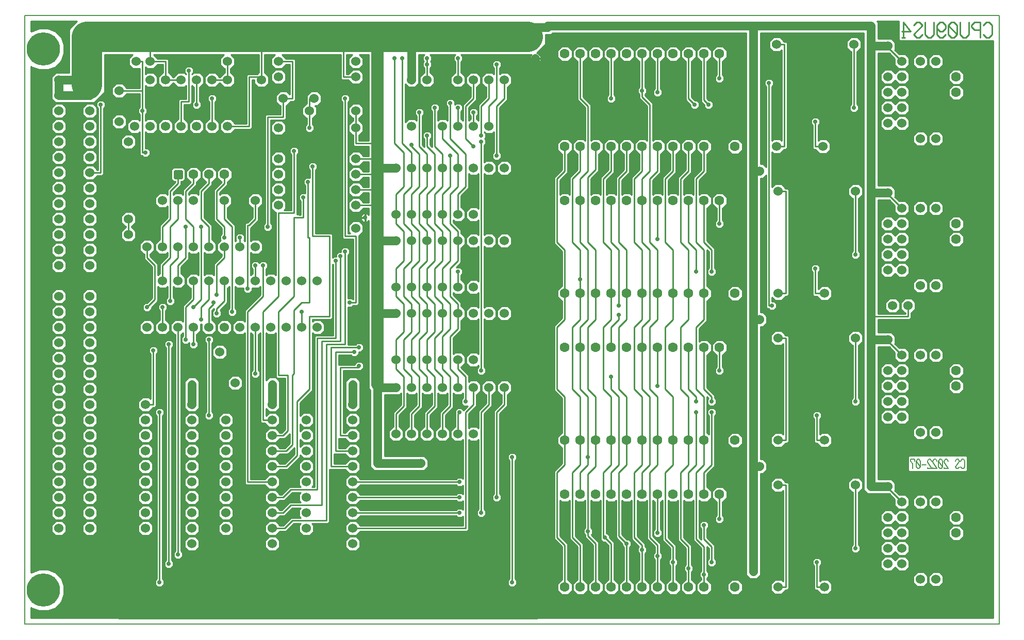
<source format=gbr>
G4 d274tox274  Date: 2022-08-17 13:23:01 *
G4 Design File: CPU09US4 *
G4 Layer name: bottom *
G4 Scale: 100 percent, Rotated: No, Reflected: No *
%FSLAX23Y23*%
%MOIN*%
%LN*%
%ADD10C,0.005*%
%ADD11C,0.006*%
%ADD12C,0.007*%
%ADD13C,0.008*%
%ADD14C,0.009*%
%ADD15C,0.010*%
%ADD16C,0.011*%
%ADD17C,0.012*%
%ADD18C,0.013*%
%ADD19C,0.014*%
%ADD20C,0.015*%
%ADD21C,0.016*%
%ADD22C,0.017*%
%ADD23C,0.018*%
%ADD24C,0.019*%
%ADD25C,0.020*%
%ADD26C,0.021*%
%ADD27C,0.022*%
%ADD28C,0.023*%
%ADD29C,0.024*%
%ADD30C,0.025*%
%ADD31C,0.026*%
%ADD32C,0.027*%
%ADD33C,0.028*%
%ADD34C,0.029*%
%ADD35C,0.030*%
%ADD36C,0.031*%
%ADD37C,0.032*%
%ADD38C,0.033*%
%ADD39C,0.034*%
%ADD40C,0.035*%
%ADD41C,0.036*%
%ADD42C,0.037*%
%ADD43C,0.038*%
%ADD44C,0.039*%
%ADD45C,0.040*%
%ADD46C,0.041*%
%ADD47C,0.042*%
%ADD48C,0.043*%
%ADD49C,0.044*%
%ADD50C,0.045*%
%ADD51C,0.046*%
%ADD52C,0.048*%
%ADD53C,0.049*%
%ADD54C,0.050*%
%ADD55C,0.051*%
%ADD56C,0.052*%
%ADD57C,0.053*%
%ADD58C,0.054*%
%ADD59C,0.055*%
%ADD60C,0.056*%
%ADD61C,0.057*%
%ADD62C,0.058*%
%ADD63C,0.059*%
%ADD64C,0.060*%
%ADD65C,0.061*%
%ADD66C,0.062*%
%ADD67C,0.063*%
%ADD68C,0.064*%
%ADD69C,0.065*%
%ADD70C,0.066*%
%ADD71C,0.067*%
%ADD72C,0.068*%
%ADD73C,0.069*%
%ADD74C,0.070*%
%ADD75C,0.071*%
%ADD76C,0.072*%
%ADD77C,0.073*%
%ADD78C,0.074*%
%ADD79C,0.075*%
%ADD80C,0.076*%
%ADD81C,0.077*%
%ADD82C,0.078*%
%ADD83C,0.079*%
%ADD84C,0.080*%
%ADD85C,0.081*%
%ADD86C,0.082*%
%ADD87C,0.083*%
%ADD88C,0.084*%
%ADD89C,0.085*%
%ADD90C,0.086*%
%ADD91C,0.087*%
%ADD92C,0.088*%
%ADD93C,0.089*%
%ADD94C,0.090*%
%ADD95C,0.091*%
%ADD96C,0.092*%
%ADD97C,0.093*%
%ADD98C,0.094*%
%ADD99C,0.095*%
%ADD100C,0.096*%
%ADD101C,0.097*%
%ADD102C,0.098*%
%ADD103C,0.099*%
%ADD104C,0.100*%
%ADD105C,0.101*%
%ADD106C,0.102*%
%ADD107C,0.103*%
%ADD108C,0.104*%
%ADD109C,0.105*%
%ADD110C,0.106*%
%ADD111C,0.107*%
%ADD112C,0.108*%
%ADD113C,0.109*%
%ADD114C,0.110*%
%ADD115C,0.111*%
%ADD116C,0.112*%
%ADD117C,0.113*%
%ADD118C,0.114*%
%ADD119C,0.115*%
%ADD120C,0.116*%
%ADD121C,0.117*%
%ADD122C,0.118*%
%ADD123C,0.119*%
%ADD124C,0.120*%
%ADD125C,0.121*%
%ADD126C,0.122*%
%ADD127C,0.123*%
%ADD128C,0.124*%
%ADD129C,0.125*%
%ADD130C,0.126*%
%ADD131C,0.127*%
%ADD132C,0.128*%
%ADD133C,0.129*%
%ADD134C,0.130*%
%ADD135C,0.131*%
%ADD136C,0.132*%
%ADD137C,0.133*%
%ADD138C,0.134*%
%ADD139C,0.135*%
%ADD140C,0.136*%
%ADD141C,0.137*%
%ADD142C,0.138*%
%ADD143C,0.139*%
%ADD144C,0.140*%
%ADD145C,0.141*%
%ADD146C,0.142*%
%ADD147C,0.143*%
%ADD148C,0.144*%
%ADD149C,0.145*%
%ADD150C,0.146*%
%ADD151C,0.148*%
%ADD152C,0.149*%
%ADD153C,0.150*%
%ADD154C,0.151*%
%ADD155C,0.152*%
%ADD156C,0.153*%
%ADD157C,0.154*%
%ADD158C,0.155*%
%ADD159C,0.156*%
%ADD160C,0.157*%
%ADD161C,0.158*%
%ADD162C,0.159*%
%ADD163C,0.160*%
%ADD164C,0.161*%
%ADD165C,0.162*%
%ADD166C,0.163*%
%ADD167C,0.164*%
%ADD168C,0.165*%
%ADD169C,0.166*%
%ADD170C,0.167*%
%ADD171C,0.168*%
%ADD172C,0.169*%
%ADD173C,0.170*%
%ADD174C,0.171*%
%ADD175C,0.172*%
%ADD176C,0.173*%
%ADD177C,0.174*%
%ADD178C,0.175*%
%ADD179C,0.176*%
%ADD180C,0.177*%
%ADD181C,0.178*%
%ADD182C,0.179*%
%ADD183C,0.180*%
%ADD184C,0.181*%
%ADD185C,0.182*%
%ADD186C,0.183*%
%ADD187C,0.184*%
%ADD188C,0.185*%
%ADD189C,0.186*%
%ADD190C,0.187*%
%ADD191C,0.188*%
%ADD192C,0.189*%
%ADD193C,0.190*%
%ADD194C,0.191*%
%ADD195C,0.192*%
%ADD196C,0.193*%
%ADD197C,0.194*%
%ADD198C,0.195*%
%ADD199C,0.196*%
%ADD200C,0.197*%
%ADD201C,0.198*%
%ADD202C,0.199*%
%ADD203C,0.200*%
%ADD204C,0.205*%
%ADD205C,0.210*%
%ADD206C,0.215*%
%ADD207C,0.220*%
%ADD208C,0.225*%
%ADD209C,0.230*%
%ADD210C,0.235*%
%ADD211C,0.240*%
%ADD212C,0.245*%
%ADD213C,0.250*%
%ADD214C,0.255*%
%ADD215C,0.260*%
%ADD216C,0.265*%
%ADD217C,0.270*%
%ADD218C,0.275*%
%ADD219C,0.280*%
%ADD220C,0.285*%
%ADD221C,0.290*%
%ADD222C,0.300*%
%ADD223C,0.305*%
%ADD224C,0.310*%
%ADD225C,0.315*%
%ADD226C,0.320*%
%ADD227C,0.325*%
G90*
G70D02*
G54D200*
G01X00620Y02140*
D01*
X00620Y00130*
X03300Y00130*
X03300Y03220*
D02*
G54D83*
G01X06220Y00130*
D01*
X03300Y00130*
D02*
G54D62*
G01X06220Y00130*
D01*
X06220Y00200*
X06230Y00200*
X06230Y03740*
X05670Y03740*
D02*
G54D15*
G01X04870Y00240*
D01*
X04920Y00240*
X04920Y00900*
X04870Y00900*
D02*
X05170Y00240*
D01*
X05120Y00240*
X05120Y00400*
D02*
G54D62*
G01X00780Y00520*
D01*
X00220Y00520*
X00220Y00420*
X00570Y00420*
X00570Y00520*
D02*
G54D15*
G01X01300Y00520*
D01*
X01410Y00520*
X01410Y01750*
X01360Y01750*
X01360Y01760*
D02*
X02120Y00620*
D01*
X02850Y00620*
X02850Y01370*
X02900Y01420*
X02900Y01530*
D02*
X01600Y00620*
D01*
X01680Y00620*
X01730Y00670*
X01950Y00670*
X01950Y01810*
X02070Y01810*
X02070Y02410*
D02*
X02810Y00720*
D01*
X02120Y00720*
D02*
X01600Y00720*
D01*
X01670Y00720*
X01720Y00770*
X01920Y00770*
X01920Y01830*
X02040Y01830*
X02040Y02380*
D02*
G54D62*
G01X06230Y00790*
D01*
X06020Y00790*
D02*
G54D15*
G01X01600Y00820*
D01*
X01670Y00820*
X01720Y00870*
X01890Y00870*
X01890Y01850*
X02010Y01850*
X02010Y02350*
D02*
X02810Y00820*
D01*
X02120Y00820*
D02*
G54D62*
G01X05580Y00890*
D01*
X05470Y00890*
X05470Y03870*
X03380Y03870*
X03380Y03860*
X03270Y03860*
D02*
X06230Y00890*
D01*
X05670Y00890*
D02*
G54D15*
G01X01600Y00920*
D01*
X01440Y00920*
X01440Y02020*
X01540Y02120*
X01540Y02320*
D02*
X02810Y00920*
D01*
X02120Y00920*
D02*
G54D62*
G01X04750Y01020*
D01*
X04710Y01020*
D02*
G54D15*
G01X02120Y01020*
D01*
X01980Y01020*
X01980Y01790*
X02160Y01790*
D02*
X01600Y01020*
D01*
X01690Y01020*
X01760Y01090*
X01760Y01440*
X01840Y01520*
X01840Y01990*
X01970Y01990*
X01970Y02510*
X01860Y02510*
X01860Y02960*
D02*
G54D62*
G01X02560Y01040*
D01*
X02280Y01040*
X02280Y01550*
D02*
G54D15*
G01X02120Y01120*
D01*
X02010Y01120*
X02010Y01760*
X02130Y01760*
D02*
X01600Y01120*
D01*
X01690Y01120*
X01730Y01160*
X01730Y01610*
X01740Y01620*
X01740Y02030*
X01790Y02080*
X01840Y02080*
X01840Y02500*
X01830Y02500*
X01830Y02860*
D02*
X04870Y01190*
D01*
X04920Y01190*
X04920Y01850*
X04870Y01850*
D02*
X05170Y01190*
D01*
X05120Y01190*
X05120Y01350*
D02*
X02120Y01220*
D01*
X02040Y01220*
X02040Y01660*
X02160Y01660*
X02160Y01670*
D02*
X01600Y01220*
D01*
X01670Y01220*
X01700Y01250*
X01700Y01610*
X01640Y01610*
X01640Y02020*
X01740Y02120*
X01740Y02630*
X01800Y02630*
X01800Y02760*
D02*
G54D62*
G01X03300Y01230*
D01*
X03100Y01230*
D02*
G54D15*
G01X01600Y01320*
D01*
X01540Y01320*
X01540Y02020*
X01640Y02120*
X01640Y02660*
X01740Y02660*
X01740Y03060*
D02*
X00780Y01420*
D01*
X00830Y01420*
X00830Y01770*
D02*
X01410Y01420*
D01*
X01300Y01420*
D02*
G54D62*
G01X02400Y01530*
D01*
X02280Y01530*
D02*
G54D15*
G01X02090Y01710*
D01*
X02200Y01710*
X02200Y02630*
D02*
G54D62*
G01X03300Y01710*
D01*
X03100Y01710*
D02*
X06230Y01740*
D01*
X06020Y01740*
D02*
G54D15*
G01X00760Y01760*
D01*
X00620Y01760*
D02*
G54D62*
G01X06230Y01840*
D01*
X05670Y01840*
D02*
X05580Y01840*
D01*
X05470Y01840*
D02*
X04750Y01970*
D01*
X04710Y01970*
D02*
G54D15*
G01X05480Y01990*
D01*
X05710Y01990*
X05710Y02060*
D02*
G54D62*
G01X02400Y02010*
D01*
X02280Y02010*
D02*
G54D15*
G01X04830Y02060*
D01*
X04810Y02060*
X04810Y03500*
D02*
X02100Y02080*
D01*
X02140Y02080*
X02140Y02510*
X02070Y02510*
X02070Y03400*
D02*
X04870Y02140*
D01*
X04920Y02140*
X04920Y02800*
X04870Y02800*
D02*
X05170Y02140*
D01*
X05110Y02140*
X05110Y02300*
D02*
G54D62*
G01X03300Y02180*
D01*
X03100Y02180*
D02*
X00790Y02220*
D01*
X00220Y02220*
D02*
X02400Y02480*
D01*
X02280Y02480*
D02*
G54D15*
G01X01440Y02170*
D01*
X01440Y02580*
X01450Y02580*
X01490Y02620*
X01490Y02740*
D02*
G54D62*
G01X03300Y02650*
D01*
X03100Y02650*
D02*
X06230Y02690*
D01*
X06020Y02690*
D02*
G54D15*
G01X02270Y02710*
D01*
X02140Y02710*
D02*
G54D62*
G01X00790Y02740*
D01*
X00550Y02740*
D02*
X06230Y02790*
D01*
X05670Y02790*
D02*
X05580Y02790*
D01*
X05470Y02790*
D02*
G54D15*
G01X02270Y02810*
D01*
X02140Y02810*
D02*
X02280Y02910*
D01*
X02140Y02910*
D02*
X00420Y02920*
D01*
X00490Y02920*
X00490Y03360*
D02*
G54D62*
G01X04750Y02930*
D01*
X04710Y02930*
D02*
X02400Y02950*
D01*
X02280Y02950*
D02*
G54D15*
G01X00550Y02970*
D01*
X00720Y02970*
X00720Y03010*
X01500Y03010*
X01500Y03320*
X01530Y03320*
D02*
X02270Y03010*
D01*
X02140Y03010*
D02*
X00780Y03050*
D01*
X00760Y03050*
X00760Y03640*
X00720Y03640*
D02*
X05160Y03090*
D01*
X05110Y03090*
X05110Y03250*
D02*
X04860Y03090*
D01*
X04910Y03090*
X04910Y03750*
X04860Y03750*
D02*
X02280Y03110*
D01*
X02140Y03110*
X02140Y03320*
D02*
G54D62*
G01X03300Y03220*
D01*
X03100Y03220*
D02*
G54D15*
G01X01310Y03220*
D01*
X01450Y03220*
X01450Y03540*
X01530Y03540*
D02*
X01570Y02570*
D01*
X01570Y03280*
X01670Y03280*
X01670Y03400*
X01730Y03400*
X01730Y03640*
X01640Y03640*
D02*
X01010Y03220*
D01*
X01010Y03380*
X01060Y03380*
X01060Y03580*
D02*
X01870Y03400*
D01*
X01840Y03400*
X01840Y03210*
D02*
G54D62*
G01X00420Y03420*
D01*
X00220Y03420*
X00220Y03520*
X00420Y03520*
D02*
G54D15*
G01X00760Y03450*
D01*
X00610Y03450*
D02*
G54D45*
G01X00710Y03520*
D01*
X00540Y03520*
X00540Y02910*
D02*
G54D15*
G01X01010Y03520*
D01*
X00910Y03520*
X00910Y03640*
X00810Y03640*
X00810Y03800*
D02*
X01210Y03520*
D01*
X01310Y03520*
X01310Y03640*
D02*
X02140Y03540*
D01*
X02060Y03540*
X02060Y03800*
D02*
G54D62*
G01X06230Y03640*
D01*
X06020Y03640*
D02*
X05580Y03740*
D01*
X05470Y03740*
D02*
G54D200*
G01X03250Y03800*
D01*
X00400Y03800*
X00400Y03490*
D02*
G54D62*
G01X00400Y03520*
D01*
X00400Y03420*
D02*
X00420Y00520*
D01*
X00420Y00420*
D02*
X00550Y02970*
D01*
X00550Y02140*
D02*
G54D15*
G01X00670Y02620*
D01*
X00670Y02520*
D02*
X00790Y02440*
D01*
X00790Y02370*
X00840Y02320*
X00840Y02100*
X00790Y02050*
D02*
X00870Y01370*
D01*
X00870Y00270*
D02*
X00890Y02050*
D01*
X00890Y01920*
D02*
X00890Y02220*
D01*
X00890Y02320*
X00940Y02370*
X00940Y02570*
X00990Y02620*
X00990Y02740*
D02*
X00890Y02440*
D01*
X00890Y02570*
X00940Y02620*
X00940Y02800*
X00990Y02850*
X00990Y02910*
D02*
X00930Y01810*
D01*
X00930Y00390*
D02*
X00940Y02090*
D01*
X00940Y02320*
X00990Y02370*
X00990Y02440*
D02*
X00990Y01920*
D01*
X00990Y00450*
D02*
X00990Y02220*
D01*
X00990Y02320*
X01040Y02370*
X01040Y02570*
D02*
X00990Y03010*
D01*
X00990Y02994*
D02*
X01040Y01840*
D01*
X01040Y02050*
X01090Y02100*
X01090Y02220*
D02*
X01090Y02440*
D01*
X01090Y02570*
X01040Y02620*
X01040Y02800*
X01090Y02850*
X01090Y02910*
D02*
G54D62*
G01X01080Y01550*
D01*
X01080Y01420*
D02*
G54D15*
G01X01090Y03010*
D01*
X01090Y02994*
D02*
X01090Y01920*
D01*
X01090Y01810*
D02*
X01110Y03520*
D01*
X01110Y03360*
D02*
X01190Y02440*
D01*
X01190Y02570*
X01140Y02620*
X01140Y02800*
X01190Y02850*
X01190Y02910*
D02*
X01140Y02570*
D01*
X01140Y02100*
X01090Y02050*
D02*
X01140Y01970*
D01*
X01140Y02050*
X01190Y02100*
X01190Y02220*
D02*
X01190Y01840*
D01*
X01190Y01350*
D02*
X01190Y01920*
D01*
X01190Y02040*
X01220Y02070*
X01220Y02080*
D02*
X01190Y02740*
D01*
X01190Y02800*
X01240Y02850*
X01240Y03010*
D02*
X01190Y03010*
D01*
X01190Y02994*
D02*
X01210Y03400*
D01*
X01210Y03220*
D02*
X01290Y02500*
D01*
X01290Y02570*
X01240Y02620*
X01240Y02800*
X01290Y02850*
X01290Y02910*
D02*
X01240Y02130*
D01*
X01240Y02320*
X01290Y02370*
X01290Y02440*
D02*
X01240Y02010*
D01*
X01240Y02040*
X01290Y02090*
X01290Y02220*
D02*
X01290Y02740*
D01*
X01290Y02620*
X01340Y02570*
X01340Y02020*
D02*
X01290Y03010*
D01*
X01290Y02995*
D02*
G54D62*
G01X01300Y00520*
D01*
X01300Y00130*
D02*
G54D15*
G01X01390Y02500*
D01*
X01390Y02440*
D02*
X01490Y02320*
D01*
X01490Y02220*
D02*
X01490Y01920*
D01*
X01490Y01620*
D02*
X01530Y03800*
D01*
X01530Y03520*
D02*
G54D62*
G01X01600Y01550*
D01*
X01600Y01420*
D02*
G54D15*
G01X01790Y02020*
D01*
X01790Y01920*
D02*
G54D62*
G01X01820Y00520*
D01*
X01820Y00130*
D02*
X02120Y01550*
D01*
X02120Y01420*
D02*
G54D83*
G01X02280Y03800*
D01*
X02280Y01550*
D02*
G54D15*
G01X02390Y03660*
D01*
X02390Y03110*
X02450Y03050*
X02450Y02830*
X02400Y02780*
X02400Y02590*
X02450Y02540*
X02450Y02350*
X02400Y02300*
X02400Y02120*
X02450Y02070*
X02450Y01890*
X02400Y01840*
X02400Y01650*
X02450Y01600*
X02450Y01410*
X02400Y01360*
X02400Y01230*
D02*
X02440Y03660*
D01*
X02440Y03110*
X02500Y03050*
X02500Y02830*
X02450Y02780*
X02450Y02590*
X02500Y02540*
X02500Y02350*
X02450Y02300*
X02450Y02120*
X02500Y02070*
X02500Y01890*
X02450Y01840*
X02450Y01650*
X02500Y01600*
X02500Y01530*
D02*
G54D62*
G01X02500Y03790*
D01*
X02500Y03520*
D02*
G54D15*
G01X02500Y03100*
D01*
X02500Y03090*
X02550Y03040*
X02550Y02830*
X02500Y02780*
X02500Y02590*
X02550Y02540*
X02550Y02350*
X02500Y02300*
X02500Y02120*
X02550Y02070*
X02550Y01890*
X02500Y01840*
X02500Y01650*
X02550Y01600*
X02550Y01410*
X02500Y01360*
X02500Y01230*
D02*
X02600Y01530*
D01*
X02600Y01600*
X02550Y01650*
X02550Y01840*
X02600Y01890*
X02600Y02070*
X02550Y02120*
X02550Y02300*
X02600Y02350*
X02600Y02540*
X02550Y02590*
X02550Y02780*
X02600Y02830*
X02600Y03040*
X02550Y03090*
X02550Y03310*
D02*
X02600Y03660*
D01*
X02600Y03520*
D02*
X02600Y03220*
D01*
X02600Y03350*
X02700Y03450*
X02700Y03520*
D02*
X02600Y03160*
D01*
X02600Y03090*
X02650Y03040*
X02650Y02830*
X02600Y02780*
X02600Y02590*
X02650Y02540*
X02650Y02350*
X02600Y02300*
X02600Y02120*
X02650Y02070*
X02650Y01890*
X02600Y01840*
X02600Y01650*
X02650Y01600*
X02650Y01410*
X02600Y01360*
X02600Y01230*
D02*
X02700Y01530*
D01*
X02700Y01600*
X02650Y01650*
X02650Y01850*
X02700Y01900*
X02700Y02070*
X02650Y02120*
X02650Y02300*
X02700Y02350*
X02700Y02540*
X02650Y02590*
X02650Y02780*
X02700Y02830*
X02700Y03040*
X02650Y03090*
X02650Y03340*
D02*
X02700Y03220*
D01*
X02700Y03140*
X02800Y03040*
X02800Y02830*
X02750Y02780*
X02750Y02590*
X02800Y02540*
X02800Y02350*
X02750Y02300*
X02750Y02120*
X02800Y02070*
X02800Y01910*
X02750Y01860*
X02750Y01650*
X02800Y01600*
X02800Y01530*
D02*
X02700Y01230*
D01*
X02700Y01360*
X02750Y01410*
X02750Y01600*
X02700Y01650*
X02700Y01860*
X02750Y01910*
X02750Y02070*
X02700Y02120*
X02700Y02300*
X02750Y02350*
X02750Y02540*
X02700Y02590*
X02700Y02780*
X02750Y02830*
X02750Y03030*
D02*
X02750Y03370*
D01*
X02750Y03140*
X02850Y03040*
X02850Y02830*
X02800Y02780*
X02800Y02650*
D02*
X02800Y03660*
D01*
X02800Y03520*
D02*
X02800Y03340*
D01*
X02800Y03220*
D02*
X02800Y02280*
D01*
X02800Y02180*
D02*
X02800Y01710*
D01*
X02800Y01650*
X02850Y01600*
X02850Y01440*
D02*
X02800Y01230*
D01*
X02800Y01360*
X02810Y01370*
D02*
X02900Y03090*
D01*
X02850Y03140*
X02850Y03350*
X02900Y03400*
X02900Y03520*
D02*
X02900Y03310*
D01*
X02900Y03220*
D02*
X02950Y00720*
D01*
X02950Y01370*
X03000Y01420*
X03000Y01530*
D02*
X02950Y03120*
D01*
X02950Y01640*
D02*
X02950Y03160*
D01*
X02950Y03350*
X03000Y03400*
X03000Y03520*
D02*
X03000Y03220*
D01*
X03000Y03350*
X03050Y03400*
X03050Y03620*
D02*
X03050Y00820*
D01*
X03050Y01370*
X03100Y01420*
X03100Y01530*
D02*
X03050Y03030*
D01*
X03050Y03350*
X03100Y03400*
X03100Y03510*
D02*
X03150Y01080*
D01*
X03150Y00270*
D02*
G54D62*
G01X03300Y03660*
D01*
X03300Y03180*
D02*
G54D15*
G01X03490Y00240*
D01*
X03490Y00510*
X03440Y00560*
X03440Y00980*
X03490Y01030*
X03490Y01470*
X03440Y01520*
X03440Y01920*
X03490Y01970*
X03490Y02420*
X03440Y02470*
X03440Y02880*
X03490Y02930*
X03490Y03090*
D02*
X03590Y00240*
D01*
X03590Y00510*
X03540Y00560*
X03540Y00980*
X03590Y01030*
X03590Y01470*
X03540Y01520*
X03540Y01920*
X03590Y01970*
X03590Y02420*
X03540Y02470*
X03540Y02880*
X03590Y02930*
X03590Y03090*
D02*
X03590Y00840*
D01*
X03590Y00980*
X03640Y01030*
X03640Y01470*
X03590Y01520*
X03590Y01920*
X03640Y01970*
X03640Y02420*
X03590Y02470*
X03590Y02880*
X03640Y02930*
X03640Y03350*
X03590Y03400*
X03590Y03690*
D02*
X03690Y00240*
D01*
X03690Y00520*
X03640Y00570*
X03640Y00970*
X03690Y01020*
X03690Y01470*
X03640Y01520*
X03640Y01920*
X03690Y01970*
X03690Y02420*
X03640Y02470*
X03640Y02890*
X03690Y02940*
X03690Y03090*
D02*
X03790Y00240*
D01*
X03790Y00520*
X03740Y00570*
X03740Y00980*
X03790Y01030*
X03790Y01470*
X03740Y01520*
X03740Y01920*
X03790Y01970*
X03790Y02420*
X03740Y02470*
X03740Y02880*
X03790Y02930*
X03790Y03090*
D02*
X03790Y00840*
D01*
X03790Y00980*
X03840Y01030*
X03840Y01470*
X03790Y01520*
X03790Y01600*
D02*
X03790Y01790*
D01*
X03790Y01920*
X03840Y01970*
X03840Y02000*
D02*
X03790Y02730*
D01*
X03790Y02470*
X03840Y02420*
X03840Y02060*
D02*
X03790Y03690*
D01*
X03790Y03400*
D02*
X03890Y00240*
D01*
X03890Y00520*
X03840Y00570*
X03840Y00980*
X03890Y01030*
X03890Y01470*
X03840Y01520*
X03840Y01920*
X03890Y01970*
X03890Y02420*
X03840Y02470*
X03840Y02880*
X03890Y02930*
X03890Y03090*
D02*
X03990Y00240*
D01*
X03990Y00510*
X03940Y00560*
X03940Y00980*
X03990Y01030*
X03990Y01470*
X03940Y01520*
X03940Y01920*
X03990Y01970*
X03990Y02420*
X03940Y02470*
X03940Y02880*
X03990Y02930*
X03990Y03090*
D02*
X03990Y00840*
D01*
X03990Y00980*
X04040Y01030*
X04040Y01470*
X03990Y01520*
X03990Y01920*
X04040Y01970*
X04040Y02420*
X03990Y02470*
X03990Y02880*
X04040Y02930*
X04040Y03360*
X03990Y03410*
X03990Y03690*
D02*
X04090Y00240*
D01*
X04090Y00510*
X04040Y00560*
X04040Y00980*
X04090Y01030*
X04090Y01470*
X04040Y01520*
X04040Y01920*
X04090Y01970*
X04090Y02420*
X04040Y02470*
X04040Y02880*
X04090Y02930*
X04090Y03090*
D02*
X04090Y00840*
D01*
X04090Y00590*
D02*
X04090Y01790*
D01*
X04090Y01540*
D02*
X04090Y02740*
D01*
X04090Y02490*
D02*
X04090Y03690*
D01*
X04090Y03440*
D02*
X04190Y00240*
D01*
X04190Y00500*
X04140Y00550*
X04140Y00980*
X04190Y01030*
X04190Y01470*
X04140Y01520*
X04140Y01920*
X04190Y01970*
X04190Y02420*
X04140Y02470*
X04140Y02880*
X04190Y02930*
X04190Y03090*
D02*
X04290Y00240*
D01*
X04290Y00500*
X04240Y00550*
X04240Y00980*
X04290Y01030*
X04290Y01470*
X04240Y01520*
X04240Y01920*
X04290Y01970*
X04290Y02420*
X04240Y02470*
X04240Y02880*
X04290Y02930*
X04290Y03090*
D02*
X04290Y00850*
D01*
X04290Y00980*
X04340Y01030*
X04340Y01370*
D02*
X04290Y01790*
D01*
X04290Y01520*
X04340Y01470*
X04340Y01440*
D02*
X04290Y02740*
D01*
X04290Y02470*
X04340Y02420*
X04340Y02280*
D02*
X04290Y03690*
D01*
X04290Y03400*
X04330Y03360*
D02*
X04390Y00240*
D01*
X04390Y00500*
X04340Y00550*
X04340Y00980*
X04390Y01030*
X04390Y01470*
X04340Y01520*
X04340Y01920*
X04390Y01970*
X04390Y02420*
X04340Y02470*
X04340Y02880*
X04390Y02930*
X04390Y03090*
D02*
X04390Y00640*
D01*
X04390Y00550*
X04440Y00500*
X04440Y00400*
D02*
X04390Y00840*
D01*
X04390Y00980*
X04440Y01030*
X04440Y01370*
D02*
X04390Y01790*
D01*
X04390Y01520*
X04440Y01470*
X04440Y01440*
D02*
X04390Y02740*
D01*
X04390Y02470*
X04440Y02420*
X04440Y02280*
D02*
X04390Y03690*
D01*
X04390Y03390*
X04420Y03360*
D02*
X04490Y00130*
D01*
X04490Y00510*
X04440Y00560*
X04440Y00980*
X04490Y01030*
X04490Y01470*
X04440Y01520*
X04440Y01920*
X04490Y01970*
X04490Y02420*
X04440Y02470*
X04440Y02880*
X04490Y02930*
X04490Y03090*
D02*
X04490Y00840*
D01*
X04490Y00680*
D02*
X04490Y01790*
D01*
X04490Y01640*
D02*
X04490Y02740*
D01*
X04490Y02590*
D02*
X04490Y03690*
D01*
X04490Y03530*
D02*
G54D62*
G01X04710Y03870*
D01*
X04710Y00340*
D02*
G54D15*
G01X05360Y03750*
D01*
X05360Y03340*
D02*
X05370Y00900*
D01*
X05370Y00490*
D02*
X05370Y01850*
D01*
X05370Y01440*
D02*
X05370Y02800*
D01*
X05370Y02390*
D02*
X05670Y00790*
D01*
X05580Y00880*
D02*
X05670Y01740*
D01*
X05580Y01830*
D02*
X05670Y02690*
D01*
X05580Y02780*
D02*
X05670Y03640*
D01*
X05580Y03730*
D02*
X00045Y00040*
D01*
X06255Y00040*
D02*
X00045Y00045*
D01*
X06255Y00045*
D02*
X00045Y00050*
D01*
X06255Y00050*
D02*
X00045Y00055*
D01*
X06255Y00055*
D02*
X00045Y00060*
D01*
X06255Y00060*
D02*
X00045Y00065*
D01*
X06255Y00065*
D02*
X00045Y00070*
D01*
X06255Y00070*
D02*
X00045Y00075*
D01*
X06255Y00075*
D02*
X00045Y00080*
D01*
X06255Y00080*
D02*
X00045Y00085*
D01*
X06255Y00085*
D02*
X00045Y00090*
D01*
X00079Y00090*
D02*
X00162Y00090*
D01*
X06255Y00090*
D02*
X00045Y00095*
D01*
X00064Y00095*
D02*
X00177Y00095*
D01*
X06255Y00095*
D02*
X00045Y00100*
D01*
X00050Y00100*
D02*
X00191Y00100*
D01*
X06255Y00100*
D02*
X00204Y00105*
D01*
X06255Y00105*
D02*
X00209Y00110*
D01*
X06255Y00110*
D02*
X00214Y00115*
D01*
X06255Y00115*
D02*
X00219Y00120*
D01*
X06255Y00120*
D02*
X00223Y00125*
D01*
X06255Y00125*
D02*
X00228Y00130*
D01*
X06255Y00130*
D02*
X00233Y00135*
D01*
X06255Y00135*
D02*
X00238Y00140*
D01*
X06255Y00140*
D02*
X00242Y00145*
D01*
X06255Y00145*
D02*
X00243Y00150*
D01*
X06255Y00150*
D02*
X00245Y00155*
D01*
X06255Y00155*
D02*
X00247Y00160*
D01*
X06255Y00160*
D02*
X00248Y00165*
D01*
X06255Y00165*
D02*
X00250Y00170*
D01*
X06255Y00170*
D02*
X00252Y00175*
D01*
X06255Y00175*
D02*
X00254Y00180*
D01*
X06255Y00180*
D02*
X00255Y00185*
D01*
X06255Y00185*
D02*
X00257Y00190*
D01*
X06255Y00190*
D02*
X00258Y00195*
D01*
X03460Y00195*
D02*
X03520Y00195*
D01*
X03560Y00195*
D02*
X03620Y00195*
D01*
X03660Y00195*
D02*
X03720Y00195*
D01*
X03760Y00195*
D02*
X03820Y00195*
D01*
X03860Y00195*
D02*
X03920Y00195*
D01*
X03960Y00195*
D02*
X04020Y00195*
D01*
X04060Y00195*
D02*
X04120Y00195*
D01*
X04160Y00195*
D02*
X04220Y00195*
D01*
X04260Y00195*
D02*
X04320Y00195*
D01*
X04360Y00195*
D02*
X04420Y00195*
D01*
X04560Y00195*
D02*
X04620Y00195*
D01*
X04842Y00195*
D02*
X04898Y00195*
D01*
X05142Y00195*
D02*
X05198Y00195*
D01*
X06255Y00195*
D02*
X00258Y00200*
D01*
X03455Y00200*
D02*
X03525Y00200*
D01*
X03555Y00200*
D02*
X03625Y00200*
D01*
X03655Y00200*
D02*
X03725Y00200*
D01*
X03755Y00200*
D02*
X03825Y00200*
D01*
X03855Y00200*
D02*
X03925Y00200*
D01*
X03955Y00200*
D02*
X04025Y00200*
D01*
X04055Y00200*
D02*
X04125Y00200*
D01*
X04155Y00200*
D02*
X04225Y00200*
D01*
X04255Y00200*
D02*
X04325Y00200*
D01*
X04355Y00200*
D02*
X04425Y00200*
D01*
X04555Y00200*
D02*
X04625Y00200*
D01*
X04837Y00200*
D02*
X04903Y00200*
D01*
X05137Y00200*
D02*
X05203Y00200*
D01*
X06255Y00200*
D02*
X00258Y00205*
D01*
X03450Y00205*
D02*
X03530Y00205*
D01*
X03550Y00205*
D02*
X03630Y00205*
D01*
X03650Y00205*
D02*
X03730Y00205*
D01*
X03750Y00205*
D02*
X03830Y00205*
D01*
X03850Y00205*
D02*
X03930Y00205*
D01*
X03950Y00205*
D02*
X04030Y00205*
D01*
X04050Y00205*
D02*
X04130Y00205*
D01*
X04150Y00205*
D02*
X04230Y00205*
D01*
X04250Y00205*
D02*
X04330Y00205*
D01*
X04350Y00205*
D02*
X04430Y00205*
D01*
X04550Y00205*
D02*
X04630Y00205*
D01*
X04832Y00205*
D02*
X04908Y00205*
D01*
X05132Y00205*
D02*
X05208Y00205*
D01*
X06255Y00205*
D02*
X00258Y00210*
D01*
X03445Y00210*
D02*
X03535Y00210*
D01*
X03545Y00210*
D02*
X03635Y00210*
D01*
X03645Y00210*
D02*
X03735Y00210*
D01*
X03745Y00210*
D02*
X03835Y00210*
D01*
X03845Y00210*
D02*
X03935Y00210*
D01*
X03945Y00210*
D02*
X04035Y00210*
D01*
X04045Y00210*
D02*
X04135Y00210*
D01*
X04145Y00210*
D02*
X04235Y00210*
D01*
X04245Y00210*
D02*
X04335Y00210*
D01*
X04345Y00210*
D02*
X04435Y00210*
D01*
X04545Y00210*
D02*
X04635Y00210*
D01*
X04827Y00210*
D02*
X04913Y00210*
D01*
X05127Y00210*
D02*
X05213Y00210*
D01*
X06255Y00210*
D02*
X00258Y00215*
D01*
X03440Y00215*
D02*
X04440Y00215*
D01*
X04540Y00215*
D02*
X04640Y00215*
D01*
X04822Y00215*
D02*
X04918Y00215*
D01*
X05122Y00215*
D02*
X05218Y00215*
D01*
X06255Y00215*
D02*
X00258Y00220*
D01*
X03437Y00220*
D02*
X04443Y00220*
D01*
X04537Y00220*
D02*
X04643Y00220*
D01*
X04818Y00220*
D02*
X04922Y00220*
D01*
X05118Y00220*
D02*
X05222Y00220*
D01*
X06255Y00220*
D02*
X00258Y00225*
D01*
X03437Y00225*
D02*
X04443Y00225*
D01*
X04476Y00225*
D02*
X04504Y00225*
D01*
X04537Y00225*
D02*
X04643Y00225*
D01*
X04818Y00225*
D02*
X04939Y00225*
D01*
X05101Y00225*
D02*
X05222Y00225*
D01*
X06255Y00225*
D02*
X00258Y00230*
D01*
X03437Y00230*
D02*
X04443Y00230*
D01*
X04471Y00230*
D02*
X04509Y00230*
D01*
X04537Y00230*
D02*
X04643Y00230*
D01*
X04818Y00230*
D02*
X04944Y00230*
D01*
X05096Y00230*
D02*
X05222Y00230*
D01*
X06255Y00230*
D02*
X00258Y00235*
D01*
X03437Y00235*
D02*
X04443Y00235*
D01*
X04469Y00235*
D02*
X04511Y00235*
D01*
X04537Y00235*
D02*
X04643Y00235*
D01*
X04818Y00235*
D02*
X04944Y00235*
D01*
X05096Y00235*
D02*
X05222Y00235*
D01*
X06255Y00235*
D02*
X00258Y00240*
D01*
X03437Y00240*
D02*
X04443Y00240*
D01*
X04469Y00240*
D02*
X04511Y00240*
D01*
X04537Y00240*
D02*
X04643Y00240*
D01*
X04818Y00240*
D02*
X04944Y00240*
D01*
X05096Y00240*
D02*
X05222Y00240*
D01*
X06255Y00240*
D02*
X00258Y00245*
D01*
X00849Y00245*
D02*
X00891Y00245*
D01*
X03129Y00245*
D02*
X03171Y00245*
D01*
X03437Y00245*
D02*
X04443Y00245*
D01*
X04469Y00245*
D02*
X04511Y00245*
D01*
X04537Y00245*
D02*
X04643Y00245*
D01*
X04818Y00245*
D02*
X04944Y00245*
D01*
X05096Y00245*
D02*
X05222Y00245*
D01*
X05762Y00245*
D02*
X05818Y00245*
D01*
X05862Y00245*
D02*
X05918Y00245*
D01*
X06255Y00245*
D02*
X00257Y00250*
D01*
X00844Y00250*
D02*
X00896Y00250*
D01*
X03124Y00250*
D02*
X03176Y00250*
D01*
X03437Y00250*
D02*
X04443Y00250*
D01*
X04471Y00250*
D02*
X04509Y00250*
D01*
X04537Y00250*
D02*
X04643Y00250*
D01*
X04818Y00250*
D02*
X04944Y00250*
D01*
X05096Y00250*
D02*
X05222Y00250*
D01*
X05757Y00250*
D02*
X05823Y00250*
D01*
X05857Y00250*
D02*
X05923Y00250*
D01*
X06255Y00250*
D02*
X00256Y00255*
D01*
X00839Y00255*
D02*
X00901Y00255*
D01*
X03119Y00255*
D02*
X03181Y00255*
D01*
X03437Y00255*
D02*
X04443Y00255*
D01*
X04476Y00255*
D02*
X04504Y00255*
D01*
X04537Y00255*
D02*
X04643Y00255*
D01*
X04818Y00255*
D02*
X04944Y00255*
D01*
X05096Y00255*
D02*
X05222Y00255*
D01*
X05752Y00255*
D02*
X05828Y00255*
D01*
X05852Y00255*
D02*
X05928Y00255*
D01*
X06255Y00255*
D02*
X00254Y00260*
D01*
X00837Y00260*
D02*
X00903Y00260*
D01*
X03117Y00260*
D02*
X03183Y00260*
D01*
X03437Y00260*
D02*
X04443Y00260*
D01*
X04537Y00260*
D02*
X04643Y00260*
D01*
X04818Y00260*
D02*
X04944Y00260*
D01*
X05096Y00260*
D02*
X05222Y00260*
D01*
X05747Y00260*
D02*
X05833Y00260*
D01*
X05847Y00260*
D02*
X05933Y00260*
D01*
X06255Y00260*
D02*
X00252Y00265*
D01*
X00837Y00265*
D02*
X00903Y00265*
D01*
X03117Y00265*
D02*
X03183Y00265*
D01*
X03440Y00265*
D02*
X04440Y00265*
D01*
X04540Y00265*
D02*
X04640Y00265*
D01*
X04822Y00265*
D02*
X04944Y00265*
D01*
X05096Y00265*
D02*
X05218Y00265*
D01*
X05742Y00265*
D02*
X05838Y00265*
D01*
X05842Y00265*
D02*
X05938Y00265*
D01*
X06255Y00265*
D02*
X00251Y00270*
D01*
X00837Y00270*
D02*
X00903Y00270*
D01*
X03117Y00270*
D02*
X03183Y00270*
D01*
X03445Y00270*
D02*
X03535Y00270*
D01*
X03545Y00270*
D02*
X03635Y00270*
D01*
X03645Y00270*
D02*
X03735Y00270*
D01*
X03745Y00270*
D02*
X03835Y00270*
D01*
X03845Y00270*
D02*
X03935Y00270*
D01*
X03945Y00270*
D02*
X04035Y00270*
D01*
X04045Y00270*
D02*
X04135Y00270*
D01*
X04145Y00270*
D02*
X04235Y00270*
D01*
X04245Y00270*
D02*
X04335Y00270*
D01*
X04345Y00270*
D02*
X04435Y00270*
D01*
X04545Y00270*
D02*
X04635Y00270*
D01*
X04827Y00270*
D02*
X04944Y00270*
D01*
X05096Y00270*
D02*
X05213Y00270*
D01*
X05738Y00270*
D02*
X05942Y00270*
D01*
X06255Y00270*
D02*
X00249Y00275*
D01*
X00837Y00275*
D02*
X00903Y00275*
D01*
X03117Y00275*
D02*
X03183Y00275*
D01*
X03450Y00275*
D02*
X03530Y00275*
D01*
X03550Y00275*
D02*
X03630Y00275*
D01*
X03650Y00275*
D02*
X03730Y00275*
D01*
X03750Y00275*
D02*
X03830Y00275*
D01*
X03850Y00275*
D02*
X03930Y00275*
D01*
X03950Y00275*
D02*
X04030Y00275*
D01*
X04050Y00275*
D02*
X04130Y00275*
D01*
X04150Y00275*
D02*
X04230Y00275*
D01*
X04250Y00275*
D02*
X04330Y00275*
D01*
X04350Y00275*
D02*
X04430Y00275*
D01*
X04550Y00275*
D02*
X04630Y00275*
D01*
X04832Y00275*
D02*
X04944Y00275*
D01*
X05096Y00275*
D02*
X05208Y00275*
D01*
X05738Y00275*
D02*
X05942Y00275*
D01*
X06255Y00275*
D02*
X00247Y00280*
D01*
X00837Y00280*
D02*
X00903Y00280*
D01*
X03117Y00280*
D02*
X03183Y00280*
D01*
X03455Y00280*
D02*
X03525Y00280*
D01*
X03555Y00280*
D02*
X03625Y00280*
D01*
X03655Y00280*
D02*
X03725Y00280*
D01*
X03755Y00280*
D02*
X03825Y00280*
D01*
X03855Y00280*
D02*
X03925Y00280*
D01*
X03955Y00280*
D02*
X04025Y00280*
D01*
X04055Y00280*
D02*
X04125Y00280*
D01*
X04155Y00280*
D02*
X04225Y00280*
D01*
X04255Y00280*
D02*
X04325Y00280*
D01*
X04355Y00280*
D02*
X04425Y00280*
D01*
X04555Y00280*
D02*
X04625Y00280*
D01*
X04837Y00280*
D02*
X04944Y00280*
D01*
X05096Y00280*
D02*
X05203Y00280*
D01*
X05738Y00280*
D02*
X05942Y00280*
D01*
X06255Y00280*
D02*
X00245Y00285*
D01*
X00839Y00285*
D02*
X00901Y00285*
D01*
X03119Y00285*
D02*
X03181Y00285*
D01*
X03460Y00285*
D02*
X03520Y00285*
D01*
X03560Y00285*
D02*
X03620Y00285*
D01*
X03660Y00285*
D02*
X03720Y00285*
D01*
X03760Y00285*
D02*
X03820Y00285*
D01*
X03860Y00285*
D02*
X03920Y00285*
D01*
X03960Y00285*
D02*
X04020Y00285*
D01*
X04060Y00285*
D02*
X04120Y00285*
D01*
X04160Y00285*
D02*
X04220Y00285*
D01*
X04260Y00285*
D02*
X04320Y00285*
D01*
X04360Y00285*
D02*
X04420Y00285*
D01*
X04560Y00285*
D02*
X04620Y00285*
D01*
X04842Y00285*
D02*
X04944Y00285*
D01*
X05096Y00285*
D02*
X05198Y00285*
D01*
X05738Y00285*
D02*
X05942Y00285*
D01*
X06255Y00285*
D02*
X00244Y00290*
D01*
X00843Y00290*
D02*
X00897Y00290*
D01*
X03123Y00290*
D02*
X03177Y00290*
D01*
X03466Y00290*
D02*
X03514Y00290*
D01*
X03566Y00290*
D02*
X03614Y00290*
D01*
X03666Y00290*
D02*
X03714Y00290*
D01*
X03766Y00290*
D02*
X03814Y00290*
D01*
X03866Y00290*
D02*
X03914Y00290*
D01*
X03966Y00290*
D02*
X04014Y00290*
D01*
X04066Y00290*
D02*
X04114Y00290*
D01*
X04166Y00290*
D02*
X04214Y00290*
D01*
X04266Y00290*
D02*
X04314Y00290*
D01*
X04366Y00290*
D02*
X04414Y00290*
D01*
X04896Y00290*
D02*
X04944Y00290*
D01*
X05096Y00290*
D02*
X05144Y00290*
D01*
X05738Y00290*
D02*
X05942Y00290*
D01*
X06255Y00290*
D02*
X00242Y00295*
D01*
X00846Y00295*
D02*
X00894Y00295*
D01*
X03126Y00295*
D02*
X03174Y00295*
D01*
X03466Y00295*
D02*
X03514Y00295*
D01*
X03566Y00295*
D02*
X03614Y00295*
D01*
X03666Y00295*
D02*
X03714Y00295*
D01*
X03766Y00295*
D02*
X03814Y00295*
D01*
X03866Y00295*
D02*
X03914Y00295*
D01*
X03966Y00295*
D02*
X04014Y00295*
D01*
X04066Y00295*
D02*
X04114Y00295*
D01*
X04166Y00295*
D02*
X04214Y00295*
D01*
X04266Y00295*
D02*
X04314Y00295*
D01*
X04366Y00295*
D02*
X04414Y00295*
D01*
X04682Y00295*
D02*
X04738Y00295*
D01*
X04896Y00295*
D02*
X04944Y00295*
D01*
X05096Y00295*
D02*
X05144Y00295*
D01*
X05738Y00295*
D02*
X05942Y00295*
D01*
X06255Y00295*
D02*
X00239Y00300*
D01*
X00846Y00300*
D02*
X00894Y00300*
D01*
X03126Y00300*
D02*
X03174Y00300*
D01*
X03466Y00300*
D02*
X03514Y00300*
D01*
X03566Y00300*
D02*
X03614Y00300*
D01*
X03666Y00300*
D02*
X03714Y00300*
D01*
X03766Y00300*
D02*
X03814Y00300*
D01*
X03866Y00300*
D02*
X03914Y00300*
D01*
X03966Y00300*
D02*
X04014Y00300*
D01*
X04066Y00300*
D02*
X04114Y00300*
D01*
X04166Y00300*
D02*
X04214Y00300*
D01*
X04266Y00300*
D02*
X04314Y00300*
D01*
X04364Y00300*
D02*
X04416Y00300*
D01*
X04677Y00300*
D02*
X04743Y00300*
D01*
X04896Y00300*
D02*
X04944Y00300*
D01*
X05096Y00300*
D02*
X05144Y00300*
D01*
X05738Y00300*
D02*
X05942Y00300*
D01*
X06255Y00300*
D02*
X00234Y00305*
D01*
X00846Y00305*
D02*
X00894Y00305*
D01*
X03126Y00305*
D02*
X03174Y00305*
D01*
X03466Y00305*
D02*
X03514Y00305*
D01*
X03566Y00305*
D02*
X03614Y00305*
D01*
X03666Y00305*
D02*
X03714Y00305*
D01*
X03766Y00305*
D02*
X03814Y00305*
D01*
X03866Y00305*
D02*
X03914Y00305*
D01*
X03966Y00305*
D02*
X04014Y00305*
D01*
X04066Y00305*
D02*
X04114Y00305*
D01*
X04166Y00305*
D02*
X04214Y00305*
D01*
X04266Y00305*
D02*
X04314Y00305*
D01*
X04359Y00305*
D02*
X04421Y00305*
D01*
X04672Y00305*
D02*
X04748Y00305*
D01*
X04896Y00305*
D02*
X04944Y00305*
D01*
X05096Y00305*
D02*
X05144Y00305*
D01*
X05738Y00305*
D02*
X05942Y00305*
D01*
X06255Y00305*
D02*
X00229Y00310*
D01*
X00846Y00310*
D02*
X00894Y00310*
D01*
X03126Y00310*
D02*
X03174Y00310*
D01*
X03466Y00310*
D02*
X03514Y00310*
D01*
X03566Y00310*
D02*
X03614Y00310*
D01*
X03666Y00310*
D02*
X03714Y00310*
D01*
X03766Y00310*
D02*
X03814Y00310*
D01*
X03866Y00310*
D02*
X03914Y00310*
D01*
X03966Y00310*
D02*
X04014Y00310*
D01*
X04066Y00310*
D02*
X04114Y00310*
D01*
X04166Y00310*
D02*
X04214Y00310*
D01*
X04266Y00310*
D02*
X04314Y00310*
D01*
X04357Y00310*
D02*
X04423Y00310*
D01*
X04667Y00310*
D02*
X04753Y00310*
D01*
X04896Y00310*
D02*
X04944Y00310*
D01*
X05096Y00310*
D02*
X05144Y00310*
D01*
X05738Y00310*
D02*
X05942Y00310*
D01*
X06255Y00310*
D02*
X00224Y00315*
D01*
X00846Y00315*
D02*
X00894Y00315*
D01*
X03126Y00315*
D02*
X03174Y00315*
D01*
X03466Y00315*
D02*
X03514Y00315*
D01*
X03566Y00315*
D02*
X03614Y00315*
D01*
X03666Y00315*
D02*
X03714Y00315*
D01*
X03766Y00315*
D02*
X03814Y00315*
D01*
X03866Y00315*
D02*
X03914Y00315*
D01*
X03966Y00315*
D02*
X04014Y00315*
D01*
X04066Y00315*
D02*
X04114Y00315*
D01*
X04166Y00315*
D02*
X04214Y00315*
D01*
X04266Y00315*
D02*
X04314Y00315*
D01*
X04357Y00315*
D02*
X04423Y00315*
D01*
X04662Y00315*
D02*
X04758Y00315*
D01*
X04896Y00315*
D02*
X04944Y00315*
D01*
X05096Y00315*
D02*
X05144Y00315*
D01*
X05742Y00315*
D02*
X05838Y00315*
D01*
X05842Y00315*
D02*
X05938Y00315*
D01*
X06255Y00315*
D02*
X00219Y00320*
D01*
X00846Y00320*
D02*
X00894Y00320*
D01*
X03126Y00320*
D02*
X03174Y00320*
D01*
X03466Y00320*
D02*
X03514Y00320*
D01*
X03566Y00320*
D02*
X03614Y00320*
D01*
X03666Y00320*
D02*
X03714Y00320*
D01*
X03766Y00320*
D02*
X03814Y00320*
D01*
X03866Y00320*
D02*
X03914Y00320*
D01*
X03966Y00320*
D02*
X04014Y00320*
D01*
X04066Y00320*
D02*
X04114Y00320*
D01*
X04166Y00320*
D02*
X04214Y00320*
D01*
X04266Y00320*
D02*
X04314Y00320*
D01*
X04357Y00320*
D02*
X04423Y00320*
D01*
X04658Y00320*
D02*
X04762Y00320*
D01*
X04896Y00320*
D02*
X04944Y00320*
D01*
X05096Y00320*
D02*
X05144Y00320*
D01*
X05747Y00320*
D02*
X05833Y00320*
D01*
X05847Y00320*
D02*
X05933Y00320*
D01*
X06255Y00320*
D02*
X00214Y00325*
D01*
X00846Y00325*
D02*
X00894Y00325*
D01*
X03126Y00325*
D02*
X03174Y00325*
D01*
X03466Y00325*
D02*
X03514Y00325*
D01*
X03566Y00325*
D02*
X03614Y00325*
D01*
X03666Y00325*
D02*
X03714Y00325*
D01*
X03766Y00325*
D02*
X03814Y00325*
D01*
X03866Y00325*
D02*
X03914Y00325*
D01*
X03966Y00325*
D02*
X04014Y00325*
D01*
X04066Y00325*
D02*
X04114Y00325*
D01*
X04166Y00325*
D02*
X04214Y00325*
D01*
X04266Y00325*
D02*
X04314Y00325*
D01*
X04357Y00325*
D02*
X04423Y00325*
D01*
X04658Y00325*
D02*
X04762Y00325*
D01*
X04896Y00325*
D02*
X04944Y00325*
D01*
X05096Y00325*
D02*
X05144Y00325*
D01*
X05752Y00325*
D02*
X05828Y00325*
D01*
X05852Y00325*
D02*
X05928Y00325*
D01*
X06255Y00325*
D02*
X00209Y00330*
D01*
X00846Y00330*
D02*
X00894Y00330*
D01*
X03126Y00330*
D02*
X03174Y00330*
D01*
X03466Y00330*
D02*
X03514Y00330*
D01*
X03566Y00330*
D02*
X03614Y00330*
D01*
X03666Y00330*
D02*
X03714Y00330*
D01*
X03766Y00330*
D02*
X03814Y00330*
D01*
X03866Y00330*
D02*
X03914Y00330*
D01*
X03966Y00330*
D02*
X04014Y00330*
D01*
X04066Y00330*
D02*
X04114Y00330*
D01*
X04166Y00330*
D02*
X04214Y00330*
D01*
X04266Y00330*
D02*
X04314Y00330*
D01*
X04357Y00330*
D02*
X04423Y00330*
D01*
X04658Y00330*
D02*
X04762Y00330*
D01*
X04896Y00330*
D02*
X04944Y00330*
D01*
X05096Y00330*
D02*
X05144Y00330*
D01*
X05757Y00330*
D02*
X05823Y00330*
D01*
X05857Y00330*
D02*
X05923Y00330*
D01*
X06255Y00330*
D02*
X00204Y00335*
D01*
X00846Y00335*
D02*
X00894Y00335*
D01*
X03126Y00335*
D02*
X03174Y00335*
D01*
X03466Y00335*
D02*
X03514Y00335*
D01*
X03566Y00335*
D02*
X03614Y00335*
D01*
X03666Y00335*
D02*
X03714Y00335*
D01*
X03766Y00335*
D02*
X03814Y00335*
D01*
X03866Y00335*
D02*
X03914Y00335*
D01*
X03966Y00335*
D02*
X04014Y00335*
D01*
X04066Y00335*
D02*
X04114Y00335*
D01*
X04166Y00335*
D02*
X04214Y00335*
D01*
X04266Y00335*
D02*
X04314Y00335*
D01*
X04359Y00335*
D02*
X04421Y00335*
D01*
X04658Y00335*
D02*
X04762Y00335*
D01*
X04896Y00335*
D02*
X04944Y00335*
D01*
X05096Y00335*
D02*
X05144Y00335*
D01*
X05762Y00335*
D02*
X05818Y00335*
D01*
X05862Y00335*
D02*
X05918Y00335*
D01*
X06255Y00335*
D02*
X00045Y00340*
D01*
X00050Y00340*
D02*
X00191Y00340*
D01*
X00846Y00340*
D02*
X00894Y00340*
D01*
X03126Y00340*
D02*
X03174Y00340*
D01*
X03466Y00340*
D02*
X03514Y00340*
D01*
X03566Y00340*
D02*
X03614Y00340*
D01*
X03666Y00340*
D02*
X03714Y00340*
D01*
X03766Y00340*
D02*
X03814Y00340*
D01*
X03866Y00340*
D02*
X03914Y00340*
D01*
X03966Y00340*
D02*
X04014Y00340*
D01*
X04066Y00340*
D02*
X04114Y00340*
D01*
X04166Y00340*
D02*
X04214Y00340*
D01*
X04264Y00340*
D02*
X04316Y00340*
D01*
X04363Y00340*
D02*
X04417Y00340*
D01*
X04658Y00340*
D02*
X04762Y00340*
D01*
X04896Y00340*
D02*
X04944Y00340*
D01*
X05096Y00340*
D02*
X05144Y00340*
D01*
X06255Y00340*
D02*
X00045Y00345*
D01*
X00064Y00345*
D02*
X00177Y00345*
D01*
X00846Y00345*
D02*
X00894Y00345*
D01*
X03126Y00345*
D02*
X03174Y00345*
D01*
X03466Y00345*
D02*
X03514Y00345*
D01*
X03566Y00345*
D02*
X03614Y00345*
D01*
X03666Y00345*
D02*
X03714Y00345*
D01*
X03766Y00345*
D02*
X03814Y00345*
D01*
X03866Y00345*
D02*
X03914Y00345*
D01*
X03966Y00345*
D02*
X04014Y00345*
D01*
X04066Y00345*
D02*
X04114Y00345*
D01*
X04166Y00345*
D02*
X04214Y00345*
D01*
X04259Y00345*
D02*
X04321Y00345*
D01*
X04366Y00345*
D02*
X04414Y00345*
D01*
X04658Y00345*
D02*
X04762Y00345*
D01*
X04896Y00345*
D02*
X04944Y00345*
D01*
X05096Y00345*
D02*
X05144Y00345*
D01*
X05552Y00345*
D02*
X05608Y00345*
D01*
X05642Y00345*
D02*
X05698Y00345*
D01*
X06255Y00345*
D02*
X00045Y00350*
D01*
X00079Y00350*
D02*
X00162Y00350*
D01*
X00846Y00350*
D02*
X00894Y00350*
D01*
X03126Y00350*
D02*
X03174Y00350*
D01*
X03466Y00350*
D02*
X03514Y00350*
D01*
X03566Y00350*
D02*
X03614Y00350*
D01*
X03666Y00350*
D02*
X03714Y00350*
D01*
X03766Y00350*
D02*
X03814Y00350*
D01*
X03866Y00350*
D02*
X03914Y00350*
D01*
X03966Y00350*
D02*
X04014Y00350*
D01*
X04066Y00350*
D02*
X04114Y00350*
D01*
X04166Y00350*
D02*
X04214Y00350*
D01*
X04257Y00350*
D02*
X04323Y00350*
D01*
X04366Y00350*
D02*
X04414Y00350*
D01*
X04658Y00350*
D02*
X04762Y00350*
D01*
X04896Y00350*
D02*
X04944Y00350*
D01*
X05096Y00350*
D02*
X05144Y00350*
D01*
X05547Y00350*
D02*
X05613Y00350*
D01*
X05637Y00350*
D02*
X05703Y00350*
D01*
X06255Y00350*
D02*
X00045Y00355*
D01*
X00846Y00355*
D02*
X00894Y00355*
D01*
X03126Y00355*
D02*
X03174Y00355*
D01*
X03466Y00355*
D02*
X03514Y00355*
D01*
X03566Y00355*
D02*
X03614Y00355*
D01*
X03666Y00355*
D02*
X03714Y00355*
D01*
X03766Y00355*
D02*
X03814Y00355*
D01*
X03866Y00355*
D02*
X03914Y00355*
D01*
X03966Y00355*
D02*
X04014Y00355*
D01*
X04066Y00355*
D02*
X04114Y00355*
D01*
X04166Y00355*
D02*
X04214Y00355*
D01*
X04257Y00355*
D02*
X04323Y00355*
D01*
X04366Y00355*
D02*
X04414Y00355*
D01*
X04658Y00355*
D02*
X04762Y00355*
D01*
X04896Y00355*
D02*
X04944Y00355*
D01*
X05096Y00355*
D02*
X05144Y00355*
D01*
X05542Y00355*
D02*
X05618Y00355*
D01*
X05632Y00355*
D02*
X05708Y00355*
D01*
X06255Y00355*
D02*
X00045Y00360*
D01*
X00846Y00360*
D02*
X00894Y00360*
D01*
X03126Y00360*
D02*
X03174Y00360*
D01*
X03466Y00360*
D02*
X03514Y00360*
D01*
X03566Y00360*
D02*
X03614Y00360*
D01*
X03666Y00360*
D02*
X03714Y00360*
D01*
X03766Y00360*
D02*
X03814Y00360*
D01*
X03866Y00360*
D02*
X03914Y00360*
D01*
X03966Y00360*
D02*
X04014Y00360*
D01*
X04066Y00360*
D02*
X04114Y00360*
D01*
X04166Y00360*
D02*
X04214Y00360*
D01*
X04257Y00360*
D02*
X04323Y00360*
D01*
X04366Y00360*
D02*
X04414Y00360*
D01*
X04658Y00360*
D02*
X04762Y00360*
D01*
X04896Y00360*
D02*
X04944Y00360*
D01*
X05096Y00360*
D02*
X05144Y00360*
D01*
X05537Y00360*
D02*
X05622Y00360*
D01*
X05628Y00360*
D02*
X05713Y00360*
D01*
X06255Y00360*
D02*
X00045Y00365*
D01*
X00846Y00365*
D02*
X00894Y00365*
D01*
X00909Y00365*
D02*
X00951Y00365*
D01*
X03126Y00365*
D02*
X03174Y00365*
D01*
X03466Y00365*
D02*
X03514Y00365*
D01*
X03566Y00365*
D02*
X03614Y00365*
D01*
X03666Y00365*
D02*
X03714Y00365*
D01*
X03766Y00365*
D02*
X03814Y00365*
D01*
X03866Y00365*
D02*
X03914Y00365*
D01*
X03966Y00365*
D02*
X04014Y00365*
D01*
X04066Y00365*
D02*
X04114Y00365*
D01*
X04166Y00365*
D02*
X04214Y00365*
D01*
X04257Y00365*
D02*
X04323Y00365*
D01*
X04366Y00365*
D02*
X04414Y00365*
D01*
X04658Y00365*
D02*
X04762Y00365*
D01*
X04896Y00365*
D02*
X04944Y00365*
D01*
X05096Y00365*
D02*
X05144Y00365*
D01*
X05532Y00365*
D02*
X05718Y00365*
D01*
X06255Y00365*
D02*
X00045Y00370*
D01*
X00846Y00370*
D02*
X00894Y00370*
D01*
X00904Y00370*
D02*
X00956Y00370*
D01*
X03126Y00370*
D02*
X03174Y00370*
D01*
X03466Y00370*
D02*
X03514Y00370*
D01*
X03566Y00370*
D02*
X03614Y00370*
D01*
X03666Y00370*
D02*
X03714Y00370*
D01*
X03766Y00370*
D02*
X03814Y00370*
D01*
X03866Y00370*
D02*
X03914Y00370*
D01*
X03966Y00370*
D02*
X04014Y00370*
D01*
X04066Y00370*
D02*
X04114Y00370*
D01*
X04166Y00370*
D02*
X04214Y00370*
D01*
X04257Y00370*
D02*
X04323Y00370*
D01*
X04366Y00370*
D02*
X04414Y00370*
D01*
X04658Y00370*
D02*
X04762Y00370*
D01*
X04896Y00370*
D02*
X04944Y00370*
D01*
X05096Y00370*
D02*
X05144Y00370*
D01*
X05528Y00370*
D02*
X05722Y00370*
D01*
X06255Y00370*
D02*
X00045Y00375*
D01*
X00846Y00375*
D02*
X00894Y00375*
D01*
X00899Y00375*
D02*
X00961Y00375*
D01*
X03126Y00375*
D02*
X03174Y00375*
D01*
X03466Y00375*
D02*
X03514Y00375*
D01*
X03566Y00375*
D02*
X03614Y00375*
D01*
X03666Y00375*
D02*
X03714Y00375*
D01*
X03766Y00375*
D02*
X03814Y00375*
D01*
X03866Y00375*
D02*
X03914Y00375*
D01*
X03966Y00375*
D02*
X04014Y00375*
D01*
X04066Y00375*
D02*
X04114Y00375*
D01*
X04166Y00375*
D02*
X04214Y00375*
D01*
X04259Y00375*
D02*
X04321Y00375*
D01*
X04366Y00375*
D02*
X04414Y00375*
D01*
X04419Y00375*
D02*
X04461Y00375*
D01*
X04658Y00375*
D02*
X04762Y00375*
D01*
X04896Y00375*
D02*
X04944Y00375*
D01*
X05096Y00375*
D02*
X05144Y00375*
D01*
X05528Y00375*
D02*
X05722Y00375*
D01*
X06255Y00375*
D02*
X00045Y00380*
D01*
X00846Y00380*
D02*
X00894Y00380*
D01*
X00897Y00380*
D02*
X00963Y00380*
D01*
X03126Y00380*
D02*
X03174Y00380*
D01*
X03466Y00380*
D02*
X03514Y00380*
D01*
X03566Y00380*
D02*
X03614Y00380*
D01*
X03666Y00380*
D02*
X03714Y00380*
D01*
X03766Y00380*
D02*
X03814Y00380*
D01*
X03866Y00380*
D02*
X03914Y00380*
D01*
X03966Y00380*
D02*
X04014Y00380*
D01*
X04066Y00380*
D02*
X04114Y00380*
D01*
X04164Y00380*
D02*
X04216Y00380*
D01*
X04263Y00380*
D02*
X04317Y00380*
D01*
X04366Y00380*
D02*
X04466Y00380*
D01*
X04658Y00380*
D02*
X04762Y00380*
D01*
X04896Y00380*
D02*
X04944Y00380*
D01*
X05094Y00380*
D02*
X05146Y00380*
D01*
X05528Y00380*
D02*
X05722Y00380*
D01*
X06255Y00380*
D02*
X00045Y00385*
D01*
X00846Y00385*
D02*
X00894Y00385*
D01*
X00897Y00385*
D02*
X00963Y00385*
D01*
X03126Y00385*
D02*
X03174Y00385*
D01*
X03466Y00385*
D02*
X03514Y00385*
D01*
X03566Y00385*
D02*
X03614Y00385*
D01*
X03666Y00385*
D02*
X03714Y00385*
D01*
X03766Y00385*
D02*
X03814Y00385*
D01*
X03866Y00385*
D02*
X03914Y00385*
D01*
X03966Y00385*
D02*
X04014Y00385*
D01*
X04066Y00385*
D02*
X04114Y00385*
D01*
X04159Y00385*
D02*
X04221Y00385*
D01*
X04266Y00385*
D02*
X04314Y00385*
D01*
X04366Y00385*
D02*
X04471Y00385*
D01*
X04658Y00385*
D02*
X04762Y00385*
D01*
X04896Y00385*
D02*
X04944Y00385*
D01*
X05089Y00385*
D02*
X05151Y00385*
D01*
X05528Y00385*
D02*
X05722Y00385*
D01*
X06255Y00385*
D02*
X00045Y00390*
D01*
X00846Y00390*
D02*
X00894Y00390*
D01*
X00897Y00390*
D02*
X00963Y00390*
D01*
X03126Y00390*
D02*
X03174Y00390*
D01*
X03466Y00390*
D02*
X03514Y00390*
D01*
X03566Y00390*
D02*
X03614Y00390*
D01*
X03666Y00390*
D02*
X03714Y00390*
D01*
X03766Y00390*
D02*
X03814Y00390*
D01*
X03866Y00390*
D02*
X03914Y00390*
D01*
X03966Y00390*
D02*
X04014Y00390*
D01*
X04066Y00390*
D02*
X04114Y00390*
D01*
X04157Y00390*
D02*
X04223Y00390*
D01*
X04266Y00390*
D02*
X04314Y00390*
D01*
X04366Y00390*
D02*
X04473Y00390*
D01*
X04658Y00390*
D02*
X04762Y00390*
D01*
X04896Y00390*
D02*
X04944Y00390*
D01*
X05087Y00390*
D02*
X05153Y00390*
D01*
X05528Y00390*
D02*
X05722Y00390*
D01*
X06255Y00390*
D02*
X00045Y00395*
D01*
X00846Y00395*
D02*
X00894Y00395*
D01*
X00897Y00395*
D02*
X00963Y00395*
D01*
X03126Y00395*
D02*
X03174Y00395*
D01*
X03466Y00395*
D02*
X03514Y00395*
D01*
X03566Y00395*
D02*
X03614Y00395*
D01*
X03666Y00395*
D02*
X03714Y00395*
D01*
X03766Y00395*
D02*
X03814Y00395*
D01*
X03866Y00395*
D02*
X03914Y00395*
D01*
X03966Y00395*
D02*
X04014Y00395*
D01*
X04066Y00395*
D02*
X04114Y00395*
D01*
X04157Y00395*
D02*
X04223Y00395*
D01*
X04266Y00395*
D02*
X04314Y00395*
D01*
X04366Y00395*
D02*
X04473Y00395*
D01*
X04658Y00395*
D02*
X04762Y00395*
D01*
X04896Y00395*
D02*
X04944Y00395*
D01*
X05087Y00395*
D02*
X05153Y00395*
D01*
X05528Y00395*
D02*
X05722Y00395*
D01*
X06255Y00395*
D02*
X00045Y00400*
D01*
X00846Y00400*
D02*
X00894Y00400*
D01*
X00897Y00400*
D02*
X00963Y00400*
D01*
X03126Y00400*
D02*
X03174Y00400*
D01*
X03466Y00400*
D02*
X03514Y00400*
D01*
X03566Y00400*
D02*
X03614Y00400*
D01*
X03666Y00400*
D02*
X03714Y00400*
D01*
X03766Y00400*
D02*
X03814Y00400*
D01*
X03866Y00400*
D02*
X03914Y00400*
D01*
X03966Y00400*
D02*
X04014Y00400*
D01*
X04066Y00400*
D02*
X04114Y00400*
D01*
X04157Y00400*
D02*
X04223Y00400*
D01*
X04266Y00400*
D02*
X04314Y00400*
D01*
X04366Y00400*
D02*
X04473Y00400*
D01*
X04658Y00400*
D02*
X04762Y00400*
D01*
X04896Y00400*
D02*
X04944Y00400*
D01*
X05087Y00400*
D02*
X05153Y00400*
D01*
X05528Y00400*
D02*
X05722Y00400*
D01*
X06255Y00400*
D02*
X00045Y00405*
D01*
X00208Y00405*
D02*
X00233Y00405*
D01*
X00408Y00405*
D02*
X00433Y00405*
D01*
X00846Y00405*
D02*
X00894Y00405*
D01*
X00899Y00405*
D02*
X00961Y00405*
D01*
X03126Y00405*
D02*
X03174Y00405*
D01*
X03466Y00405*
D02*
X03514Y00405*
D01*
X03566Y00405*
D02*
X03614Y00405*
D01*
X03666Y00405*
D02*
X03714Y00405*
D01*
X03766Y00405*
D02*
X03814Y00405*
D01*
X03866Y00405*
D02*
X03914Y00405*
D01*
X03966Y00405*
D02*
X04014Y00405*
D01*
X04066Y00405*
D02*
X04114Y00405*
D01*
X04157Y00405*
D02*
X04223Y00405*
D01*
X04266Y00405*
D02*
X04314Y00405*
D01*
X04366Y00405*
D02*
X04473Y00405*
D01*
X04658Y00405*
D02*
X04762Y00405*
D01*
X04896Y00405*
D02*
X04944Y00405*
D01*
X05087Y00405*
D02*
X05153Y00405*
D01*
X05528Y00405*
D02*
X05722Y00405*
D01*
X06255Y00405*
D02*
X00045Y00410*
D01*
X00203Y00410*
D02*
X00237Y00410*
D01*
X00403Y00410*
D02*
X00437Y00410*
D01*
X00846Y00410*
D02*
X00894Y00410*
D01*
X00903Y00410*
D02*
X00957Y00410*
D01*
X03126Y00410*
D02*
X03174Y00410*
D01*
X03466Y00410*
D02*
X03514Y00410*
D01*
X03566Y00410*
D02*
X03614Y00410*
D01*
X03666Y00410*
D02*
X03714Y00410*
D01*
X03766Y00410*
D02*
X03814Y00410*
D01*
X03866Y00410*
D02*
X03914Y00410*
D01*
X03966Y00410*
D02*
X04014Y00410*
D01*
X04066Y00410*
D02*
X04114Y00410*
D01*
X04157Y00410*
D02*
X04223Y00410*
D01*
X04266Y00410*
D02*
X04314Y00410*
D01*
X04366Y00410*
D02*
X04473Y00410*
D01*
X04658Y00410*
D02*
X04762Y00410*
D01*
X04896Y00410*
D02*
X04944Y00410*
D01*
X05087Y00410*
D02*
X05153Y00410*
D01*
X05528Y00410*
D02*
X05722Y00410*
D01*
X06255Y00410*
D02*
X00045Y00415*
D01*
X00200Y00415*
D02*
X00240Y00415*
D01*
X00400Y00415*
D02*
X00440Y00415*
D01*
X00846Y00415*
D02*
X00894Y00415*
D01*
X00906Y00415*
D02*
X00954Y00415*
D01*
X03126Y00415*
D02*
X03174Y00415*
D01*
X03466Y00415*
D02*
X03514Y00415*
D01*
X03566Y00415*
D02*
X03614Y00415*
D01*
X03666Y00415*
D02*
X03714Y00415*
D01*
X03766Y00415*
D02*
X03814Y00415*
D01*
X03866Y00415*
D02*
X03914Y00415*
D01*
X03966Y00415*
D02*
X04014Y00415*
D01*
X04066Y00415*
D02*
X04114Y00415*
D01*
X04159Y00415*
D02*
X04221Y00415*
D01*
X04266Y00415*
D02*
X04314Y00415*
D01*
X04366Y00415*
D02*
X04471Y00415*
D01*
X04658Y00415*
D02*
X04762Y00415*
D01*
X04896Y00415*
D02*
X04944Y00415*
D01*
X05089Y00415*
D02*
X05151Y00415*
D01*
X05532Y00415*
D02*
X05718Y00415*
D01*
X06255Y00415*
D02*
X00045Y00420*
D01*
X00200Y00420*
D02*
X00240Y00420*
D01*
X00400Y00420*
D02*
X00440Y00420*
D01*
X00846Y00420*
D02*
X00894Y00420*
D01*
X00906Y00420*
D02*
X00954Y00420*
D01*
X03126Y00420*
D02*
X03174Y00420*
D01*
X03466Y00420*
D02*
X03514Y00420*
D01*
X03566Y00420*
D02*
X03614Y00420*
D01*
X03666Y00420*
D02*
X03714Y00420*
D01*
X03766Y00420*
D02*
X03814Y00420*
D01*
X03866Y00420*
D02*
X03914Y00420*
D01*
X03966Y00420*
D02*
X04014Y00420*
D01*
X04064Y00420*
D02*
X04116Y00420*
D01*
X04163Y00420*
D02*
X04217Y00420*
D01*
X04266Y00420*
D02*
X04314Y00420*
D01*
X04366Y00420*
D02*
X04467Y00420*
D01*
X04658Y00420*
D02*
X04762Y00420*
D01*
X04896Y00420*
D02*
X04944Y00420*
D01*
X05094Y00420*
D02*
X05146Y00420*
D01*
X05537Y00420*
D02*
X05623Y00420*
D01*
X05627Y00420*
D02*
X05713Y00420*
D01*
X06255Y00420*
D02*
X00045Y00425*
D01*
X00200Y00425*
D02*
X00240Y00425*
D01*
X00400Y00425*
D02*
X00440Y00425*
D01*
X00846Y00425*
D02*
X00894Y00425*
D01*
X00906Y00425*
D02*
X00954Y00425*
D01*
X00969Y00425*
D02*
X01011Y00425*
D01*
X03126Y00425*
D02*
X03174Y00425*
D01*
X03466Y00425*
D02*
X03514Y00425*
D01*
X03566Y00425*
D02*
X03614Y00425*
D01*
X03666Y00425*
D02*
X03714Y00425*
D01*
X03766Y00425*
D02*
X03814Y00425*
D01*
X03866Y00425*
D02*
X03914Y00425*
D01*
X03966Y00425*
D02*
X04014Y00425*
D01*
X04059Y00425*
D02*
X04121Y00425*
D01*
X04166Y00425*
D02*
X04214Y00425*
D01*
X04266Y00425*
D02*
X04314Y00425*
D01*
X04366Y00425*
D02*
X04414Y00425*
D01*
X04416Y00425*
D02*
X04464Y00425*
D01*
X04658Y00425*
D02*
X04762Y00425*
D01*
X04896Y00425*
D02*
X04944Y00425*
D01*
X05099Y00425*
D02*
X05141Y00425*
D01*
X05542Y00425*
D02*
X05618Y00425*
D01*
X05632Y00425*
D02*
X05708Y00425*
D01*
X06255Y00425*
D02*
X00045Y00430*
D01*
X00202Y00430*
D02*
X00238Y00430*
D01*
X00402Y00430*
D02*
X00438Y00430*
D01*
X00846Y00430*
D02*
X00894Y00430*
D01*
X00906Y00430*
D02*
X00954Y00430*
D01*
X00964Y00430*
D02*
X01016Y00430*
D01*
X03126Y00430*
D02*
X03174Y00430*
D01*
X03466Y00430*
D02*
X03514Y00430*
D01*
X03566Y00430*
D02*
X03614Y00430*
D01*
X03666Y00430*
D02*
X03714Y00430*
D01*
X03766Y00430*
D02*
X03814Y00430*
D01*
X03866Y00430*
D02*
X03914Y00430*
D01*
X03966Y00430*
D02*
X04014Y00430*
D01*
X04057Y00430*
D02*
X04123Y00430*
D01*
X04166Y00430*
D02*
X04214Y00430*
D01*
X04266Y00430*
D02*
X04314Y00430*
D01*
X04366Y00430*
D02*
X04414Y00430*
D01*
X04416Y00430*
D02*
X04464Y00430*
D01*
X04658Y00430*
D02*
X04762Y00430*
D01*
X04896Y00430*
D02*
X04944Y00430*
D01*
X05547Y00430*
D02*
X05613Y00430*
D01*
X05637Y00430*
D02*
X05703Y00430*
D01*
X06255Y00430*
D02*
X00045Y00435*
D01*
X00208Y00435*
D02*
X00233Y00435*
D01*
X00408Y00435*
D02*
X00433Y00435*
D01*
X00846Y00435*
D02*
X00894Y00435*
D01*
X00906Y00435*
D02*
X00954Y00435*
D01*
X00959Y00435*
D02*
X01021Y00435*
D01*
X03126Y00435*
D02*
X03174Y00435*
D01*
X03466Y00435*
D02*
X03514Y00435*
D01*
X03566Y00435*
D02*
X03614Y00435*
D01*
X03666Y00435*
D02*
X03714Y00435*
D01*
X03766Y00435*
D02*
X03814Y00435*
D01*
X03866Y00435*
D02*
X03914Y00435*
D01*
X03966Y00435*
D02*
X04014Y00435*
D01*
X04057Y00435*
D02*
X04123Y00435*
D01*
X04166Y00435*
D02*
X04214Y00435*
D01*
X04266Y00435*
D02*
X04314Y00435*
D01*
X04366Y00435*
D02*
X04414Y00435*
D01*
X04416Y00435*
D02*
X04464Y00435*
D01*
X04658Y00435*
D02*
X04762Y00435*
D01*
X04896Y00435*
D02*
X04944Y00435*
D01*
X05552Y00435*
D02*
X05608Y00435*
D01*
X05642Y00435*
D02*
X05698Y00435*
D01*
X06255Y00435*
D02*
X00045Y00440*
D01*
X00846Y00440*
D02*
X00894Y00440*
D01*
X00906Y00440*
D02*
X00954Y00440*
D01*
X00957Y00440*
D02*
X01023Y00440*
D01*
X03126Y00440*
D02*
X03174Y00440*
D01*
X03466Y00440*
D02*
X03514Y00440*
D01*
X03566Y00440*
D02*
X03614Y00440*
D01*
X03666Y00440*
D02*
X03714Y00440*
D01*
X03766Y00440*
D02*
X03814Y00440*
D01*
X03866Y00440*
D02*
X03914Y00440*
D01*
X03966Y00440*
D02*
X04014Y00440*
D01*
X04057Y00440*
D02*
X04123Y00440*
D01*
X04166Y00440*
D02*
X04214Y00440*
D01*
X04266Y00440*
D02*
X04314Y00440*
D01*
X04366Y00440*
D02*
X04414Y00440*
D01*
X04416Y00440*
D02*
X04464Y00440*
D01*
X04658Y00440*
D02*
X04762Y00440*
D01*
X04896Y00440*
D02*
X04944Y00440*
D01*
X06255Y00440*
D02*
X00045Y00445*
D01*
X00846Y00445*
D02*
X00894Y00445*
D01*
X00906Y00445*
D02*
X00954Y00445*
D01*
X00957Y00445*
D02*
X01023Y00445*
D01*
X03126Y00445*
D02*
X03174Y00445*
D01*
X03466Y00445*
D02*
X03514Y00445*
D01*
X03566Y00445*
D02*
X03614Y00445*
D01*
X03666Y00445*
D02*
X03714Y00445*
D01*
X03766Y00445*
D02*
X03814Y00445*
D01*
X03866Y00445*
D02*
X03914Y00445*
D01*
X03966Y00445*
D02*
X04014Y00445*
D01*
X04057Y00445*
D02*
X04123Y00445*
D01*
X04166Y00445*
D02*
X04214Y00445*
D01*
X04266Y00445*
D02*
X04314Y00445*
D01*
X04366Y00445*
D02*
X04414Y00445*
D01*
X04416Y00445*
D02*
X04464Y00445*
D01*
X04658Y00445*
D02*
X04762Y00445*
D01*
X04896Y00445*
D02*
X04944Y00445*
D01*
X05552Y00445*
D02*
X05608Y00445*
D01*
X05642Y00445*
D02*
X05698Y00445*
D01*
X06255Y00445*
D02*
X00045Y00450*
D01*
X00846Y00450*
D02*
X00894Y00450*
D01*
X00906Y00450*
D02*
X00954Y00450*
D01*
X00957Y00450*
D02*
X01023Y00450*
D01*
X03126Y00450*
D02*
X03174Y00450*
D01*
X03466Y00450*
D02*
X03514Y00450*
D01*
X03566Y00450*
D02*
X03614Y00450*
D01*
X03666Y00450*
D02*
X03714Y00450*
D01*
X03766Y00450*
D02*
X03814Y00450*
D01*
X03866Y00450*
D02*
X03914Y00450*
D01*
X03966Y00450*
D02*
X04014Y00450*
D01*
X04057Y00450*
D02*
X04123Y00450*
D01*
X04166Y00450*
D02*
X04214Y00450*
D01*
X04266Y00450*
D02*
X04314Y00450*
D01*
X04366Y00450*
D02*
X04414Y00450*
D01*
X04416Y00450*
D02*
X04464Y00450*
D01*
X04658Y00450*
D02*
X04762Y00450*
D01*
X04896Y00450*
D02*
X04944Y00450*
D01*
X05547Y00450*
D02*
X05613Y00450*
D01*
X05637Y00450*
D02*
X05703Y00450*
D01*
X06255Y00450*
D02*
X00045Y00455*
D01*
X00846Y00455*
D02*
X00894Y00455*
D01*
X00906Y00455*
D02*
X00954Y00455*
D01*
X00957Y00455*
D02*
X01023Y00455*
D01*
X03126Y00455*
D02*
X03174Y00455*
D01*
X03466Y00455*
D02*
X03514Y00455*
D01*
X03566Y00455*
D02*
X03614Y00455*
D01*
X03666Y00455*
D02*
X03714Y00455*
D01*
X03766Y00455*
D02*
X03814Y00455*
D01*
X03866Y00455*
D02*
X03914Y00455*
D01*
X03966Y00455*
D02*
X04014Y00455*
D01*
X04059Y00455*
D02*
X04121Y00455*
D01*
X04166Y00455*
D02*
X04214Y00455*
D01*
X04266Y00455*
D02*
X04314Y00455*
D01*
X04366Y00455*
D02*
X04414Y00455*
D01*
X04416Y00455*
D02*
X04464Y00455*
D01*
X04658Y00455*
D02*
X04762Y00455*
D01*
X04896Y00455*
D02*
X04944Y00455*
D01*
X05542Y00455*
D02*
X05618Y00455*
D01*
X05632Y00455*
D02*
X05708Y00455*
D01*
X06255Y00455*
D02*
X00045Y00460*
D01*
X00846Y00460*
D02*
X00894Y00460*
D01*
X00906Y00460*
D02*
X00954Y00460*
D01*
X00957Y00460*
D02*
X01023Y00460*
D01*
X03126Y00460*
D02*
X03174Y00460*
D01*
X03466Y00460*
D02*
X03514Y00460*
D01*
X03566Y00460*
D02*
X03614Y00460*
D01*
X03666Y00460*
D02*
X03714Y00460*
D01*
X03766Y00460*
D02*
X03814Y00460*
D01*
X03866Y00460*
D02*
X03914Y00460*
D01*
X03964Y00460*
D02*
X04016Y00460*
D01*
X04063Y00460*
D02*
X04117Y00460*
D01*
X04166Y00460*
D02*
X04214Y00460*
D01*
X04266Y00460*
D02*
X04314Y00460*
D01*
X04366Y00460*
D02*
X04414Y00460*
D01*
X04416Y00460*
D02*
X04464Y00460*
D01*
X04658Y00460*
D02*
X04762Y00460*
D01*
X04896Y00460*
D02*
X04944Y00460*
D01*
X05537Y00460*
D02*
X05622Y00460*
D01*
X05628Y00460*
D02*
X05713Y00460*
D01*
X06255Y00460*
D02*
X00045Y00465*
D01*
X00846Y00465*
D02*
X00894Y00465*
D01*
X00906Y00465*
D02*
X00954Y00465*
D01*
X00959Y00465*
D02*
X01021Y00465*
D01*
X03126Y00465*
D02*
X03174Y00465*
D01*
X03466Y00465*
D02*
X03514Y00465*
D01*
X03566Y00465*
D02*
X03614Y00465*
D01*
X03666Y00465*
D02*
X03714Y00465*
D01*
X03766Y00465*
D02*
X03814Y00465*
D01*
X03866Y00465*
D02*
X03914Y00465*
D01*
X03959Y00465*
D02*
X04021Y00465*
D01*
X04066Y00465*
D02*
X04114Y00465*
D01*
X04166Y00465*
D02*
X04214Y00465*
D01*
X04266Y00465*
D02*
X04314Y00465*
D01*
X04366Y00465*
D02*
X04414Y00465*
D01*
X04416Y00465*
D02*
X04464Y00465*
D01*
X04658Y00465*
D02*
X04762Y00465*
D01*
X04896Y00465*
D02*
X04944Y00465*
D01*
X05349Y00465*
D02*
X05391Y00465*
D01*
X05532Y00465*
D02*
X05718Y00465*
D01*
X06255Y00465*
D02*
X00045Y00470*
D01*
X00846Y00470*
D02*
X00894Y00470*
D01*
X00906Y00470*
D02*
X00954Y00470*
D01*
X00963Y00470*
D02*
X01017Y00470*
D01*
X03126Y00470*
D02*
X03174Y00470*
D01*
X03466Y00470*
D02*
X03514Y00470*
D01*
X03566Y00470*
D02*
X03614Y00470*
D01*
X03666Y00470*
D02*
X03714Y00470*
D01*
X03766Y00470*
D02*
X03814Y00470*
D01*
X03866Y00470*
D02*
X03914Y00470*
D01*
X03957Y00470*
D02*
X04023Y00470*
D01*
X04066Y00470*
D02*
X04114Y00470*
D01*
X04166Y00470*
D02*
X04214Y00470*
D01*
X04266Y00470*
D02*
X04314Y00470*
D01*
X04366Y00470*
D02*
X04414Y00470*
D01*
X04416Y00470*
D02*
X04464Y00470*
D01*
X04658Y00470*
D02*
X04762Y00470*
D01*
X04896Y00470*
D02*
X04944Y00470*
D01*
X05344Y00470*
D02*
X05396Y00470*
D01*
X05528Y00470*
D02*
X05722Y00470*
D01*
X06255Y00470*
D02*
X00045Y00475*
D01*
X00846Y00475*
D02*
X00894Y00475*
D01*
X00906Y00475*
D02*
X00954Y00475*
D01*
X00966Y00475*
D02*
X01014Y00475*
D01*
X01052Y00475*
D02*
X01108Y00475*
D01*
X01572Y00475*
D02*
X01628Y00475*
D01*
X02092Y00475*
D02*
X02148Y00475*
D01*
X03126Y00475*
D02*
X03174Y00475*
D01*
X03466Y00475*
D02*
X03514Y00475*
D01*
X03566Y00475*
D02*
X03614Y00475*
D01*
X03666Y00475*
D02*
X03714Y00475*
D01*
X03766Y00475*
D02*
X03814Y00475*
D01*
X03866Y00475*
D02*
X03914Y00475*
D01*
X03957Y00475*
D02*
X04023Y00475*
D01*
X04066Y00475*
D02*
X04114Y00475*
D01*
X04166Y00475*
D02*
X04214Y00475*
D01*
X04266Y00475*
D02*
X04314Y00475*
D01*
X04366Y00475*
D02*
X04414Y00475*
D01*
X04416Y00475*
D02*
X04464Y00475*
D01*
X04658Y00475*
D02*
X04762Y00475*
D01*
X04896Y00475*
D02*
X04944Y00475*
D01*
X05339Y00475*
D02*
X05401Y00475*
D01*
X05528Y00475*
D02*
X05722Y00475*
D01*
X06255Y00475*
D02*
X00045Y00480*
D01*
X00846Y00480*
D02*
X00894Y00480*
D01*
X00906Y00480*
D02*
X00954Y00480*
D01*
X00966Y00480*
D02*
X01014Y00480*
D01*
X01047Y00480*
D02*
X01113Y00480*
D01*
X01567Y00480*
D02*
X01633Y00480*
D01*
X02087Y00480*
D02*
X02153Y00480*
D01*
X03126Y00480*
D02*
X03174Y00480*
D01*
X03466Y00480*
D02*
X03514Y00480*
D01*
X03566Y00480*
D02*
X03614Y00480*
D01*
X03666Y00480*
D02*
X03714Y00480*
D01*
X03766Y00480*
D02*
X03814Y00480*
D01*
X03866Y00480*
D02*
X03914Y00480*
D01*
X03957Y00480*
D02*
X04023Y00480*
D01*
X04066Y00480*
D02*
X04114Y00480*
D01*
X04166Y00480*
D02*
X04214Y00480*
D01*
X04266Y00480*
D02*
X04314Y00480*
D01*
X04366Y00480*
D02*
X04414Y00480*
D01*
X04416Y00480*
D02*
X04464Y00480*
D01*
X04658Y00480*
D02*
X04762Y00480*
D01*
X04896Y00480*
D02*
X04944Y00480*
D01*
X05337Y00480*
D02*
X05403Y00480*
D01*
X05528Y00480*
D02*
X05722Y00480*
D01*
X06255Y00480*
D02*
X00045Y00485*
D01*
X00846Y00485*
D02*
X00894Y00485*
D01*
X00906Y00485*
D02*
X00954Y00485*
D01*
X00966Y00485*
D02*
X01014Y00485*
D01*
X01042Y00485*
D02*
X01118Y00485*
D01*
X01562Y00485*
D02*
X01638Y00485*
D01*
X02082Y00485*
D02*
X02158Y00485*
D01*
X03126Y00485*
D02*
X03174Y00485*
D01*
X03466Y00485*
D02*
X03514Y00485*
D01*
X03566Y00485*
D02*
X03614Y00485*
D01*
X03666Y00485*
D02*
X03714Y00485*
D01*
X03766Y00485*
D02*
X03814Y00485*
D01*
X03866Y00485*
D02*
X03914Y00485*
D01*
X03957Y00485*
D02*
X04023Y00485*
D01*
X04066Y00485*
D02*
X04114Y00485*
D01*
X04166Y00485*
D02*
X04214Y00485*
D01*
X04266Y00485*
D02*
X04314Y00485*
D01*
X04366Y00485*
D02*
X04414Y00485*
D01*
X04416Y00485*
D02*
X04464Y00485*
D01*
X04658Y00485*
D02*
X04762Y00485*
D01*
X04896Y00485*
D02*
X04944Y00485*
D01*
X05337Y00485*
D02*
X05403Y00485*
D01*
X05528Y00485*
D02*
X05722Y00485*
D01*
X06255Y00485*
D02*
X00045Y00490*
D01*
X00846Y00490*
D02*
X00894Y00490*
D01*
X00906Y00490*
D02*
X00954Y00490*
D01*
X00966Y00490*
D02*
X01014Y00490*
D01*
X01037Y00490*
D02*
X01123Y00490*
D01*
X01557Y00490*
D02*
X01643Y00490*
D01*
X02077Y00490*
D02*
X02163Y00490*
D01*
X03126Y00490*
D02*
X03174Y00490*
D01*
X03466Y00490*
D02*
X03514Y00490*
D01*
X03566Y00490*
D02*
X03614Y00490*
D01*
X03666Y00490*
D02*
X03714Y00490*
D01*
X03766Y00490*
D02*
X03814Y00490*
D01*
X03866Y00490*
D02*
X03914Y00490*
D01*
X03957Y00490*
D02*
X04023Y00490*
D01*
X04066Y00490*
D02*
X04114Y00490*
D01*
X04166Y00490*
D02*
X04214Y00490*
D01*
X04266Y00490*
D02*
X04314Y00490*
D01*
X04366Y00490*
D02*
X04414Y00490*
D01*
X04416Y00490*
D02*
X04464Y00490*
D01*
X04658Y00490*
D02*
X04762Y00490*
D01*
X04896Y00490*
D02*
X04944Y00490*
D01*
X05337Y00490*
D02*
X05403Y00490*
D01*
X05528Y00490*
D02*
X05722Y00490*
D01*
X06255Y00490*
D02*
X00045Y00495*
D01*
X00846Y00495*
D02*
X00894Y00495*
D01*
X00906Y00495*
D02*
X00954Y00495*
D01*
X00966Y00495*
D02*
X01014Y00495*
D01*
X01032Y00495*
D02*
X01128Y00495*
D01*
X01552Y00495*
D02*
X01648Y00495*
D01*
X02072Y00495*
D02*
X02168Y00495*
D01*
X03126Y00495*
D02*
X03174Y00495*
D01*
X03466Y00495*
D02*
X03514Y00495*
D01*
X03566Y00495*
D02*
X03614Y00495*
D01*
X03666Y00495*
D02*
X03714Y00495*
D01*
X03766Y00495*
D02*
X03814Y00495*
D01*
X03866Y00495*
D02*
X03914Y00495*
D01*
X03959Y00495*
D02*
X04021Y00495*
D01*
X04066Y00495*
D02*
X04114Y00495*
D01*
X04161Y00495*
D02*
X04214Y00495*
D01*
X04261Y00495*
D02*
X04314Y00495*
D01*
X04361Y00495*
D02*
X04464Y00495*
D01*
X04658Y00495*
D02*
X04762Y00495*
D01*
X04896Y00495*
D02*
X04944Y00495*
D01*
X05337Y00495*
D02*
X05403Y00495*
D01*
X05528Y00495*
D02*
X05722Y00495*
D01*
X06255Y00495*
D02*
X00045Y00500*
D01*
X00846Y00500*
D02*
X00894Y00500*
D01*
X00906Y00500*
D02*
X00954Y00500*
D01*
X00966Y00500*
D02*
X01014Y00500*
D01*
X01028Y00500*
D02*
X01132Y00500*
D01*
X01548Y00500*
D02*
X01652Y00500*
D01*
X02068Y00500*
D02*
X02172Y00500*
D01*
X03126Y00500*
D02*
X03174Y00500*
D01*
X03466Y00500*
D02*
X03514Y00500*
D01*
X03566Y00500*
D02*
X03614Y00500*
D01*
X03666Y00500*
D02*
X03714Y00500*
D01*
X03766Y00500*
D02*
X03814Y00500*
D01*
X03864Y00500*
D02*
X03916Y00500*
D01*
X03963Y00500*
D02*
X04017Y00500*
D01*
X04066Y00500*
D02*
X04114Y00500*
D01*
X04156Y00500*
D02*
X04214Y00500*
D01*
X04256Y00500*
D02*
X04314Y00500*
D01*
X04356Y00500*
D02*
X04464Y00500*
D01*
X04658Y00500*
D02*
X04762Y00500*
D01*
X04896Y00500*
D02*
X04944Y00500*
D01*
X05337Y00500*
D02*
X05403Y00500*
D01*
X05528Y00500*
D02*
X05722Y00500*
D01*
X06255Y00500*
D02*
X00045Y00505*
D01*
X00208Y00505*
D02*
X00233Y00505*
D01*
X00408Y00505*
D02*
X00433Y00505*
D01*
X00768Y00505*
D02*
X00793Y00505*
D01*
X00846Y00505*
D02*
X00894Y00505*
D01*
X00906Y00505*
D02*
X00954Y00505*
D01*
X00966Y00505*
D02*
X01014Y00505*
D01*
X01028Y00505*
D02*
X01132Y00505*
D01*
X01288Y00505*
D02*
X01313Y00505*
D01*
X01548Y00505*
D02*
X01652Y00505*
D01*
X01808Y00505*
D02*
X01833Y00505*
D01*
X02068Y00505*
D02*
X02172Y00505*
D01*
X03126Y00505*
D02*
X03174Y00505*
D01*
X03461Y00505*
D02*
X03514Y00505*
D01*
X03561Y00505*
D02*
X03614Y00505*
D01*
X03666Y00505*
D02*
X03714Y00505*
D01*
X03766Y00505*
D02*
X03814Y00505*
D01*
X03859Y00505*
D02*
X03921Y00505*
D01*
X03962Y00505*
D02*
X04014Y00505*
D01*
X04061Y00505*
D02*
X04114Y00505*
D01*
X04151Y00505*
D02*
X04214Y00505*
D01*
X04251Y00505*
D02*
X04314Y00505*
D01*
X04351Y00505*
D02*
X04464Y00505*
D01*
X04658Y00505*
D02*
X04762Y00505*
D01*
X04896Y00505*
D02*
X04944Y00505*
D01*
X05339Y00505*
D02*
X05401Y00505*
D01*
X05528Y00505*
D02*
X05722Y00505*
D01*
X06255Y00505*
D02*
X00045Y00510*
D01*
X00203Y00510*
D02*
X00237Y00510*
D01*
X00403Y00510*
D02*
X00437Y00510*
D01*
X00763Y00510*
D02*
X00797Y00510*
D01*
X00846Y00510*
D02*
X00894Y00510*
D01*
X00906Y00510*
D02*
X00954Y00510*
D01*
X00966Y00510*
D02*
X01014Y00510*
D01*
X01028Y00510*
D02*
X01132Y00510*
D01*
X01283Y00510*
D02*
X01317Y00510*
D01*
X01548Y00510*
D02*
X01652Y00510*
D01*
X01803Y00510*
D02*
X01837Y00510*
D01*
X02068Y00510*
D02*
X02172Y00510*
D01*
X03126Y00510*
D02*
X03174Y00510*
D01*
X03456Y00510*
D02*
X03514Y00510*
D01*
X03556Y00510*
D02*
X03614Y00510*
D01*
X03666Y00510*
D02*
X03714Y00510*
D01*
X03766Y00510*
D02*
X03814Y00510*
D01*
X03857Y00510*
D02*
X03923Y00510*
D01*
X03957Y00510*
D02*
X04014Y00510*
D01*
X04056Y00510*
D02*
X04114Y00510*
D01*
X04146Y00510*
D02*
X04214Y00510*
D01*
X04246Y00510*
D02*
X04314Y00510*
D01*
X04346Y00510*
D02*
X04464Y00510*
D01*
X04658Y00510*
D02*
X04762Y00510*
D01*
X04896Y00510*
D02*
X04944Y00510*
D01*
X05343Y00510*
D02*
X05397Y00510*
D01*
X05528Y00510*
D02*
X05722Y00510*
D01*
X06255Y00510*
D02*
X00045Y00515*
D01*
X00200Y00515*
D02*
X00240Y00515*
D01*
X00400Y00515*
D02*
X00440Y00515*
D01*
X00760Y00515*
D02*
X00800Y00515*
D01*
X00846Y00515*
D02*
X00894Y00515*
D01*
X00906Y00515*
D02*
X00954Y00515*
D01*
X00966Y00515*
D02*
X01014Y00515*
D01*
X01028Y00515*
D02*
X01132Y00515*
D01*
X01280Y00515*
D02*
X01320Y00515*
D01*
X01548Y00515*
D02*
X01652Y00515*
D01*
X01800Y00515*
D02*
X01840Y00515*
D01*
X02068Y00515*
D02*
X02172Y00515*
D01*
X03126Y00515*
D02*
X03174Y00515*
D01*
X03451Y00515*
D02*
X03514Y00515*
D01*
X03551Y00515*
D02*
X03614Y00515*
D01*
X03661Y00515*
D02*
X03714Y00515*
D01*
X03761Y00515*
D02*
X03814Y00515*
D01*
X03857Y00515*
D02*
X03923Y00515*
D01*
X03952Y00515*
D02*
X04014Y00515*
D01*
X04051Y00515*
D02*
X04114Y00515*
D01*
X04141Y00515*
D02*
X04209Y00515*
D01*
X04241Y00515*
D02*
X04309Y00515*
D01*
X04341Y00515*
D02*
X04459Y00515*
D01*
X04658Y00515*
D02*
X04762Y00515*
D01*
X04896Y00515*
D02*
X04944Y00515*
D01*
X05346Y00515*
D02*
X05394Y00515*
D01*
X05532Y00515*
D02*
X05718Y00515*
D01*
X06255Y00515*
D02*
X00045Y00520*
D01*
X00200Y00520*
D02*
X00240Y00520*
D01*
X00400Y00520*
D02*
X00440Y00520*
D01*
X00760Y00520*
D02*
X00800Y00520*
D01*
X00846Y00520*
D02*
X00894Y00520*
D01*
X00906Y00520*
D02*
X00954Y00520*
D01*
X00966Y00520*
D02*
X01014Y00520*
D01*
X01028Y00520*
D02*
X01132Y00520*
D01*
X01280Y00520*
D02*
X01320Y00520*
D01*
X01548Y00520*
D02*
X01652Y00520*
D01*
X01800Y00520*
D02*
X01840Y00520*
D01*
X02068Y00520*
D02*
X02172Y00520*
D01*
X03126Y00520*
D02*
X03174Y00520*
D01*
X03446Y00520*
D02*
X03514Y00520*
D01*
X03546Y00520*
D02*
X03614Y00520*
D01*
X03656Y00520*
D02*
X03714Y00520*
D01*
X03756Y00520*
D02*
X03814Y00520*
D01*
X03856Y00520*
D02*
X03923Y00520*
D01*
X03947Y00520*
D02*
X04014Y00520*
D01*
X04046Y00520*
D02*
X04114Y00520*
D01*
X04136Y00520*
D02*
X04204Y00520*
D01*
X04236Y00520*
D02*
X04304Y00520*
D01*
X04336Y00520*
D02*
X04454Y00520*
D01*
X04658Y00520*
D02*
X04762Y00520*
D01*
X04896Y00520*
D02*
X04944Y00520*
D01*
X05346Y00520*
D02*
X05394Y00520*
D01*
X05537Y00520*
D02*
X05623Y00520*
D01*
X05627Y00520*
D02*
X05713Y00520*
D01*
X06255Y00520*
D02*
X00045Y00525*
D01*
X00200Y00525*
D02*
X00240Y00525*
D01*
X00400Y00525*
D02*
X00440Y00525*
D01*
X00760Y00525*
D02*
X00800Y00525*
D01*
X00846Y00525*
D02*
X00894Y00525*
D01*
X00906Y00525*
D02*
X00954Y00525*
D01*
X00966Y00525*
D02*
X01014Y00525*
D01*
X01028Y00525*
D02*
X01132Y00525*
D01*
X01280Y00525*
D02*
X01320Y00525*
D01*
X01548Y00525*
D02*
X01652Y00525*
D01*
X01800Y00525*
D02*
X01840Y00525*
D01*
X02068Y00525*
D02*
X02172Y00525*
D01*
X03126Y00525*
D02*
X03174Y00525*
D01*
X03441Y00525*
D02*
X03509Y00525*
D01*
X03541Y00525*
D02*
X03609Y00525*
D01*
X03651Y00525*
D02*
X03714Y00525*
D01*
X03751Y00525*
D02*
X03814Y00525*
D01*
X03851Y00525*
D02*
X03923Y00525*
D01*
X03942Y00525*
D02*
X04009Y00525*
D01*
X04041Y00525*
D02*
X04109Y00525*
D01*
X04131Y00525*
D02*
X04199Y00525*
D01*
X04231Y00525*
D02*
X04299Y00525*
D01*
X04331Y00525*
D02*
X04449Y00525*
D01*
X04658Y00525*
D02*
X04762Y00525*
D01*
X04896Y00525*
D02*
X04944Y00525*
D01*
X05346Y00525*
D02*
X05394Y00525*
D01*
X05542Y00525*
D02*
X05618Y00525*
D01*
X05632Y00525*
D02*
X05708Y00525*
D01*
X06255Y00525*
D02*
X00045Y00530*
D01*
X00202Y00530*
D02*
X00238Y00530*
D01*
X00402Y00530*
D02*
X00438Y00530*
D01*
X00762Y00530*
D02*
X00798Y00530*
D01*
X00846Y00530*
D02*
X00894Y00530*
D01*
X00906Y00530*
D02*
X00954Y00530*
D01*
X00966Y00530*
D02*
X01014Y00530*
D01*
X01028Y00530*
D02*
X01132Y00530*
D01*
X01282Y00530*
D02*
X01318Y00530*
D01*
X01548Y00530*
D02*
X01652Y00530*
D01*
X01802Y00530*
D02*
X01838Y00530*
D01*
X02068Y00530*
D02*
X02172Y00530*
D01*
X03126Y00530*
D02*
X03174Y00530*
D01*
X03436Y00530*
D02*
X03504Y00530*
D01*
X03536Y00530*
D02*
X03604Y00530*
D01*
X03646Y00530*
D02*
X03714Y00530*
D01*
X03746Y00530*
D02*
X03814Y00530*
D01*
X03846Y00530*
D02*
X03923Y00530*
D01*
X03936Y00530*
D02*
X04004Y00530*
D01*
X04036Y00530*
D02*
X04104Y00530*
D01*
X04126Y00530*
D02*
X04194Y00530*
D01*
X04226Y00530*
D02*
X04294Y00530*
D01*
X04326Y00530*
D02*
X04444Y00530*
D01*
X04658Y00530*
D02*
X04762Y00530*
D01*
X04896Y00530*
D02*
X04944Y00530*
D01*
X05346Y00530*
D02*
X05394Y00530*
D01*
X05547Y00530*
D02*
X05613Y00530*
D01*
X05637Y00530*
D02*
X05703Y00530*
D01*
X06255Y00530*
D02*
X00045Y00535*
D01*
X00208Y00535*
D02*
X00233Y00535*
D01*
X00408Y00535*
D02*
X00433Y00535*
D01*
X00768Y00535*
D02*
X00793Y00535*
D01*
X00846Y00535*
D02*
X00894Y00535*
D01*
X00906Y00535*
D02*
X00954Y00535*
D01*
X00966Y00535*
D02*
X01014Y00535*
D01*
X01028Y00535*
D02*
X01132Y00535*
D01*
X01288Y00535*
D02*
X01313Y00535*
D01*
X01548Y00535*
D02*
X01652Y00535*
D01*
X01808Y00535*
D02*
X01833Y00535*
D01*
X02068Y00535*
D02*
X02172Y00535*
D01*
X03126Y00535*
D02*
X03174Y00535*
D01*
X03431Y00535*
D02*
X03499Y00535*
D01*
X03531Y00535*
D02*
X03599Y00535*
D01*
X03641Y00535*
D02*
X03709Y00535*
D01*
X03729Y00535*
D02*
X03809Y00535*
D01*
X03841Y00535*
D02*
X03921Y00535*
D01*
X03931Y00535*
D02*
X03999Y00535*
D01*
X04031Y00535*
D02*
X04099Y00535*
D01*
X04121Y00535*
D02*
X04189Y00535*
D01*
X04221Y00535*
D02*
X04289Y00535*
D01*
X04321Y00535*
D02*
X04439Y00535*
D01*
X04658Y00535*
D02*
X04762Y00535*
D01*
X04896Y00535*
D02*
X04944Y00535*
D01*
X05346Y00535*
D02*
X05394Y00535*
D01*
X05552Y00535*
D02*
X05608Y00535*
D01*
X05642Y00535*
D02*
X05698Y00535*
D01*
X06255Y00535*
D02*
X00045Y00540*
D01*
X00846Y00540*
D02*
X00894Y00540*
D01*
X00906Y00540*
D02*
X00954Y00540*
D01*
X00966Y00540*
D02*
X01014Y00540*
D01*
X01028Y00540*
D02*
X01132Y00540*
D01*
X01548Y00540*
D02*
X01652Y00540*
D01*
X02068Y00540*
D02*
X02172Y00540*
D01*
X03126Y00540*
D02*
X03174Y00540*
D01*
X03426Y00540*
D02*
X03494Y00540*
D01*
X03526Y00540*
D02*
X03594Y00540*
D01*
X03636Y00540*
D02*
X03704Y00540*
D01*
X03724Y00540*
D02*
X03804Y00540*
D01*
X03836Y00540*
D02*
X03916Y00540*
D01*
X03926Y00540*
D02*
X03994Y00540*
D01*
X04026Y00540*
D02*
X04094Y00540*
D01*
X04116Y00540*
D02*
X04184Y00540*
D01*
X04216Y00540*
D02*
X04284Y00540*
D01*
X04316Y00540*
D02*
X04434Y00540*
D01*
X04658Y00540*
D02*
X04762Y00540*
D01*
X04896Y00540*
D02*
X04944Y00540*
D01*
X05346Y00540*
D02*
X05394Y00540*
D01*
X06255Y00540*
D02*
X00045Y00545*
D01*
X00846Y00545*
D02*
X00894Y00545*
D01*
X00906Y00545*
D02*
X00954Y00545*
D01*
X00966Y00545*
D02*
X01014Y00545*
D01*
X01032Y00545*
D02*
X01128Y00545*
D01*
X01552Y00545*
D02*
X01648Y00545*
D01*
X02072Y00545*
D02*
X02168Y00545*
D01*
X03126Y00545*
D02*
X03174Y00545*
D01*
X03421Y00545*
D02*
X03489Y00545*
D01*
X03521Y00545*
D02*
X03589Y00545*
D01*
X03631Y00545*
D02*
X03699Y00545*
D01*
X03719Y00545*
D02*
X03799Y00545*
D01*
X03831Y00545*
D02*
X03911Y00545*
D01*
X03921Y00545*
D02*
X03989Y00545*
D01*
X04021Y00545*
D02*
X04089Y00545*
D01*
X04116Y00545*
D02*
X04179Y00545*
D01*
X04216Y00545*
D02*
X04279Y00545*
D01*
X04316Y00545*
D02*
X04429Y00545*
D01*
X04658Y00545*
D02*
X04762Y00545*
D01*
X04896Y00545*
D02*
X04944Y00545*
D01*
X05346Y00545*
D02*
X05394Y00545*
D01*
X05552Y00545*
D02*
X05608Y00545*
D01*
X05642Y00545*
D02*
X05698Y00545*
D01*
X05990Y00545*
D02*
X06050Y00545*
D01*
X06255Y00545*
D02*
X00045Y00550*
D01*
X00846Y00550*
D02*
X00894Y00550*
D01*
X00906Y00550*
D02*
X00954Y00550*
D01*
X00966Y00550*
D02*
X01014Y00550*
D01*
X01037Y00550*
D02*
X01123Y00550*
D01*
X01557Y00550*
D02*
X01643Y00550*
D01*
X02077Y00550*
D02*
X02163Y00550*
D01*
X03126Y00550*
D02*
X03174Y00550*
D01*
X03416Y00550*
D02*
X03484Y00550*
D01*
X03516Y00550*
D02*
X03584Y00550*
D01*
X03626Y00550*
D02*
X03694Y00550*
D01*
X03717Y00550*
D02*
X03794Y00550*
D01*
X03826Y00550*
D02*
X03894Y00550*
D01*
X03916Y00550*
D02*
X03984Y00550*
D01*
X04016Y00550*
D02*
X04084Y00550*
D01*
X04116Y00550*
D02*
X04174Y00550*
D01*
X04216Y00550*
D02*
X04274Y00550*
D01*
X04316Y00550*
D02*
X04424Y00550*
D01*
X04658Y00550*
D02*
X04762Y00550*
D01*
X04896Y00550*
D02*
X04944Y00550*
D01*
X05346Y00550*
D02*
X05394Y00550*
D01*
X05547Y00550*
D02*
X05613Y00550*
D01*
X05637Y00550*
D02*
X05703Y00550*
D01*
X05985Y00550*
D02*
X06055Y00550*
D01*
X06255Y00550*
D02*
X00045Y00555*
D01*
X00846Y00555*
D02*
X00894Y00555*
D01*
X00906Y00555*
D02*
X00954Y00555*
D01*
X00966Y00555*
D02*
X01014Y00555*
D01*
X01042Y00555*
D02*
X01118Y00555*
D01*
X01562Y00555*
D02*
X01638Y00555*
D01*
X02082Y00555*
D02*
X02158Y00555*
D01*
X03126Y00555*
D02*
X03174Y00555*
D01*
X03416Y00555*
D02*
X03479Y00555*
D01*
X03516Y00555*
D02*
X03579Y00555*
D01*
X03621Y00555*
D02*
X03690Y00555*
D01*
X03717Y00555*
D02*
X03789Y00555*
D01*
X03821Y00555*
D02*
X03889Y00555*
D01*
X03916Y00555*
D02*
X03979Y00555*
D01*
X04016Y00555*
D02*
X04079Y00555*
D01*
X04116Y00555*
D02*
X04169Y00555*
D01*
X04216Y00555*
D02*
X04269Y00555*
D01*
X04316Y00555*
D02*
X04419Y00555*
D01*
X04658Y00555*
D02*
X04762Y00555*
D01*
X04896Y00555*
D02*
X04944Y00555*
D01*
X05346Y00555*
D02*
X05394Y00555*
D01*
X05542Y00555*
D02*
X05618Y00555*
D01*
X05632Y00555*
D02*
X05708Y00555*
D01*
X05980Y00555*
D02*
X06060Y00555*
D01*
X06255Y00555*
D02*
X00045Y00560*
D01*
X00846Y00560*
D02*
X00894Y00560*
D01*
X00906Y00560*
D02*
X00954Y00560*
D01*
X00966Y00560*
D02*
X01014Y00560*
D01*
X01047Y00560*
D02*
X01113Y00560*
D01*
X01567Y00560*
D02*
X01633Y00560*
D01*
X02087Y00560*
D02*
X02153Y00560*
D01*
X03126Y00560*
D02*
X03174Y00560*
D01*
X03416Y00560*
D02*
X03474Y00560*
D01*
X03516Y00560*
D02*
X03574Y00560*
D01*
X03616Y00560*
D02*
X03685Y00560*
D01*
X03716Y00560*
D02*
X03784Y00560*
D01*
X03816Y00560*
D02*
X03884Y00560*
D01*
X03916Y00560*
D02*
X03974Y00560*
D01*
X04016Y00560*
D02*
X04074Y00560*
D01*
X04116Y00560*
D02*
X04164Y00560*
D01*
X04216Y00560*
D02*
X04264Y00560*
D01*
X04316Y00560*
D02*
X04364Y00560*
D01*
X04366Y00560*
D02*
X04414Y00560*
D01*
X04658Y00560*
D02*
X04762Y00560*
D01*
X04896Y00560*
D02*
X04944Y00560*
D01*
X05346Y00560*
D02*
X05394Y00560*
D01*
X05537Y00560*
D02*
X05622Y00560*
D01*
X05628Y00560*
D02*
X05713Y00560*
D01*
X05975Y00560*
D02*
X06065Y00560*
D01*
X06255Y00560*
D02*
X00045Y00565*
D01*
X00846Y00565*
D02*
X00894Y00565*
D01*
X00906Y00565*
D02*
X00954Y00565*
D01*
X00966Y00565*
D02*
X01014Y00565*
D01*
X01052Y00565*
D02*
X01108Y00565*
D01*
X01572Y00565*
D02*
X01628Y00565*
D01*
X02092Y00565*
D02*
X02148Y00565*
D01*
X03126Y00565*
D02*
X03174Y00565*
D01*
X03416Y00565*
D02*
X03469Y00565*
D01*
X03516Y00565*
D02*
X03569Y00565*
D01*
X03616Y00565*
D02*
X03680Y00565*
D01*
X03716Y00565*
D02*
X03783Y00565*
D01*
X03816Y00565*
D02*
X03879Y00565*
D01*
X03916Y00565*
D02*
X03969Y00565*
D01*
X04016Y00565*
D02*
X04111Y00565*
D01*
X04116Y00565*
D02*
X04164Y00565*
D01*
X04216Y00565*
D02*
X04264Y00565*
D01*
X04316Y00565*
D02*
X04364Y00565*
D01*
X04366Y00565*
D02*
X04414Y00565*
D01*
X04658Y00565*
D02*
X04762Y00565*
D01*
X04896Y00565*
D02*
X04944Y00565*
D01*
X05346Y00565*
D02*
X05394Y00565*
D01*
X05532Y00565*
D02*
X05718Y00565*
D01*
X05970Y00565*
D02*
X06070Y00565*
D01*
X06255Y00565*
D02*
X00045Y00570*
D01*
X00846Y00570*
D02*
X00894Y00570*
D01*
X00906Y00570*
D02*
X00954Y00570*
D01*
X00966Y00570*
D02*
X01014Y00570*
D01*
X03126Y00570*
D02*
X03174Y00570*
D01*
X03416Y00570*
D02*
X03464Y00570*
D01*
X03516Y00570*
D02*
X03564Y00570*
D01*
X03616Y00570*
D02*
X03675Y00570*
D01*
X03716Y00570*
D02*
X03783Y00570*
D01*
X03816Y00570*
D02*
X03874Y00570*
D01*
X03916Y00570*
D02*
X03964Y00570*
D01*
X04016Y00570*
D02*
X04164Y00570*
D01*
X04216Y00570*
D02*
X04264Y00570*
D01*
X04316Y00570*
D02*
X04364Y00570*
D01*
X04366Y00570*
D02*
X04414Y00570*
D01*
X04658Y00570*
D02*
X04762Y00570*
D01*
X04896Y00570*
D02*
X04944Y00570*
D01*
X05346Y00570*
D02*
X05394Y00570*
D01*
X05528Y00570*
D02*
X05722Y00570*
D01*
X05967Y00570*
D02*
X06073Y00570*
D01*
X06255Y00570*
D02*
X00045Y00575*
D01*
X00192Y00575*
D02*
X00248Y00575*
D01*
X00392Y00575*
D02*
X00448Y00575*
D01*
X00752Y00575*
D02*
X00808Y00575*
D01*
X00846Y00575*
D02*
X00894Y00575*
D01*
X00906Y00575*
D02*
X00954Y00575*
D01*
X00966Y00575*
D02*
X01014Y00575*
D01*
X01052Y00575*
D02*
X01108Y00575*
D01*
X01272Y00575*
D02*
X01328Y00575*
D01*
X01572Y00575*
D02*
X01628Y00575*
D01*
X01792Y00575*
D02*
X01848Y00575*
D01*
X02092Y00575*
D02*
X02148Y00575*
D01*
X03126Y00575*
D02*
X03174Y00575*
D01*
X03416Y00575*
D02*
X03464Y00575*
D01*
X03516Y00575*
D02*
X03564Y00575*
D01*
X03616Y00575*
D02*
X03670Y00575*
D01*
X03716Y00575*
D02*
X03781Y00575*
D01*
X03816Y00575*
D02*
X03869Y00575*
D01*
X03916Y00575*
D02*
X03964Y00575*
D01*
X04016Y00575*
D02*
X04164Y00575*
D01*
X04216Y00575*
D02*
X04264Y00575*
D01*
X04316Y00575*
D02*
X04364Y00575*
D01*
X04366Y00575*
D02*
X04414Y00575*
D01*
X04658Y00575*
D02*
X04762Y00575*
D01*
X04896Y00575*
D02*
X04944Y00575*
D01*
X05346Y00575*
D02*
X05394Y00575*
D01*
X05528Y00575*
D02*
X05722Y00575*
D01*
X05967Y00575*
D02*
X06073Y00575*
D01*
X06255Y00575*
D02*
X00045Y00580*
D01*
X00187Y00580*
D02*
X00253Y00580*
D01*
X00387Y00580*
D02*
X00453Y00580*
D01*
X00747Y00580*
D02*
X00813Y00580*
D01*
X00846Y00580*
D02*
X00894Y00580*
D01*
X00906Y00580*
D02*
X00954Y00580*
D01*
X00966Y00580*
D02*
X01014Y00580*
D01*
X01047Y00580*
D02*
X01113Y00580*
D01*
X01267Y00580*
D02*
X01333Y00580*
D01*
X01567Y00580*
D02*
X01633Y00580*
D01*
X01787Y00580*
D02*
X01853Y00580*
D01*
X02087Y00580*
D02*
X02153Y00580*
D01*
X03126Y00580*
D02*
X03174Y00580*
D01*
X03416Y00580*
D02*
X03464Y00580*
D01*
X03516Y00580*
D02*
X03564Y00580*
D01*
X03614Y00580*
D02*
X03667Y00580*
D01*
X03716Y00580*
D02*
X03776Y00580*
D01*
X03816Y00580*
D02*
X03864Y00580*
D01*
X03916Y00580*
D02*
X03964Y00580*
D01*
X04016Y00580*
D02*
X04164Y00580*
D01*
X04216Y00580*
D02*
X04264Y00580*
D01*
X04316Y00580*
D02*
X04364Y00580*
D01*
X04366Y00580*
D02*
X04414Y00580*
D01*
X04658Y00580*
D02*
X04762Y00580*
D01*
X04896Y00580*
D02*
X04944Y00580*
D01*
X05346Y00580*
D02*
X05394Y00580*
D01*
X05528Y00580*
D02*
X05722Y00580*
D01*
X05967Y00580*
D02*
X06073Y00580*
D01*
X06255Y00580*
D02*
X00045Y00585*
D01*
X00182Y00585*
D02*
X00258Y00585*
D01*
X00382Y00585*
D02*
X00458Y00585*
D01*
X00742Y00585*
D02*
X00818Y00585*
D01*
X00846Y00585*
D02*
X00894Y00585*
D01*
X00906Y00585*
D02*
X00954Y00585*
D01*
X00966Y00585*
D02*
X01014Y00585*
D01*
X01042Y00585*
D02*
X01118Y00585*
D01*
X01262Y00585*
D02*
X01338Y00585*
D01*
X01562Y00585*
D02*
X01638Y00585*
D01*
X01782Y00585*
D02*
X01858Y00585*
D01*
X02082Y00585*
D02*
X02158Y00585*
D01*
X03126Y00585*
D02*
X03174Y00585*
D01*
X03416Y00585*
D02*
X03464Y00585*
D01*
X03516Y00585*
D02*
X03564Y00585*
D01*
X03609Y00585*
D02*
X03671Y00585*
D01*
X03716Y00585*
D02*
X03771Y00585*
D01*
X03816Y00585*
D02*
X03864Y00585*
D01*
X03916Y00585*
D02*
X03964Y00585*
D01*
X04016Y00585*
D02*
X04164Y00585*
D01*
X04216Y00585*
D02*
X04264Y00585*
D01*
X04316Y00585*
D02*
X04364Y00585*
D01*
X04366Y00585*
D02*
X04414Y00585*
D01*
X04658Y00585*
D02*
X04762Y00585*
D01*
X04896Y00585*
D02*
X04944Y00585*
D01*
X05346Y00585*
D02*
X05394Y00585*
D01*
X05528Y00585*
D02*
X05722Y00585*
D01*
X05967Y00585*
D02*
X06073Y00585*
D01*
X06255Y00585*
D02*
X00045Y00590*
D01*
X00177Y00590*
D02*
X00263Y00590*
D01*
X00377Y00590*
D02*
X00463Y00590*
D01*
X00737Y00590*
D02*
X00823Y00590*
D01*
X00846Y00590*
D02*
X00894Y00590*
D01*
X00906Y00590*
D02*
X00954Y00590*
D01*
X00966Y00590*
D02*
X01014Y00590*
D01*
X01037Y00590*
D02*
X01123Y00590*
D01*
X01257Y00590*
D02*
X01343Y00590*
D01*
X01557Y00590*
D02*
X01643Y00590*
D01*
X01777Y00590*
D02*
X01863Y00590*
D01*
X02077Y00590*
D02*
X02163Y00590*
D01*
X03126Y00590*
D02*
X03174Y00590*
D01*
X03416Y00590*
D02*
X03464Y00590*
D01*
X03516Y00590*
D02*
X03564Y00590*
D01*
X03607Y00590*
D02*
X03673Y00590*
D01*
X03716Y00590*
D02*
X03764Y00590*
D01*
X03816Y00590*
D02*
X03864Y00590*
D01*
X03916Y00590*
D02*
X03964Y00590*
D01*
X04016Y00590*
D02*
X04164Y00590*
D01*
X04216Y00590*
D02*
X04264Y00590*
D01*
X04316Y00590*
D02*
X04364Y00590*
D01*
X04366Y00590*
D02*
X04414Y00590*
D01*
X04658Y00590*
D02*
X04762Y00590*
D01*
X04896Y00590*
D02*
X04944Y00590*
D01*
X05346Y00590*
D02*
X05394Y00590*
D01*
X05528Y00590*
D02*
X05722Y00590*
D01*
X05967Y00590*
D02*
X06073Y00590*
D01*
X06255Y00590*
D02*
X00045Y00595*
D01*
X00172Y00595*
D02*
X00268Y00595*
D01*
X00372Y00595*
D02*
X00468Y00595*
D01*
X00732Y00595*
D02*
X00828Y00595*
D01*
X00846Y00595*
D02*
X00894Y00595*
D01*
X00906Y00595*
D02*
X00954Y00595*
D01*
X00966Y00595*
D02*
X01014Y00595*
D01*
X01032Y00595*
D02*
X01128Y00595*
D01*
X01252Y00595*
D02*
X01348Y00595*
D01*
X01552Y00595*
D02*
X01648Y00595*
D01*
X01772Y00595*
D02*
X01868Y00595*
D01*
X02072Y00595*
D02*
X02168Y00595*
D01*
X03126Y00595*
D02*
X03174Y00595*
D01*
X03416Y00595*
D02*
X03464Y00595*
D01*
X03516Y00595*
D02*
X03564Y00595*
D01*
X03607Y00595*
D02*
X03673Y00595*
D01*
X03716Y00595*
D02*
X03764Y00595*
D01*
X03816Y00595*
D02*
X03864Y00595*
D01*
X03916Y00595*
D02*
X03964Y00595*
D01*
X04016Y00595*
D02*
X04164Y00595*
D01*
X04216Y00595*
D02*
X04264Y00595*
D01*
X04316Y00595*
D02*
X04364Y00595*
D01*
X04366Y00595*
D02*
X04414Y00595*
D01*
X04658Y00595*
D02*
X04762Y00595*
D01*
X04896Y00595*
D02*
X04944Y00595*
D01*
X05346Y00595*
D02*
X05394Y00595*
D01*
X05528Y00595*
D02*
X05722Y00595*
D01*
X05967Y00595*
D02*
X06073Y00595*
D01*
X06255Y00595*
D02*
X00045Y00600*
D01*
X00168Y00600*
D02*
X00272Y00600*
D01*
X00368Y00600*
D02*
X00472Y00600*
D01*
X00728Y00600*
D02*
X00832Y00600*
D01*
X00846Y00600*
D02*
X00894Y00600*
D01*
X00906Y00600*
D02*
X00954Y00600*
D01*
X00966Y00600*
D02*
X01014Y00600*
D01*
X01028Y00600*
D02*
X01132Y00600*
D01*
X01248Y00600*
D02*
X01352Y00600*
D01*
X01548Y00600*
D02*
X01652Y00600*
D01*
X01768Y00600*
D02*
X01872Y00600*
D01*
X02068Y00600*
D02*
X02172Y00600*
D01*
X03126Y00600*
D02*
X03174Y00600*
D01*
X03416Y00600*
D02*
X03464Y00600*
D01*
X03516Y00600*
D02*
X03564Y00600*
D01*
X03607Y00600*
D02*
X03673Y00600*
D01*
X03716Y00600*
D02*
X03764Y00600*
D01*
X03816Y00600*
D02*
X03864Y00600*
D01*
X03916Y00600*
D02*
X03964Y00600*
D01*
X04016Y00600*
D02*
X04164Y00600*
D01*
X04216Y00600*
D02*
X04264Y00600*
D01*
X04316Y00600*
D02*
X04364Y00600*
D01*
X04366Y00600*
D02*
X04414Y00600*
D01*
X04658Y00600*
D02*
X04762Y00600*
D01*
X04896Y00600*
D02*
X04944Y00600*
D01*
X05346Y00600*
D02*
X05394Y00600*
D01*
X05528Y00600*
D02*
X05722Y00600*
D01*
X05967Y00600*
D02*
X06073Y00600*
D01*
X06255Y00600*
D02*
X00045Y00605*
D01*
X00168Y00605*
D02*
X00272Y00605*
D01*
X00368Y00605*
D02*
X00472Y00605*
D01*
X00728Y00605*
D02*
X00832Y00605*
D01*
X00846Y00605*
D02*
X00894Y00605*
D01*
X00906Y00605*
D02*
X00954Y00605*
D01*
X00966Y00605*
D02*
X01014Y00605*
D01*
X01028Y00605*
D02*
X01132Y00605*
D01*
X01248Y00605*
D02*
X01352Y00605*
D01*
X01548Y00605*
D02*
X01699Y00605*
D01*
X01768Y00605*
D02*
X01872Y00605*
D01*
X02068Y00605*
D02*
X02869Y00605*
D01*
X03126Y00605*
D02*
X03174Y00605*
D01*
X03416Y00605*
D02*
X03464Y00605*
D01*
X03516Y00605*
D02*
X03564Y00605*
D01*
X03607Y00605*
D02*
X03673Y00605*
D01*
X03716Y00605*
D02*
X03764Y00605*
D01*
X03816Y00605*
D02*
X03864Y00605*
D01*
X03916Y00605*
D02*
X03964Y00605*
D01*
X04016Y00605*
D02*
X04164Y00605*
D01*
X04216Y00605*
D02*
X04264Y00605*
D01*
X04316Y00605*
D02*
X04364Y00605*
D01*
X04366Y00605*
D02*
X04414Y00605*
D01*
X04658Y00605*
D02*
X04762Y00605*
D01*
X04896Y00605*
D02*
X04944Y00605*
D01*
X05346Y00605*
D02*
X05394Y00605*
D01*
X05528Y00605*
D02*
X05722Y00605*
D01*
X05967Y00605*
D02*
X06073Y00605*
D01*
X06255Y00605*
D02*
X00045Y00610*
D01*
X00168Y00610*
D02*
X00272Y00610*
D01*
X00368Y00610*
D02*
X00472Y00610*
D01*
X00728Y00610*
D02*
X00832Y00610*
D01*
X00846Y00610*
D02*
X00894Y00610*
D01*
X00906Y00610*
D02*
X00954Y00610*
D01*
X00966Y00610*
D02*
X01014Y00610*
D01*
X01028Y00610*
D02*
X01132Y00610*
D01*
X01248Y00610*
D02*
X01352Y00610*
D01*
X01548Y00610*
D02*
X01704Y00610*
D01*
X01768Y00610*
D02*
X01872Y00610*
D01*
X02068Y00610*
D02*
X02874Y00610*
D01*
X03126Y00610*
D02*
X03174Y00610*
D01*
X03416Y00610*
D02*
X03464Y00610*
D01*
X03516Y00610*
D02*
X03564Y00610*
D01*
X03607Y00610*
D02*
X03673Y00610*
D01*
X03716Y00610*
D02*
X03764Y00610*
D01*
X03816Y00610*
D02*
X03864Y00610*
D01*
X03916Y00610*
D02*
X03964Y00610*
D01*
X04016Y00610*
D02*
X04164Y00610*
D01*
X04216Y00610*
D02*
X04264Y00610*
D01*
X04316Y00610*
D02*
X04364Y00610*
D01*
X04366Y00610*
D02*
X04414Y00610*
D01*
X04658Y00610*
D02*
X04762Y00610*
D01*
X04896Y00610*
D02*
X04944Y00610*
D01*
X05346Y00610*
D02*
X05394Y00610*
D01*
X05528Y00610*
D02*
X05722Y00610*
D01*
X05967Y00610*
D02*
X06073Y00610*
D01*
X06255Y00610*
D02*
X00045Y00615*
D01*
X00168Y00615*
D02*
X00272Y00615*
D01*
X00368Y00615*
D02*
X00472Y00615*
D01*
X00728Y00615*
D02*
X00832Y00615*
D01*
X00846Y00615*
D02*
X00894Y00615*
D01*
X00906Y00615*
D02*
X00954Y00615*
D01*
X00966Y00615*
D02*
X01014Y00615*
D01*
X01028Y00615*
D02*
X01132Y00615*
D01*
X01248Y00615*
D02*
X01352Y00615*
D01*
X01548Y00615*
D02*
X01709Y00615*
D01*
X01768Y00615*
D02*
X01872Y00615*
D01*
X02068Y00615*
D02*
X02874Y00615*
D01*
X03126Y00615*
D02*
X03174Y00615*
D01*
X03416Y00615*
D02*
X03464Y00615*
D01*
X03516Y00615*
D02*
X03564Y00615*
D01*
X03609Y00615*
D02*
X03671Y00615*
D01*
X03716Y00615*
D02*
X03764Y00615*
D01*
X03816Y00615*
D02*
X03864Y00615*
D01*
X03916Y00615*
D02*
X03964Y00615*
D01*
X04016Y00615*
D02*
X04064Y00615*
D01*
X04066Y00615*
D02*
X04114Y00615*
D01*
X04116Y00615*
D02*
X04164Y00615*
D01*
X04216Y00615*
D02*
X04264Y00615*
D01*
X04316Y00615*
D02*
X04364Y00615*
D01*
X04366Y00615*
D02*
X04414Y00615*
D01*
X04658Y00615*
D02*
X04762Y00615*
D01*
X04896Y00615*
D02*
X04944Y00615*
D01*
X05346Y00615*
D02*
X05394Y00615*
D01*
X05532Y00615*
D02*
X05718Y00615*
D01*
X05970Y00615*
D02*
X06070Y00615*
D01*
X06255Y00615*
D02*
X00045Y00620*
D01*
X00168Y00620*
D02*
X00272Y00620*
D01*
X00368Y00620*
D02*
X00472Y00620*
D01*
X00728Y00620*
D02*
X00832Y00620*
D01*
X00846Y00620*
D02*
X00894Y00620*
D01*
X00906Y00620*
D02*
X00954Y00620*
D01*
X00966Y00620*
D02*
X01014Y00620*
D01*
X01028Y00620*
D02*
X01132Y00620*
D01*
X01248Y00620*
D02*
X01352Y00620*
D01*
X01548Y00620*
D02*
X01714Y00620*
D01*
X01768Y00620*
D02*
X01872Y00620*
D01*
X02068Y00620*
D02*
X02874Y00620*
D01*
X03126Y00620*
D02*
X03174Y00620*
D01*
X03416Y00620*
D02*
X03464Y00620*
D01*
X03516Y00620*
D02*
X03564Y00620*
D01*
X03613Y00620*
D02*
X03667Y00620*
D01*
X03716Y00620*
D02*
X03764Y00620*
D01*
X03816Y00620*
D02*
X03864Y00620*
D01*
X03916Y00620*
D02*
X03964Y00620*
D01*
X04016Y00620*
D02*
X04064Y00620*
D01*
X04066Y00620*
D02*
X04114Y00620*
D01*
X04116Y00620*
D02*
X04164Y00620*
D01*
X04216Y00620*
D02*
X04264Y00620*
D01*
X04316Y00620*
D02*
X04416Y00620*
D01*
X04658Y00620*
D02*
X04762Y00620*
D01*
X04896Y00620*
D02*
X04944Y00620*
D01*
X05346Y00620*
D02*
X05394Y00620*
D01*
X05537Y00620*
D02*
X05623Y00620*
D01*
X05627Y00620*
D02*
X05713Y00620*
D01*
X05975Y00620*
D02*
X06065Y00620*
D01*
X06255Y00620*
D02*
X00045Y00625*
D01*
X00168Y00625*
D02*
X00272Y00625*
D01*
X00368Y00625*
D02*
X00472Y00625*
D01*
X00728Y00625*
D02*
X00832Y00625*
D01*
X00846Y00625*
D02*
X00894Y00625*
D01*
X00906Y00625*
D02*
X00954Y00625*
D01*
X00966Y00625*
D02*
X01014Y00625*
D01*
X01028Y00625*
D02*
X01132Y00625*
D01*
X01248Y00625*
D02*
X01352Y00625*
D01*
X01548Y00625*
D02*
X01719Y00625*
D01*
X01768Y00625*
D02*
X01872Y00625*
D01*
X02068Y00625*
D02*
X02874Y00625*
D01*
X03126Y00625*
D02*
X03174Y00625*
D01*
X03416Y00625*
D02*
X03464Y00625*
D01*
X03516Y00625*
D02*
X03564Y00625*
D01*
X03616Y00625*
D02*
X03664Y00625*
D01*
X03716Y00625*
D02*
X03764Y00625*
D01*
X03816Y00625*
D02*
X03864Y00625*
D01*
X03916Y00625*
D02*
X03964Y00625*
D01*
X04016Y00625*
D02*
X04064Y00625*
D01*
X04066Y00625*
D02*
X04114Y00625*
D01*
X04116Y00625*
D02*
X04164Y00625*
D01*
X04216Y00625*
D02*
X04264Y00625*
D01*
X04316Y00625*
D02*
X04421Y00625*
D01*
X04658Y00625*
D02*
X04762Y00625*
D01*
X04896Y00625*
D02*
X04944Y00625*
D01*
X05346Y00625*
D02*
X05394Y00625*
D01*
X05542Y00625*
D02*
X05618Y00625*
D01*
X05632Y00625*
D02*
X05708Y00625*
D01*
X05980Y00625*
D02*
X06060Y00625*
D01*
X06255Y00625*
D02*
X00045Y00630*
D01*
X00168Y00630*
D02*
X00272Y00630*
D01*
X00368Y00630*
D02*
X00472Y00630*
D01*
X00728Y00630*
D02*
X00832Y00630*
D01*
X00846Y00630*
D02*
X00894Y00630*
D01*
X00906Y00630*
D02*
X00954Y00630*
D01*
X00966Y00630*
D02*
X01014Y00630*
D01*
X01028Y00630*
D02*
X01132Y00630*
D01*
X01248Y00630*
D02*
X01352Y00630*
D01*
X01548Y00630*
D02*
X01724Y00630*
D01*
X01768Y00630*
D02*
X01872Y00630*
D01*
X02068Y00630*
D02*
X02874Y00630*
D01*
X03126Y00630*
D02*
X03174Y00630*
D01*
X03416Y00630*
D02*
X03464Y00630*
D01*
X03516Y00630*
D02*
X03564Y00630*
D01*
X03616Y00630*
D02*
X03664Y00630*
D01*
X03716Y00630*
D02*
X03764Y00630*
D01*
X03816Y00630*
D02*
X03864Y00630*
D01*
X03916Y00630*
D02*
X03964Y00630*
D01*
X04016Y00630*
D02*
X04064Y00630*
D01*
X04066Y00630*
D02*
X04114Y00630*
D01*
X04116Y00630*
D02*
X04164Y00630*
D01*
X04216Y00630*
D02*
X04264Y00630*
D01*
X04316Y00630*
D02*
X04423Y00630*
D01*
X04658Y00630*
D02*
X04762Y00630*
D01*
X04896Y00630*
D02*
X04944Y00630*
D01*
X05346Y00630*
D02*
X05394Y00630*
D01*
X05547Y00630*
D02*
X05613Y00630*
D01*
X05637Y00630*
D02*
X05703Y00630*
D01*
X05985Y00630*
D02*
X06055Y00630*
D01*
X06255Y00630*
D02*
X00045Y00635*
D01*
X00168Y00635*
D02*
X00272Y00635*
D01*
X00368Y00635*
D02*
X00472Y00635*
D01*
X00728Y00635*
D02*
X00832Y00635*
D01*
X00846Y00635*
D02*
X00894Y00635*
D01*
X00906Y00635*
D02*
X00954Y00635*
D01*
X00966Y00635*
D02*
X01014Y00635*
D01*
X01028Y00635*
D02*
X01132Y00635*
D01*
X01248Y00635*
D02*
X01352Y00635*
D01*
X01548Y00635*
D02*
X01729Y00635*
D01*
X01768Y00635*
D02*
X01872Y00635*
D01*
X02068Y00635*
D02*
X02874Y00635*
D01*
X03126Y00635*
D02*
X03174Y00635*
D01*
X03416Y00635*
D02*
X03464Y00635*
D01*
X03516Y00635*
D02*
X03564Y00635*
D01*
X03616Y00635*
D02*
X03664Y00635*
D01*
X03716Y00635*
D02*
X03764Y00635*
D01*
X03816Y00635*
D02*
X03864Y00635*
D01*
X03916Y00635*
D02*
X03964Y00635*
D01*
X04016Y00635*
D02*
X04064Y00635*
D01*
X04066Y00635*
D02*
X04114Y00635*
D01*
X04116Y00635*
D02*
X04164Y00635*
D01*
X04216Y00635*
D02*
X04264Y00635*
D01*
X04316Y00635*
D02*
X04423Y00635*
D01*
X04658Y00635*
D02*
X04762Y00635*
D01*
X04896Y00635*
D02*
X04944Y00635*
D01*
X05346Y00635*
D02*
X05394Y00635*
D01*
X05552Y00635*
D02*
X05608Y00635*
D01*
X05642Y00635*
D02*
X05698Y00635*
D01*
X05990Y00635*
D02*
X06050Y00635*
D01*
X06255Y00635*
D02*
X00045Y00640*
D01*
X00168Y00640*
D02*
X00272Y00640*
D01*
X00368Y00640*
D02*
X00472Y00640*
D01*
X00728Y00640*
D02*
X00832Y00640*
D01*
X00846Y00640*
D02*
X00894Y00640*
D01*
X00906Y00640*
D02*
X00954Y00640*
D01*
X00966Y00640*
D02*
X01014Y00640*
D01*
X01028Y00640*
D02*
X01132Y00640*
D01*
X01248Y00640*
D02*
X01352Y00640*
D01*
X01548Y00640*
D02*
X01652Y00640*
D01*
X01666Y00640*
D02*
X01734Y00640*
D01*
X01768Y00640*
D02*
X01872Y00640*
D01*
X02068Y00640*
D02*
X02172Y00640*
D01*
X02826Y00640*
D02*
X02874Y00640*
D01*
X03126Y00640*
D02*
X03174Y00640*
D01*
X03416Y00640*
D02*
X03464Y00640*
D01*
X03516Y00640*
D02*
X03564Y00640*
D01*
X03616Y00640*
D02*
X03664Y00640*
D01*
X03716Y00640*
D02*
X03764Y00640*
D01*
X03816Y00640*
D02*
X03864Y00640*
D01*
X03916Y00640*
D02*
X03964Y00640*
D01*
X04016Y00640*
D02*
X04064Y00640*
D01*
X04066Y00640*
D02*
X04114Y00640*
D01*
X04116Y00640*
D02*
X04164Y00640*
D01*
X04216Y00640*
D02*
X04264Y00640*
D01*
X04316Y00640*
D02*
X04423Y00640*
D01*
X04658Y00640*
D02*
X04762Y00640*
D01*
X04896Y00640*
D02*
X04944Y00640*
D01*
X05346Y00640*
D02*
X05394Y00640*
D01*
X06255Y00640*
D02*
X00045Y00645*
D01*
X00172Y00645*
D02*
X00268Y00645*
D01*
X00372Y00645*
D02*
X00468Y00645*
D01*
X00732Y00645*
D02*
X00828Y00645*
D01*
X00846Y00645*
D02*
X00894Y00645*
D01*
X00906Y00645*
D02*
X00954Y00645*
D01*
X00966Y00645*
D02*
X01014Y00645*
D01*
X01032Y00645*
D02*
X01128Y00645*
D01*
X01252Y00645*
D02*
X01348Y00645*
D01*
X01552Y00645*
D02*
X01648Y00645*
D01*
X01671Y00645*
D02*
X01739Y00645*
D01*
X01772Y00645*
D02*
X01868Y00645*
D01*
X02072Y00645*
D02*
X02168Y00645*
D01*
X02826Y00645*
D02*
X02874Y00645*
D01*
X03126Y00645*
D02*
X03174Y00645*
D01*
X03416Y00645*
D02*
X03464Y00645*
D01*
X03516Y00645*
D02*
X03564Y00645*
D01*
X03616Y00645*
D02*
X03664Y00645*
D01*
X03716Y00645*
D02*
X03764Y00645*
D01*
X03816Y00645*
D02*
X03864Y00645*
D01*
X03916Y00645*
D02*
X03964Y00645*
D01*
X04016Y00645*
D02*
X04064Y00645*
D01*
X04066Y00645*
D02*
X04114Y00645*
D01*
X04116Y00645*
D02*
X04164Y00645*
D01*
X04216Y00645*
D02*
X04264Y00645*
D01*
X04316Y00645*
D02*
X04423Y00645*
D01*
X04658Y00645*
D02*
X04762Y00645*
D01*
X04896Y00645*
D02*
X04944Y00645*
D01*
X05346Y00645*
D02*
X05394Y00645*
D01*
X05552Y00645*
D02*
X05608Y00645*
D01*
X05642Y00645*
D02*
X05698Y00645*
D01*
X05990Y00645*
D02*
X06050Y00645*
D01*
X06255Y00645*
D02*
X00045Y00650*
D01*
X00177Y00650*
D02*
X00263Y00650*
D01*
X00377Y00650*
D02*
X00463Y00650*
D01*
X00737Y00650*
D02*
X00823Y00650*
D01*
X00846Y00650*
D02*
X00894Y00650*
D01*
X00906Y00650*
D02*
X00954Y00650*
D01*
X00966Y00650*
D02*
X01014Y00650*
D01*
X01037Y00650*
D02*
X01123Y00650*
D01*
X01257Y00650*
D02*
X01343Y00650*
D01*
X01557Y00650*
D02*
X01643Y00650*
D01*
X01676Y00650*
D02*
X01744Y00650*
D01*
X01777Y00650*
D02*
X01863Y00650*
D01*
X02077Y00650*
D02*
X02163Y00650*
D01*
X02826Y00650*
D02*
X02874Y00650*
D01*
X03126Y00650*
D02*
X03174Y00650*
D01*
X03416Y00650*
D02*
X03464Y00650*
D01*
X03516Y00650*
D02*
X03564Y00650*
D01*
X03616Y00650*
D02*
X03664Y00650*
D01*
X03716Y00650*
D02*
X03764Y00650*
D01*
X03816Y00650*
D02*
X03864Y00650*
D01*
X03916Y00650*
D02*
X03964Y00650*
D01*
X04016Y00650*
D02*
X04064Y00650*
D01*
X04066Y00650*
D02*
X04114Y00650*
D01*
X04116Y00650*
D02*
X04164Y00650*
D01*
X04216Y00650*
D02*
X04264Y00650*
D01*
X04316Y00650*
D02*
X04423Y00650*
D01*
X04658Y00650*
D02*
X04762Y00650*
D01*
X04896Y00650*
D02*
X04944Y00650*
D01*
X05346Y00650*
D02*
X05394Y00650*
D01*
X05547Y00650*
D02*
X05613Y00650*
D01*
X05637Y00650*
D02*
X05703Y00650*
D01*
X05985Y00650*
D02*
X06055Y00650*
D01*
X06255Y00650*
D02*
X00045Y00655*
D01*
X00182Y00655*
D02*
X00258Y00655*
D01*
X00382Y00655*
D02*
X00458Y00655*
D01*
X00742Y00655*
D02*
X00818Y00655*
D01*
X00846Y00655*
D02*
X00894Y00655*
D01*
X00906Y00655*
D02*
X00954Y00655*
D01*
X00966Y00655*
D02*
X01014Y00655*
D01*
X01042Y00655*
D02*
X01118Y00655*
D01*
X01262Y00655*
D02*
X01338Y00655*
D01*
X01562Y00655*
D02*
X01638Y00655*
D01*
X01681Y00655*
D02*
X01969Y00655*
D01*
X02082Y00655*
D02*
X02158Y00655*
D01*
X02826Y00655*
D02*
X02874Y00655*
D01*
X03126Y00655*
D02*
X03174Y00655*
D01*
X03416Y00655*
D02*
X03464Y00655*
D01*
X03516Y00655*
D02*
X03564Y00655*
D01*
X03616Y00655*
D02*
X03664Y00655*
D01*
X03716Y00655*
D02*
X03764Y00655*
D01*
X03816Y00655*
D02*
X03864Y00655*
D01*
X03916Y00655*
D02*
X03964Y00655*
D01*
X04016Y00655*
D02*
X04064Y00655*
D01*
X04066Y00655*
D02*
X04114Y00655*
D01*
X04116Y00655*
D02*
X04164Y00655*
D01*
X04216Y00655*
D02*
X04264Y00655*
D01*
X04316Y00655*
D02*
X04421Y00655*
D01*
X04469Y00655*
D02*
X04511Y00655*
D01*
X04658Y00655*
D02*
X04762Y00655*
D01*
X04896Y00655*
D02*
X04944Y00655*
D01*
X05346Y00655*
D02*
X05394Y00655*
D01*
X05542Y00655*
D02*
X05618Y00655*
D01*
X05632Y00655*
D02*
X05708Y00655*
D01*
X05980Y00655*
D02*
X06060Y00655*
D01*
X06255Y00655*
D02*
X00045Y00660*
D01*
X00187Y00660*
D02*
X00253Y00660*
D01*
X00387Y00660*
D02*
X00453Y00660*
D01*
X00747Y00660*
D02*
X00813Y00660*
D01*
X00846Y00660*
D02*
X00894Y00660*
D01*
X00906Y00660*
D02*
X00954Y00660*
D01*
X00966Y00660*
D02*
X01014Y00660*
D01*
X01047Y00660*
D02*
X01113Y00660*
D01*
X01267Y00660*
D02*
X01333Y00660*
D01*
X01567Y00660*
D02*
X01633Y00660*
D01*
X01686Y00660*
D02*
X01974Y00660*
D01*
X02087Y00660*
D02*
X02153Y00660*
D01*
X02826Y00660*
D02*
X02874Y00660*
D01*
X03126Y00660*
D02*
X03174Y00660*
D01*
X03416Y00660*
D02*
X03464Y00660*
D01*
X03516Y00660*
D02*
X03564Y00660*
D01*
X03616Y00660*
D02*
X03664Y00660*
D01*
X03716Y00660*
D02*
X03764Y00660*
D01*
X03816Y00660*
D02*
X03864Y00660*
D01*
X03916Y00660*
D02*
X03964Y00660*
D01*
X04016Y00660*
D02*
X04064Y00660*
D01*
X04066Y00660*
D02*
X04114Y00660*
D01*
X04116Y00660*
D02*
X04164Y00660*
D01*
X04216Y00660*
D02*
X04264Y00660*
D01*
X04316Y00660*
D02*
X04416Y00660*
D01*
X04464Y00660*
D02*
X04516Y00660*
D01*
X04658Y00660*
D02*
X04762Y00660*
D01*
X04896Y00660*
D02*
X04944Y00660*
D01*
X05346Y00660*
D02*
X05394Y00660*
D01*
X05537Y00660*
D02*
X05622Y00660*
D01*
X05628Y00660*
D02*
X05713Y00660*
D01*
X05975Y00660*
D02*
X06065Y00660*
D01*
X06255Y00660*
D02*
X00045Y00665*
D01*
X00192Y00665*
D02*
X00248Y00665*
D01*
X00392Y00665*
D02*
X00448Y00665*
D01*
X00752Y00665*
D02*
X00808Y00665*
D01*
X00846Y00665*
D02*
X00894Y00665*
D01*
X00906Y00665*
D02*
X00954Y00665*
D01*
X00966Y00665*
D02*
X01014Y00665*
D01*
X01052Y00665*
D02*
X01108Y00665*
D01*
X01272Y00665*
D02*
X01328Y00665*
D01*
X01572Y00665*
D02*
X01628Y00665*
D01*
X01691Y00665*
D02*
X01974Y00665*
D01*
X02092Y00665*
D02*
X02148Y00665*
D01*
X02826Y00665*
D02*
X02874Y00665*
D01*
X03126Y00665*
D02*
X03174Y00665*
D01*
X03416Y00665*
D02*
X03464Y00665*
D01*
X03516Y00665*
D02*
X03564Y00665*
D01*
X03616Y00665*
D02*
X03664Y00665*
D01*
X03716Y00665*
D02*
X03764Y00665*
D01*
X03816Y00665*
D02*
X03864Y00665*
D01*
X03916Y00665*
D02*
X03964Y00665*
D01*
X04016Y00665*
D02*
X04064Y00665*
D01*
X04066Y00665*
D02*
X04114Y00665*
D01*
X04116Y00665*
D02*
X04164Y00665*
D01*
X04216Y00665*
D02*
X04264Y00665*
D01*
X04316Y00665*
D02*
X04364Y00665*
D01*
X04369Y00665*
D02*
X04411Y00665*
D01*
X04459Y00665*
D02*
X04521Y00665*
D01*
X04658Y00665*
D02*
X04762Y00665*
D01*
X04896Y00665*
D02*
X04944Y00665*
D01*
X05346Y00665*
D02*
X05394Y00665*
D01*
X05532Y00665*
D02*
X05718Y00665*
D01*
X05970Y00665*
D02*
X06070Y00665*
D01*
X06255Y00665*
D02*
X00045Y00670*
D01*
X00846Y00670*
D02*
X00894Y00670*
D01*
X00906Y00670*
D02*
X00954Y00670*
D01*
X00966Y00670*
D02*
X01014Y00670*
D01*
X01696Y00670*
D02*
X01974Y00670*
D01*
X02826Y00670*
D02*
X02874Y00670*
D01*
X03126Y00670*
D02*
X03174Y00670*
D01*
X03416Y00670*
D02*
X03464Y00670*
D01*
X03516Y00670*
D02*
X03564Y00670*
D01*
X03616Y00670*
D02*
X03664Y00670*
D01*
X03716Y00670*
D02*
X03764Y00670*
D01*
X03816Y00670*
D02*
X03864Y00670*
D01*
X03916Y00670*
D02*
X03964Y00670*
D01*
X04016Y00670*
D02*
X04064Y00670*
D01*
X04066Y00670*
D02*
X04114Y00670*
D01*
X04116Y00670*
D02*
X04164Y00670*
D01*
X04216Y00670*
D02*
X04264Y00670*
D01*
X04316Y00670*
D02*
X04364Y00670*
D01*
X04457Y00670*
D02*
X04523Y00670*
D01*
X04658Y00670*
D02*
X04762Y00670*
D01*
X04896Y00670*
D02*
X04944Y00670*
D01*
X05346Y00670*
D02*
X05394Y00670*
D01*
X05528Y00670*
D02*
X05722Y00670*
D01*
X05967Y00670*
D02*
X06073Y00670*
D01*
X06255Y00670*
D02*
X00045Y00675*
D01*
X00192Y00675*
D02*
X00248Y00675*
D01*
X00392Y00675*
D02*
X00448Y00675*
D01*
X00752Y00675*
D02*
X00808Y00675*
D01*
X00846Y00675*
D02*
X00894Y00675*
D01*
X00906Y00675*
D02*
X00954Y00675*
D01*
X00966Y00675*
D02*
X01014Y00675*
D01*
X01052Y00675*
D02*
X01108Y00675*
D01*
X01272Y00675*
D02*
X01328Y00675*
D01*
X01572Y00675*
D02*
X01628Y00675*
D01*
X01701Y00675*
D02*
X01974Y00675*
D01*
X02092Y00675*
D02*
X02148Y00675*
D01*
X02826Y00675*
D02*
X02874Y00675*
D01*
X03126Y00675*
D02*
X03174Y00675*
D01*
X03416Y00675*
D02*
X03464Y00675*
D01*
X03516Y00675*
D02*
X03564Y00675*
D01*
X03616Y00675*
D02*
X03664Y00675*
D01*
X03716Y00675*
D02*
X03764Y00675*
D01*
X03816Y00675*
D02*
X03864Y00675*
D01*
X03916Y00675*
D02*
X03964Y00675*
D01*
X04016Y00675*
D02*
X04064Y00675*
D01*
X04066Y00675*
D02*
X04114Y00675*
D01*
X04116Y00675*
D02*
X04164Y00675*
D01*
X04216Y00675*
D02*
X04264Y00675*
D01*
X04316Y00675*
D02*
X04364Y00675*
D01*
X04457Y00675*
D02*
X04523Y00675*
D01*
X04658Y00675*
D02*
X04762Y00675*
D01*
X04896Y00675*
D02*
X04944Y00675*
D01*
X05346Y00675*
D02*
X05394Y00675*
D01*
X05528Y00675*
D02*
X05722Y00675*
D01*
X05967Y00675*
D02*
X06073Y00675*
D01*
X06255Y00675*
D02*
X00045Y00680*
D01*
X00187Y00680*
D02*
X00253Y00680*
D01*
X00387Y00680*
D02*
X00453Y00680*
D01*
X00747Y00680*
D02*
X00813Y00680*
D01*
X00846Y00680*
D02*
X00894Y00680*
D01*
X00906Y00680*
D02*
X00954Y00680*
D01*
X00966Y00680*
D02*
X01014Y00680*
D01*
X01047Y00680*
D02*
X01113Y00680*
D01*
X01267Y00680*
D02*
X01333Y00680*
D01*
X01567Y00680*
D02*
X01633Y00680*
D01*
X01706Y00680*
D02*
X01974Y00680*
D01*
X02087Y00680*
D02*
X02153Y00680*
D01*
X02826Y00680*
D02*
X02874Y00680*
D01*
X03126Y00680*
D02*
X03174Y00680*
D01*
X03416Y00680*
D02*
X03464Y00680*
D01*
X03516Y00680*
D02*
X03564Y00680*
D01*
X03616Y00680*
D02*
X03664Y00680*
D01*
X03716Y00680*
D02*
X03764Y00680*
D01*
X03816Y00680*
D02*
X03864Y00680*
D01*
X03916Y00680*
D02*
X03964Y00680*
D01*
X04016Y00680*
D02*
X04064Y00680*
D01*
X04066Y00680*
D02*
X04114Y00680*
D01*
X04116Y00680*
D02*
X04164Y00680*
D01*
X04216Y00680*
D02*
X04264Y00680*
D01*
X04316Y00680*
D02*
X04364Y00680*
D01*
X04457Y00680*
D02*
X04523Y00680*
D01*
X04658Y00680*
D02*
X04762Y00680*
D01*
X04896Y00680*
D02*
X04944Y00680*
D01*
X05346Y00680*
D02*
X05394Y00680*
D01*
X05528Y00680*
D02*
X05722Y00680*
D01*
X05967Y00680*
D02*
X06073Y00680*
D01*
X06255Y00680*
D02*
X00045Y00685*
D01*
X00182Y00685*
D02*
X00258Y00685*
D01*
X00382Y00685*
D02*
X00458Y00685*
D01*
X00742Y00685*
D02*
X00818Y00685*
D01*
X00846Y00685*
D02*
X00894Y00685*
D01*
X00906Y00685*
D02*
X00954Y00685*
D01*
X00966Y00685*
D02*
X01014Y00685*
D01*
X01042Y00685*
D02*
X01118Y00685*
D01*
X01262Y00685*
D02*
X01338Y00685*
D01*
X01562Y00685*
D02*
X01638Y00685*
D01*
X01711Y00685*
D02*
X01974Y00685*
D01*
X02082Y00685*
D02*
X02158Y00685*
D01*
X02826Y00685*
D02*
X02874Y00685*
D01*
X03126Y00685*
D02*
X03174Y00685*
D01*
X03416Y00685*
D02*
X03464Y00685*
D01*
X03516Y00685*
D02*
X03564Y00685*
D01*
X03616Y00685*
D02*
X03664Y00685*
D01*
X03716Y00685*
D02*
X03764Y00685*
D01*
X03816Y00685*
D02*
X03864Y00685*
D01*
X03916Y00685*
D02*
X03964Y00685*
D01*
X04016Y00685*
D02*
X04064Y00685*
D01*
X04066Y00685*
D02*
X04114Y00685*
D01*
X04116Y00685*
D02*
X04164Y00685*
D01*
X04216Y00685*
D02*
X04264Y00685*
D01*
X04316Y00685*
D02*
X04364Y00685*
D01*
X04457Y00685*
D02*
X04523Y00685*
D01*
X04658Y00685*
D02*
X04762Y00685*
D01*
X04896Y00685*
D02*
X04944Y00685*
D01*
X05346Y00685*
D02*
X05394Y00685*
D01*
X05528Y00685*
D02*
X05722Y00685*
D01*
X05967Y00685*
D02*
X06073Y00685*
D01*
X06255Y00685*
D02*
X00045Y00690*
D01*
X00177Y00690*
D02*
X00263Y00690*
D01*
X00377Y00690*
D02*
X00463Y00690*
D01*
X00737Y00690*
D02*
X00823Y00690*
D01*
X00846Y00690*
D02*
X00894Y00690*
D01*
X00906Y00690*
D02*
X00954Y00690*
D01*
X00966Y00690*
D02*
X01014Y00690*
D01*
X01037Y00690*
D02*
X01123Y00690*
D01*
X01257Y00690*
D02*
X01343Y00690*
D01*
X01557Y00690*
D02*
X01643Y00690*
D01*
X01777Y00690*
D02*
X01974Y00690*
D01*
X02077Y00690*
D02*
X02163Y00690*
D01*
X02826Y00690*
D02*
X02874Y00690*
D01*
X03126Y00690*
D02*
X03174Y00690*
D01*
X03416Y00690*
D02*
X03464Y00690*
D01*
X03516Y00690*
D02*
X03564Y00690*
D01*
X03616Y00690*
D02*
X03664Y00690*
D01*
X03716Y00690*
D02*
X03764Y00690*
D01*
X03816Y00690*
D02*
X03864Y00690*
D01*
X03916Y00690*
D02*
X03964Y00690*
D01*
X04016Y00690*
D02*
X04064Y00690*
D01*
X04066Y00690*
D02*
X04114Y00690*
D01*
X04116Y00690*
D02*
X04164Y00690*
D01*
X04216Y00690*
D02*
X04264Y00690*
D01*
X04316Y00690*
D02*
X04364Y00690*
D01*
X04457Y00690*
D02*
X04523Y00690*
D01*
X04658Y00690*
D02*
X04762Y00690*
D01*
X04896Y00690*
D02*
X04944Y00690*
D01*
X05346Y00690*
D02*
X05394Y00690*
D01*
X05528Y00690*
D02*
X05722Y00690*
D01*
X05967Y00690*
D02*
X06073Y00690*
D01*
X06255Y00690*
D02*
X00045Y00695*
D01*
X00172Y00695*
D02*
X00268Y00695*
D01*
X00372Y00695*
D02*
X00468Y00695*
D01*
X00732Y00695*
D02*
X00828Y00695*
D01*
X00846Y00695*
D02*
X00894Y00695*
D01*
X00906Y00695*
D02*
X00954Y00695*
D01*
X00966Y00695*
D02*
X01014Y00695*
D01*
X01032Y00695*
D02*
X01128Y00695*
D01*
X01252Y00695*
D02*
X01348Y00695*
D01*
X01552Y00695*
D02*
X01648Y00695*
D01*
X01772Y00695*
D02*
X01974Y00695*
D01*
X02072Y00695*
D02*
X02168Y00695*
D01*
X02789Y00695*
D02*
X02874Y00695*
D01*
X02929Y00695*
D02*
X02971Y00695*
D01*
X03126Y00695*
D02*
X03174Y00695*
D01*
X03416Y00695*
D02*
X03464Y00695*
D01*
X03516Y00695*
D02*
X03564Y00695*
D01*
X03616Y00695*
D02*
X03664Y00695*
D01*
X03716Y00695*
D02*
X03764Y00695*
D01*
X03816Y00695*
D02*
X03864Y00695*
D01*
X03916Y00695*
D02*
X03964Y00695*
D01*
X04016Y00695*
D02*
X04064Y00695*
D01*
X04066Y00695*
D02*
X04114Y00695*
D01*
X04116Y00695*
D02*
X04164Y00695*
D01*
X04216Y00695*
D02*
X04264Y00695*
D01*
X04316Y00695*
D02*
X04364Y00695*
D01*
X04459Y00695*
D02*
X04521Y00695*
D01*
X04658Y00695*
D02*
X04762Y00695*
D01*
X04896Y00695*
D02*
X04944Y00695*
D01*
X05346Y00695*
D02*
X05394Y00695*
D01*
X05528Y00695*
D02*
X05722Y00695*
D01*
X05967Y00695*
D02*
X06073Y00695*
D01*
X06255Y00695*
D02*
X00045Y00700*
D01*
X00168Y00700*
D02*
X00272Y00700*
D01*
X00368Y00700*
D02*
X00472Y00700*
D01*
X00728Y00700*
D02*
X00832Y00700*
D01*
X00846Y00700*
D02*
X00894Y00700*
D01*
X00906Y00700*
D02*
X00954Y00700*
D01*
X00966Y00700*
D02*
X01014Y00700*
D01*
X01028Y00700*
D02*
X01132Y00700*
D01*
X01248Y00700*
D02*
X01352Y00700*
D01*
X01548Y00700*
D02*
X01652Y00700*
D01*
X01768Y00700*
D02*
X01974Y00700*
D01*
X02068Y00700*
D02*
X02172Y00700*
D01*
X02784Y00700*
D02*
X02874Y00700*
D01*
X02924Y00700*
D02*
X02976Y00700*
D01*
X03126Y00700*
D02*
X03174Y00700*
D01*
X03416Y00700*
D02*
X03464Y00700*
D01*
X03516Y00700*
D02*
X03564Y00700*
D01*
X03616Y00700*
D02*
X03664Y00700*
D01*
X03716Y00700*
D02*
X03764Y00700*
D01*
X03816Y00700*
D02*
X03864Y00700*
D01*
X03916Y00700*
D02*
X03964Y00700*
D01*
X04016Y00700*
D02*
X04064Y00700*
D01*
X04066Y00700*
D02*
X04114Y00700*
D01*
X04116Y00700*
D02*
X04164Y00700*
D01*
X04216Y00700*
D02*
X04264Y00700*
D01*
X04316Y00700*
D02*
X04364Y00700*
D01*
X04463Y00700*
D02*
X04517Y00700*
D01*
X04658Y00700*
D02*
X04762Y00700*
D01*
X04896Y00700*
D02*
X04944Y00700*
D01*
X05346Y00700*
D02*
X05394Y00700*
D01*
X05528Y00700*
D02*
X05722Y00700*
D01*
X05967Y00700*
D02*
X06073Y00700*
D01*
X06255Y00700*
D02*
X00045Y00705*
D01*
X00168Y00705*
D02*
X00272Y00705*
D01*
X00368Y00705*
D02*
X00472Y00705*
D01*
X00728Y00705*
D02*
X00832Y00705*
D01*
X00846Y00705*
D02*
X00894Y00705*
D01*
X00906Y00705*
D02*
X00954Y00705*
D01*
X00966Y00705*
D02*
X01014Y00705*
D01*
X01028Y00705*
D02*
X01132Y00705*
D01*
X01248Y00705*
D02*
X01352Y00705*
D01*
X01548Y00705*
D02*
X01689Y00705*
D01*
X01768Y00705*
D02*
X01974Y00705*
D01*
X02068Y00705*
D02*
X02874Y00705*
D01*
X02919Y00705*
D02*
X02981Y00705*
D01*
X03126Y00705*
D02*
X03174Y00705*
D01*
X03416Y00705*
D02*
X03464Y00705*
D01*
X03516Y00705*
D02*
X03564Y00705*
D01*
X03616Y00705*
D02*
X03664Y00705*
D01*
X03716Y00705*
D02*
X03764Y00705*
D01*
X03816Y00705*
D02*
X03864Y00705*
D01*
X03916Y00705*
D02*
X03964Y00705*
D01*
X04016Y00705*
D02*
X04064Y00705*
D01*
X04066Y00705*
D02*
X04114Y00705*
D01*
X04116Y00705*
D02*
X04164Y00705*
D01*
X04216Y00705*
D02*
X04264Y00705*
D01*
X04316Y00705*
D02*
X04364Y00705*
D01*
X04466Y00705*
D02*
X04514Y00705*
D01*
X04658Y00705*
D02*
X04762Y00705*
D01*
X04896Y00705*
D02*
X04944Y00705*
D01*
X05346Y00705*
D02*
X05394Y00705*
D01*
X05528Y00705*
D02*
X05722Y00705*
D01*
X05967Y00705*
D02*
X06073Y00705*
D01*
X06255Y00705*
D02*
X00045Y00710*
D01*
X00168Y00710*
D02*
X00272Y00710*
D01*
X00368Y00710*
D02*
X00472Y00710*
D01*
X00728Y00710*
D02*
X00832Y00710*
D01*
X00846Y00710*
D02*
X00894Y00710*
D01*
X00906Y00710*
D02*
X00954Y00710*
D01*
X00966Y00710*
D02*
X01014Y00710*
D01*
X01028Y00710*
D02*
X01132Y00710*
D01*
X01248Y00710*
D02*
X01352Y00710*
D01*
X01548Y00710*
D02*
X01694Y00710*
D01*
X01768Y00710*
D02*
X01974Y00710*
D01*
X02068Y00710*
D02*
X02874Y00710*
D01*
X02917Y00710*
D02*
X02983Y00710*
D01*
X03126Y00710*
D02*
X03174Y00710*
D01*
X03416Y00710*
D02*
X03464Y00710*
D01*
X03516Y00710*
D02*
X03564Y00710*
D01*
X03616Y00710*
D02*
X03664Y00710*
D01*
X03716Y00710*
D02*
X03764Y00710*
D01*
X03816Y00710*
D02*
X03864Y00710*
D01*
X03916Y00710*
D02*
X03964Y00710*
D01*
X04016Y00710*
D02*
X04064Y00710*
D01*
X04066Y00710*
D02*
X04114Y00710*
D01*
X04116Y00710*
D02*
X04164Y00710*
D01*
X04216Y00710*
D02*
X04264Y00710*
D01*
X04316Y00710*
D02*
X04364Y00710*
D01*
X04466Y00710*
D02*
X04514Y00710*
D01*
X04658Y00710*
D02*
X04762Y00710*
D01*
X04896Y00710*
D02*
X04944Y00710*
D01*
X05346Y00710*
D02*
X05394Y00710*
D01*
X05528Y00710*
D02*
X05722Y00710*
D01*
X05967Y00710*
D02*
X06073Y00710*
D01*
X06255Y00710*
D02*
X00045Y00715*
D01*
X00168Y00715*
D02*
X00272Y00715*
D01*
X00368Y00715*
D02*
X00472Y00715*
D01*
X00728Y00715*
D02*
X00832Y00715*
D01*
X00846Y00715*
D02*
X00894Y00715*
D01*
X00906Y00715*
D02*
X00954Y00715*
D01*
X00966Y00715*
D02*
X01014Y00715*
D01*
X01028Y00715*
D02*
X01132Y00715*
D01*
X01248Y00715*
D02*
X01352Y00715*
D01*
X01548Y00715*
D02*
X01699Y00715*
D01*
X01768Y00715*
D02*
X01974Y00715*
D01*
X02068Y00715*
D02*
X02874Y00715*
D01*
X02917Y00715*
D02*
X02983Y00715*
D01*
X03126Y00715*
D02*
X03174Y00715*
D01*
X03416Y00715*
D02*
X03464Y00715*
D01*
X03516Y00715*
D02*
X03564Y00715*
D01*
X03616Y00715*
D02*
X03664Y00715*
D01*
X03716Y00715*
D02*
X03764Y00715*
D01*
X03816Y00715*
D02*
X03864Y00715*
D01*
X03916Y00715*
D02*
X03964Y00715*
D01*
X04016Y00715*
D02*
X04064Y00715*
D01*
X04066Y00715*
D02*
X04114Y00715*
D01*
X04116Y00715*
D02*
X04164Y00715*
D01*
X04216Y00715*
D02*
X04264Y00715*
D01*
X04316Y00715*
D02*
X04364Y00715*
D01*
X04466Y00715*
D02*
X04514Y00715*
D01*
X04658Y00715*
D02*
X04762Y00715*
D01*
X04896Y00715*
D02*
X04944Y00715*
D01*
X05346Y00715*
D02*
X05394Y00715*
D01*
X05532Y00715*
D02*
X05718Y00715*
D01*
X05970Y00715*
D02*
X06070Y00715*
D01*
X06255Y00715*
D02*
X00045Y00720*
D01*
X00168Y00720*
D02*
X00272Y00720*
D01*
X00368Y00720*
D02*
X00472Y00720*
D01*
X00728Y00720*
D02*
X00832Y00720*
D01*
X00846Y00720*
D02*
X00894Y00720*
D01*
X00906Y00720*
D02*
X00954Y00720*
D01*
X00966Y00720*
D02*
X01014Y00720*
D01*
X01028Y00720*
D02*
X01132Y00720*
D01*
X01248Y00720*
D02*
X01352Y00720*
D01*
X01548Y00720*
D02*
X01704Y00720*
D01*
X01768Y00720*
D02*
X01974Y00720*
D01*
X02068Y00720*
D02*
X02874Y00720*
D01*
X02917Y00720*
D02*
X02983Y00720*
D01*
X03126Y00720*
D02*
X03174Y00720*
D01*
X03416Y00720*
D02*
X03464Y00720*
D01*
X03516Y00720*
D02*
X03564Y00720*
D01*
X03616Y00720*
D02*
X03664Y00720*
D01*
X03716Y00720*
D02*
X03764Y00720*
D01*
X03816Y00720*
D02*
X03864Y00720*
D01*
X03916Y00720*
D02*
X03964Y00720*
D01*
X04016Y00720*
D02*
X04064Y00720*
D01*
X04066Y00720*
D02*
X04114Y00720*
D01*
X04116Y00720*
D02*
X04164Y00720*
D01*
X04216Y00720*
D02*
X04264Y00720*
D01*
X04316Y00720*
D02*
X04364Y00720*
D01*
X04466Y00720*
D02*
X04514Y00720*
D01*
X04658Y00720*
D02*
X04762Y00720*
D01*
X04896Y00720*
D02*
X04944Y00720*
D01*
X05346Y00720*
D02*
X05394Y00720*
D01*
X05537Y00720*
D02*
X05623Y00720*
D01*
X05627Y00720*
D02*
X05713Y00720*
D01*
X05975Y00720*
D02*
X06065Y00720*
D01*
X06255Y00720*
D02*
X00045Y00725*
D01*
X00168Y00725*
D02*
X00272Y00725*
D01*
X00368Y00725*
D02*
X00472Y00725*
D01*
X00728Y00725*
D02*
X00832Y00725*
D01*
X00846Y00725*
D02*
X00894Y00725*
D01*
X00906Y00725*
D02*
X00954Y00725*
D01*
X00966Y00725*
D02*
X01014Y00725*
D01*
X01028Y00725*
D02*
X01132Y00725*
D01*
X01248Y00725*
D02*
X01352Y00725*
D01*
X01548Y00725*
D02*
X01709Y00725*
D01*
X01768Y00725*
D02*
X01974Y00725*
D01*
X02068Y00725*
D02*
X02874Y00725*
D01*
X02917Y00725*
D02*
X02983Y00725*
D01*
X03126Y00725*
D02*
X03174Y00725*
D01*
X03416Y00725*
D02*
X03464Y00725*
D01*
X03516Y00725*
D02*
X03564Y00725*
D01*
X03616Y00725*
D02*
X03664Y00725*
D01*
X03716Y00725*
D02*
X03764Y00725*
D01*
X03816Y00725*
D02*
X03864Y00725*
D01*
X03916Y00725*
D02*
X03964Y00725*
D01*
X04016Y00725*
D02*
X04064Y00725*
D01*
X04066Y00725*
D02*
X04114Y00725*
D01*
X04116Y00725*
D02*
X04164Y00725*
D01*
X04216Y00725*
D02*
X04264Y00725*
D01*
X04316Y00725*
D02*
X04364Y00725*
D01*
X04466Y00725*
D02*
X04514Y00725*
D01*
X04658Y00725*
D02*
X04762Y00725*
D01*
X04896Y00725*
D02*
X04944Y00725*
D01*
X05346Y00725*
D02*
X05394Y00725*
D01*
X05542Y00725*
D02*
X05618Y00725*
D01*
X05632Y00725*
D02*
X05708Y00725*
D01*
X05980Y00725*
D02*
X06060Y00725*
D01*
X06255Y00725*
D02*
X00045Y00730*
D01*
X00168Y00730*
D02*
X00272Y00730*
D01*
X00368Y00730*
D02*
X00472Y00730*
D01*
X00728Y00730*
D02*
X00832Y00730*
D01*
X00846Y00730*
D02*
X00894Y00730*
D01*
X00906Y00730*
D02*
X00954Y00730*
D01*
X00966Y00730*
D02*
X01014Y00730*
D01*
X01028Y00730*
D02*
X01132Y00730*
D01*
X01248Y00730*
D02*
X01352Y00730*
D01*
X01548Y00730*
D02*
X01714Y00730*
D01*
X01768Y00730*
D02*
X01974Y00730*
D01*
X02068Y00730*
D02*
X02874Y00730*
D01*
X02917Y00730*
D02*
X02983Y00730*
D01*
X03126Y00730*
D02*
X03174Y00730*
D01*
X03416Y00730*
D02*
X03464Y00730*
D01*
X03516Y00730*
D02*
X03564Y00730*
D01*
X03616Y00730*
D02*
X03664Y00730*
D01*
X03716Y00730*
D02*
X03764Y00730*
D01*
X03816Y00730*
D02*
X03864Y00730*
D01*
X03916Y00730*
D02*
X03964Y00730*
D01*
X04016Y00730*
D02*
X04064Y00730*
D01*
X04066Y00730*
D02*
X04114Y00730*
D01*
X04116Y00730*
D02*
X04164Y00730*
D01*
X04216Y00730*
D02*
X04264Y00730*
D01*
X04316Y00730*
D02*
X04364Y00730*
D01*
X04466Y00730*
D02*
X04514Y00730*
D01*
X04658Y00730*
D02*
X04762Y00730*
D01*
X04896Y00730*
D02*
X04944Y00730*
D01*
X05346Y00730*
D02*
X05394Y00730*
D01*
X05547Y00730*
D02*
X05613Y00730*
D01*
X05637Y00730*
D02*
X05703Y00730*
D01*
X05985Y00730*
D02*
X06055Y00730*
D01*
X06255Y00730*
D02*
X00045Y00735*
D01*
X00168Y00735*
D02*
X00272Y00735*
D01*
X00368Y00735*
D02*
X00472Y00735*
D01*
X00728Y00735*
D02*
X00832Y00735*
D01*
X00846Y00735*
D02*
X00894Y00735*
D01*
X00906Y00735*
D02*
X00954Y00735*
D01*
X00966Y00735*
D02*
X01014Y00735*
D01*
X01028Y00735*
D02*
X01132Y00735*
D01*
X01248Y00735*
D02*
X01352Y00735*
D01*
X01548Y00735*
D02*
X01719Y00735*
D01*
X01768Y00735*
D02*
X01974Y00735*
D01*
X02068Y00735*
D02*
X02874Y00735*
D01*
X02919Y00735*
D02*
X02981Y00735*
D01*
X03126Y00735*
D02*
X03174Y00735*
D01*
X03416Y00735*
D02*
X03464Y00735*
D01*
X03516Y00735*
D02*
X03564Y00735*
D01*
X03616Y00735*
D02*
X03664Y00735*
D01*
X03716Y00735*
D02*
X03764Y00735*
D01*
X03816Y00735*
D02*
X03864Y00735*
D01*
X03916Y00735*
D02*
X03964Y00735*
D01*
X04016Y00735*
D02*
X04064Y00735*
D01*
X04066Y00735*
D02*
X04114Y00735*
D01*
X04116Y00735*
D02*
X04164Y00735*
D01*
X04216Y00735*
D02*
X04264Y00735*
D01*
X04316Y00735*
D02*
X04364Y00735*
D01*
X04466Y00735*
D02*
X04514Y00735*
D01*
X04658Y00735*
D02*
X04762Y00735*
D01*
X04896Y00735*
D02*
X04944Y00735*
D01*
X05346Y00735*
D02*
X05394Y00735*
D01*
X05552Y00735*
D02*
X05608Y00735*
D01*
X05642Y00735*
D02*
X05698Y00735*
D01*
X05990Y00735*
D02*
X06050Y00735*
D01*
X06255Y00735*
D02*
X00045Y00740*
D01*
X00168Y00740*
D02*
X00272Y00740*
D01*
X00368Y00740*
D02*
X00472Y00740*
D01*
X00728Y00740*
D02*
X00832Y00740*
D01*
X00846Y00740*
D02*
X00894Y00740*
D01*
X00906Y00740*
D02*
X00954Y00740*
D01*
X00966Y00740*
D02*
X01014Y00740*
D01*
X01028Y00740*
D02*
X01132Y00740*
D01*
X01248Y00740*
D02*
X01352Y00740*
D01*
X01548Y00740*
D02*
X01652Y00740*
D01*
X01656Y00740*
D02*
X01724Y00740*
D01*
X01768Y00740*
D02*
X01974Y00740*
D01*
X02068Y00740*
D02*
X02172Y00740*
D01*
X02784Y00740*
D02*
X02874Y00740*
D01*
X02923Y00740*
D02*
X02977Y00740*
D01*
X03126Y00740*
D02*
X03174Y00740*
D01*
X03416Y00740*
D02*
X03464Y00740*
D01*
X03516Y00740*
D02*
X03564Y00740*
D01*
X03616Y00740*
D02*
X03664Y00740*
D01*
X03716Y00740*
D02*
X03764Y00740*
D01*
X03816Y00740*
D02*
X03864Y00740*
D01*
X03916Y00740*
D02*
X03964Y00740*
D01*
X04016Y00740*
D02*
X04064Y00740*
D01*
X04066Y00740*
D02*
X04114Y00740*
D01*
X04116Y00740*
D02*
X04164Y00740*
D01*
X04216Y00740*
D02*
X04264Y00740*
D01*
X04316Y00740*
D02*
X04364Y00740*
D01*
X04466Y00740*
D02*
X04514Y00740*
D01*
X04658Y00740*
D02*
X04762Y00740*
D01*
X04896Y00740*
D02*
X04944Y00740*
D01*
X05346Y00740*
D02*
X05394Y00740*
D01*
X06255Y00740*
D02*
X00045Y00745*
D01*
X00172Y00745*
D02*
X00268Y00745*
D01*
X00372Y00745*
D02*
X00468Y00745*
D01*
X00732Y00745*
D02*
X00828Y00745*
D01*
X00846Y00745*
D02*
X00894Y00745*
D01*
X00906Y00745*
D02*
X00954Y00745*
D01*
X00966Y00745*
D02*
X01014Y00745*
D01*
X01032Y00745*
D02*
X01128Y00745*
D01*
X01252Y00745*
D02*
X01348Y00745*
D01*
X01552Y00745*
D02*
X01648Y00745*
D01*
X01661Y00745*
D02*
X01729Y00745*
D01*
X01772Y00745*
D02*
X01974Y00745*
D01*
X02072Y00745*
D02*
X02168Y00745*
D01*
X02789Y00745*
D02*
X02874Y00745*
D01*
X02926Y00745*
D02*
X02974Y00745*
D01*
X03126Y00745*
D02*
X03174Y00745*
D01*
X03416Y00745*
D02*
X03464Y00745*
D01*
X03516Y00745*
D02*
X03564Y00745*
D01*
X03616Y00745*
D02*
X03664Y00745*
D01*
X03716Y00745*
D02*
X03764Y00745*
D01*
X03816Y00745*
D02*
X03864Y00745*
D01*
X03916Y00745*
D02*
X03964Y00745*
D01*
X04016Y00745*
D02*
X04064Y00745*
D01*
X04066Y00745*
D02*
X04114Y00745*
D01*
X04116Y00745*
D02*
X04164Y00745*
D01*
X04216Y00745*
D02*
X04264Y00745*
D01*
X04316Y00745*
D02*
X04364Y00745*
D01*
X04466Y00745*
D02*
X04514Y00745*
D01*
X04658Y00745*
D02*
X04762Y00745*
D01*
X04896Y00745*
D02*
X04944Y00745*
D01*
X05346Y00745*
D02*
X05394Y00745*
D01*
X05642Y00745*
D02*
X05698Y00745*
D01*
X05762Y00745*
D02*
X05818Y00745*
D01*
X05862Y00745*
D02*
X05918Y00745*
D01*
X06255Y00745*
D02*
X00045Y00750*
D01*
X00177Y00750*
D02*
X00263Y00750*
D01*
X00377Y00750*
D02*
X00463Y00750*
D01*
X00737Y00750*
D02*
X00823Y00750*
D01*
X00846Y00750*
D02*
X00894Y00750*
D01*
X00906Y00750*
D02*
X00954Y00750*
D01*
X00966Y00750*
D02*
X01014Y00750*
D01*
X01037Y00750*
D02*
X01123Y00750*
D01*
X01257Y00750*
D02*
X01343Y00750*
D01*
X01557Y00750*
D02*
X01643Y00750*
D01*
X01666Y00750*
D02*
X01734Y00750*
D01*
X01777Y00750*
D02*
X01974Y00750*
D01*
X02077Y00750*
D02*
X02163Y00750*
D01*
X02826Y00750*
D02*
X02874Y00750*
D01*
X02926Y00750*
D02*
X02974Y00750*
D01*
X03126Y00750*
D02*
X03174Y00750*
D01*
X03416Y00750*
D02*
X03464Y00750*
D01*
X03516Y00750*
D02*
X03564Y00750*
D01*
X03616Y00750*
D02*
X03664Y00750*
D01*
X03716Y00750*
D02*
X03764Y00750*
D01*
X03816Y00750*
D02*
X03864Y00750*
D01*
X03916Y00750*
D02*
X03964Y00750*
D01*
X04016Y00750*
D02*
X04064Y00750*
D01*
X04066Y00750*
D02*
X04114Y00750*
D01*
X04116Y00750*
D02*
X04164Y00750*
D01*
X04216Y00750*
D02*
X04264Y00750*
D01*
X04316Y00750*
D02*
X04364Y00750*
D01*
X04466Y00750*
D02*
X04514Y00750*
D01*
X04658Y00750*
D02*
X04762Y00750*
D01*
X04896Y00750*
D02*
X04944Y00750*
D01*
X05346Y00750*
D02*
X05394Y00750*
D01*
X05637Y00750*
D02*
X05703Y00750*
D01*
X05757Y00750*
D02*
X05823Y00750*
D01*
X05857Y00750*
D02*
X05923Y00750*
D01*
X06255Y00750*
D02*
X00045Y00755*
D01*
X00182Y00755*
D02*
X00258Y00755*
D01*
X00382Y00755*
D02*
X00458Y00755*
D01*
X00742Y00755*
D02*
X00818Y00755*
D01*
X00846Y00755*
D02*
X00894Y00755*
D01*
X00906Y00755*
D02*
X00954Y00755*
D01*
X00966Y00755*
D02*
X01014Y00755*
D01*
X01042Y00755*
D02*
X01118Y00755*
D01*
X01262Y00755*
D02*
X01338Y00755*
D01*
X01562Y00755*
D02*
X01638Y00755*
D01*
X01671Y00755*
D02*
X01974Y00755*
D01*
X02082Y00755*
D02*
X02158Y00755*
D01*
X02826Y00755*
D02*
X02874Y00755*
D01*
X02926Y00755*
D02*
X02974Y00755*
D01*
X03126Y00755*
D02*
X03174Y00755*
D01*
X03416Y00755*
D02*
X03464Y00755*
D01*
X03516Y00755*
D02*
X03564Y00755*
D01*
X03616Y00755*
D02*
X03664Y00755*
D01*
X03716Y00755*
D02*
X03764Y00755*
D01*
X03816Y00755*
D02*
X03864Y00755*
D01*
X03916Y00755*
D02*
X03964Y00755*
D01*
X04016Y00755*
D02*
X04064Y00755*
D01*
X04066Y00755*
D02*
X04114Y00755*
D01*
X04116Y00755*
D02*
X04164Y00755*
D01*
X04216Y00755*
D02*
X04264Y00755*
D01*
X04316Y00755*
D02*
X04364Y00755*
D01*
X04466Y00755*
D02*
X04514Y00755*
D01*
X04658Y00755*
D02*
X04762Y00755*
D01*
X04896Y00755*
D02*
X04944Y00755*
D01*
X05346Y00755*
D02*
X05394Y00755*
D01*
X05632Y00755*
D02*
X05708Y00755*
D01*
X05752Y00755*
D02*
X05828Y00755*
D01*
X05852Y00755*
D02*
X05928Y00755*
D01*
X06255Y00755*
D02*
X00045Y00760*
D01*
X00187Y00760*
D02*
X00253Y00760*
D01*
X00387Y00760*
D02*
X00453Y00760*
D01*
X00747Y00760*
D02*
X00813Y00760*
D01*
X00846Y00760*
D02*
X00894Y00760*
D01*
X00906Y00760*
D02*
X00954Y00760*
D01*
X00966Y00760*
D02*
X01014Y00760*
D01*
X01047Y00760*
D02*
X01113Y00760*
D01*
X01267Y00760*
D02*
X01333Y00760*
D01*
X01567Y00760*
D02*
X01633Y00760*
D01*
X01676Y00760*
D02*
X01974Y00760*
D01*
X02087Y00760*
D02*
X02153Y00760*
D01*
X02826Y00760*
D02*
X02874Y00760*
D01*
X02926Y00760*
D02*
X02974Y00760*
D01*
X03126Y00760*
D02*
X03174Y00760*
D01*
X03416Y00760*
D02*
X03464Y00760*
D01*
X03516Y00760*
D02*
X03564Y00760*
D01*
X03616Y00760*
D02*
X03664Y00760*
D01*
X03716Y00760*
D02*
X03764Y00760*
D01*
X03816Y00760*
D02*
X03864Y00760*
D01*
X03916Y00760*
D02*
X03964Y00760*
D01*
X04016Y00760*
D02*
X04064Y00760*
D01*
X04066Y00760*
D02*
X04114Y00760*
D01*
X04116Y00760*
D02*
X04164Y00760*
D01*
X04216Y00760*
D02*
X04264Y00760*
D01*
X04316Y00760*
D02*
X04364Y00760*
D01*
X04466Y00760*
D02*
X04514Y00760*
D01*
X04658Y00760*
D02*
X04762Y00760*
D01*
X04896Y00760*
D02*
X04944Y00760*
D01*
X05346Y00760*
D02*
X05394Y00760*
D01*
X05627Y00760*
D02*
X05713Y00760*
D01*
X05747Y00760*
D02*
X05833Y00760*
D01*
X05847Y00760*
D02*
X05933Y00760*
D01*
X06255Y00760*
D02*
X00045Y00765*
D01*
X00192Y00765*
D02*
X00248Y00765*
D01*
X00392Y00765*
D02*
X00448Y00765*
D01*
X00752Y00765*
D02*
X00808Y00765*
D01*
X00846Y00765*
D02*
X00894Y00765*
D01*
X00906Y00765*
D02*
X00954Y00765*
D01*
X00966Y00765*
D02*
X01014Y00765*
D01*
X01052Y00765*
D02*
X01108Y00765*
D01*
X01272Y00765*
D02*
X01328Y00765*
D01*
X01572Y00765*
D02*
X01628Y00765*
D01*
X01681Y00765*
D02*
X01974Y00765*
D01*
X02092Y00765*
D02*
X02148Y00765*
D01*
X02826Y00765*
D02*
X02874Y00765*
D01*
X02926Y00765*
D02*
X02974Y00765*
D01*
X03126Y00765*
D02*
X03174Y00765*
D01*
X03416Y00765*
D02*
X03464Y00765*
D01*
X03516Y00765*
D02*
X03564Y00765*
D01*
X03616Y00765*
D02*
X03664Y00765*
D01*
X03716Y00765*
D02*
X03764Y00765*
D01*
X03816Y00765*
D02*
X03864Y00765*
D01*
X03916Y00765*
D02*
X03964Y00765*
D01*
X04016Y00765*
D02*
X04064Y00765*
D01*
X04066Y00765*
D02*
X04114Y00765*
D01*
X04116Y00765*
D02*
X04164Y00765*
D01*
X04216Y00765*
D02*
X04264Y00765*
D01*
X04316Y00765*
D02*
X04364Y00765*
D01*
X04466Y00765*
D02*
X04514Y00765*
D01*
X04658Y00765*
D02*
X04762Y00765*
D01*
X04896Y00765*
D02*
X04944Y00765*
D01*
X05346Y00765*
D02*
X05394Y00765*
D01*
X05622Y00765*
D02*
X05718Y00765*
D01*
X05742Y00765*
D02*
X05838Y00765*
D01*
X05842Y00765*
D02*
X05938Y00765*
D01*
X06255Y00765*
D02*
X00045Y00770*
D01*
X00846Y00770*
D02*
X00894Y00770*
D01*
X00906Y00770*
D02*
X00954Y00770*
D01*
X00966Y00770*
D02*
X01014Y00770*
D01*
X01686Y00770*
D02*
X01974Y00770*
D01*
X02826Y00770*
D02*
X02874Y00770*
D01*
X02926Y00770*
D02*
X02974Y00770*
D01*
X03126Y00770*
D02*
X03174Y00770*
D01*
X03416Y00770*
D02*
X03464Y00770*
D01*
X03516Y00770*
D02*
X03564Y00770*
D01*
X03616Y00770*
D02*
X03664Y00770*
D01*
X03716Y00770*
D02*
X03764Y00770*
D01*
X03816Y00770*
D02*
X03864Y00770*
D01*
X03916Y00770*
D02*
X03964Y00770*
D01*
X04016Y00770*
D02*
X04064Y00770*
D01*
X04066Y00770*
D02*
X04114Y00770*
D01*
X04116Y00770*
D02*
X04164Y00770*
D01*
X04216Y00770*
D02*
X04264Y00770*
D01*
X04316Y00770*
D02*
X04364Y00770*
D01*
X04466Y00770*
D02*
X04514Y00770*
D01*
X04658Y00770*
D02*
X04762Y00770*
D01*
X04896Y00770*
D02*
X04944Y00770*
D01*
X05346Y00770*
D02*
X05394Y00770*
D01*
X05618Y00770*
D02*
X05722Y00770*
D01*
X05738Y00770*
D02*
X05942Y00770*
D01*
X06255Y00770*
D02*
X00045Y00775*
D01*
X00192Y00775*
D02*
X00248Y00775*
D01*
X00392Y00775*
D02*
X00448Y00775*
D01*
X00752Y00775*
D02*
X00808Y00775*
D01*
X00846Y00775*
D02*
X00894Y00775*
D01*
X00906Y00775*
D02*
X00954Y00775*
D01*
X00966Y00775*
D02*
X01014Y00775*
D01*
X01052Y00775*
D02*
X01108Y00775*
D01*
X01272Y00775*
D02*
X01328Y00775*
D01*
X01572Y00775*
D02*
X01628Y00775*
D01*
X01691Y00775*
D02*
X01974Y00775*
D01*
X02092Y00775*
D02*
X02148Y00775*
D01*
X02826Y00775*
D02*
X02874Y00775*
D01*
X02926Y00775*
D02*
X02974Y00775*
D01*
X03126Y00775*
D02*
X03174Y00775*
D01*
X03416Y00775*
D02*
X03464Y00775*
D01*
X03516Y00775*
D02*
X03564Y00775*
D01*
X03616Y00775*
D02*
X03664Y00775*
D01*
X03716Y00775*
D02*
X03764Y00775*
D01*
X03816Y00775*
D02*
X03864Y00775*
D01*
X03916Y00775*
D02*
X03964Y00775*
D01*
X04016Y00775*
D02*
X04064Y00775*
D01*
X04066Y00775*
D02*
X04114Y00775*
D01*
X04116Y00775*
D02*
X04164Y00775*
D01*
X04216Y00775*
D02*
X04264Y00775*
D01*
X04316Y00775*
D02*
X04364Y00775*
D01*
X04466Y00775*
D02*
X04514Y00775*
D01*
X04658Y00775*
D02*
X04762Y00775*
D01*
X04896Y00775*
D02*
X04944Y00775*
D01*
X05346Y00775*
D02*
X05394Y00775*
D01*
X05568Y00775*
D02*
X05593Y00775*
D01*
X05618Y00775*
D02*
X05722Y00775*
D01*
X05738Y00775*
D02*
X05942Y00775*
D01*
X06008Y00775*
D02*
X06033Y00775*
D01*
X06255Y00775*
D02*
X00045Y00780*
D01*
X00187Y00780*
D02*
X00253Y00780*
D01*
X00387Y00780*
D02*
X00453Y00780*
D01*
X00747Y00780*
D02*
X00813Y00780*
D01*
X00846Y00780*
D02*
X00894Y00780*
D01*
X00906Y00780*
D02*
X00954Y00780*
D01*
X00966Y00780*
D02*
X01014Y00780*
D01*
X01047Y00780*
D02*
X01113Y00780*
D01*
X01267Y00780*
D02*
X01333Y00780*
D01*
X01567Y00780*
D02*
X01633Y00780*
D01*
X01696Y00780*
D02*
X01974Y00780*
D01*
X02087Y00780*
D02*
X02153Y00780*
D01*
X02826Y00780*
D02*
X02874Y00780*
D01*
X02926Y00780*
D02*
X02974Y00780*
D01*
X03126Y00780*
D02*
X03174Y00780*
D01*
X03416Y00780*
D02*
X03464Y00780*
D01*
X03516Y00780*
D02*
X03564Y00780*
D01*
X03616Y00780*
D02*
X03664Y00780*
D01*
X03716Y00780*
D02*
X03764Y00780*
D01*
X03816Y00780*
D02*
X03864Y00780*
D01*
X03916Y00780*
D02*
X03964Y00780*
D01*
X04016Y00780*
D02*
X04064Y00780*
D01*
X04066Y00780*
D02*
X04114Y00780*
D01*
X04116Y00780*
D02*
X04164Y00780*
D01*
X04216Y00780*
D02*
X04264Y00780*
D01*
X04316Y00780*
D02*
X04364Y00780*
D01*
X04466Y00780*
D02*
X04514Y00780*
D01*
X04658Y00780*
D02*
X04762Y00780*
D01*
X04896Y00780*
D02*
X04944Y00780*
D01*
X05346Y00780*
D02*
X05394Y00780*
D01*
X05563Y00780*
D02*
X05597Y00780*
D01*
X05618Y00780*
D02*
X05722Y00780*
D01*
X05738Y00780*
D02*
X05942Y00780*
D01*
X06003Y00780*
D02*
X06037Y00780*
D01*
X06255Y00780*
D02*
X00045Y00785*
D01*
X00182Y00785*
D02*
X00258Y00785*
D01*
X00382Y00785*
D02*
X00458Y00785*
D01*
X00742Y00785*
D02*
X00818Y00785*
D01*
X00846Y00785*
D02*
X00894Y00785*
D01*
X00906Y00785*
D02*
X00954Y00785*
D01*
X00966Y00785*
D02*
X01014Y00785*
D01*
X01042Y00785*
D02*
X01118Y00785*
D01*
X01262Y00785*
D02*
X01338Y00785*
D01*
X01562Y00785*
D02*
X01638Y00785*
D01*
X01701Y00785*
D02*
X01974Y00785*
D01*
X02082Y00785*
D02*
X02158Y00785*
D01*
X02826Y00785*
D02*
X02874Y00785*
D01*
X02926Y00785*
D02*
X02974Y00785*
D01*
X03126Y00785*
D02*
X03174Y00785*
D01*
X03416Y00785*
D02*
X03464Y00785*
D01*
X03516Y00785*
D02*
X03564Y00785*
D01*
X03616Y00785*
D02*
X03664Y00785*
D01*
X03716Y00785*
D02*
X03764Y00785*
D01*
X03816Y00785*
D02*
X03864Y00785*
D01*
X03916Y00785*
D02*
X03964Y00785*
D01*
X04016Y00785*
D02*
X04064Y00785*
D01*
X04066Y00785*
D02*
X04114Y00785*
D01*
X04116Y00785*
D02*
X04164Y00785*
D01*
X04216Y00785*
D02*
X04264Y00785*
D01*
X04316Y00785*
D02*
X04364Y00785*
D01*
X04466Y00785*
D02*
X04514Y00785*
D01*
X04658Y00785*
D02*
X04762Y00785*
D01*
X04896Y00785*
D02*
X04944Y00785*
D01*
X05346Y00785*
D02*
X05394Y00785*
D01*
X05560Y00785*
D02*
X05600Y00785*
D01*
X05618Y00785*
D02*
X05722Y00785*
D01*
X05738Y00785*
D02*
X05942Y00785*
D01*
X06000Y00785*
D02*
X06040Y00785*
D01*
X06255Y00785*
D02*
X00045Y00790*
D01*
X00177Y00790*
D02*
X00263Y00790*
D01*
X00377Y00790*
D02*
X00463Y00790*
D01*
X00737Y00790*
D02*
X00823Y00790*
D01*
X00846Y00790*
D02*
X00894Y00790*
D01*
X00906Y00790*
D02*
X00954Y00790*
D01*
X00966Y00790*
D02*
X01014Y00790*
D01*
X01037Y00790*
D02*
X01123Y00790*
D01*
X01257Y00790*
D02*
X01343Y00790*
D01*
X01557Y00790*
D02*
X01643Y00790*
D01*
X01777Y00790*
D02*
X01974Y00790*
D01*
X02077Y00790*
D02*
X02163Y00790*
D01*
X02826Y00790*
D02*
X02874Y00790*
D01*
X02926Y00790*
D02*
X02974Y00790*
D01*
X03126Y00790*
D02*
X03174Y00790*
D01*
X03416Y00790*
D02*
X03464Y00790*
D01*
X03516Y00790*
D02*
X03564Y00790*
D01*
X03616Y00790*
D02*
X03664Y00790*
D01*
X03716Y00790*
D02*
X03764Y00790*
D01*
X03816Y00790*
D02*
X03864Y00790*
D01*
X03916Y00790*
D02*
X03964Y00790*
D01*
X04016Y00790*
D02*
X04064Y00790*
D01*
X04066Y00790*
D02*
X04114Y00790*
D01*
X04116Y00790*
D02*
X04164Y00790*
D01*
X04216Y00790*
D02*
X04264Y00790*
D01*
X04316Y00790*
D02*
X04364Y00790*
D01*
X04466Y00790*
D02*
X04514Y00790*
D01*
X04658Y00790*
D02*
X04762Y00790*
D01*
X04896Y00790*
D02*
X04944Y00790*
D01*
X05346Y00790*
D02*
X05394Y00790*
D01*
X05560Y00790*
D02*
X05600Y00790*
D01*
X05618Y00790*
D02*
X05722Y00790*
D01*
X05738Y00790*
D02*
X05942Y00790*
D01*
X06000Y00790*
D02*
X06040Y00790*
D01*
X06255Y00790*
D02*
X00045Y00795*
D01*
X00172Y00795*
D02*
X00268Y00795*
D01*
X00372Y00795*
D02*
X00468Y00795*
D01*
X00732Y00795*
D02*
X00828Y00795*
D01*
X00846Y00795*
D02*
X00894Y00795*
D01*
X00906Y00795*
D02*
X00954Y00795*
D01*
X00966Y00795*
D02*
X01014Y00795*
D01*
X01032Y00795*
D02*
X01128Y00795*
D01*
X01252Y00795*
D02*
X01348Y00795*
D01*
X01552Y00795*
D02*
X01648Y00795*
D01*
X01772Y00795*
D02*
X01974Y00795*
D01*
X02072Y00795*
D02*
X02168Y00795*
D01*
X02789Y00795*
D02*
X02874Y00795*
D01*
X02926Y00795*
D02*
X02974Y00795*
D01*
X03029Y00795*
D02*
X03071Y00795*
D01*
X03126Y00795*
D02*
X03174Y00795*
D01*
X03416Y00795*
D02*
X04420Y00795*
D01*
X04460Y00795*
D02*
X04520Y00795*
D01*
X04658Y00795*
D02*
X04762Y00795*
D01*
X04896Y00795*
D02*
X04944Y00795*
D01*
X05346Y00795*
D02*
X05394Y00795*
D01*
X05560Y00795*
D02*
X05600Y00795*
D01*
X05618Y00795*
D02*
X05722Y00795*
D01*
X05738Y00795*
D02*
X05942Y00795*
D01*
X06000Y00795*
D02*
X06040Y00795*
D01*
X06255Y00795*
D02*
X00045Y00800*
D01*
X00168Y00800*
D02*
X00272Y00800*
D01*
X00368Y00800*
D02*
X00472Y00800*
D01*
X00728Y00800*
D02*
X00832Y00800*
D01*
X00846Y00800*
D02*
X00894Y00800*
D01*
X00906Y00800*
D02*
X00954Y00800*
D01*
X00966Y00800*
D02*
X01014Y00800*
D01*
X01028Y00800*
D02*
X01132Y00800*
D01*
X01248Y00800*
D02*
X01352Y00800*
D01*
X01548Y00800*
D02*
X01652Y00800*
D01*
X01768Y00800*
D02*
X01974Y00800*
D01*
X02068Y00800*
D02*
X02172Y00800*
D01*
X02784Y00800*
D02*
X02874Y00800*
D01*
X02926Y00800*
D02*
X02974Y00800*
D01*
X03024Y00800*
D02*
X03076Y00800*
D01*
X03126Y00800*
D02*
X03174Y00800*
D01*
X03416Y00800*
D02*
X04425Y00800*
D01*
X04455Y00800*
D02*
X04525Y00800*
D01*
X04658Y00800*
D02*
X04762Y00800*
D01*
X04896Y00800*
D02*
X04944Y00800*
D01*
X05346Y00800*
D02*
X05394Y00800*
D01*
X05562Y00800*
D02*
X05598Y00800*
D01*
X05618Y00800*
D02*
X05722Y00800*
D01*
X05738Y00800*
D02*
X05942Y00800*
D01*
X06002Y00800*
D02*
X06038Y00800*
D01*
X06255Y00800*
D02*
X00045Y00805*
D01*
X00168Y00805*
D02*
X00272Y00805*
D01*
X00368Y00805*
D02*
X00472Y00805*
D01*
X00728Y00805*
D02*
X00832Y00805*
D01*
X00846Y00805*
D02*
X00894Y00805*
D01*
X00906Y00805*
D02*
X00954Y00805*
D01*
X00966Y00805*
D02*
X01014Y00805*
D01*
X01028Y00805*
D02*
X01132Y00805*
D01*
X01248Y00805*
D02*
X01352Y00805*
D01*
X01548Y00805*
D02*
X01689Y00805*
D01*
X01768Y00805*
D02*
X01974Y00805*
D01*
X02068Y00805*
D02*
X02874Y00805*
D01*
X02926Y00805*
D02*
X02974Y00805*
D01*
X03019Y00805*
D02*
X03081Y00805*
D01*
X03126Y00805*
D02*
X03174Y00805*
D01*
X03416Y00805*
D02*
X04430Y00805*
D01*
X04450Y00805*
D02*
X04530Y00805*
D01*
X04658Y00805*
D02*
X04762Y00805*
D01*
X04896Y00805*
D02*
X04944Y00805*
D01*
X05346Y00805*
D02*
X05394Y00805*
D01*
X05568Y00805*
D02*
X05593Y00805*
D01*
X05618Y00805*
D02*
X05722Y00805*
D01*
X05738Y00805*
D02*
X05942Y00805*
D01*
X06008Y00805*
D02*
X06033Y00805*
D01*
X06255Y00805*
D02*
X00045Y00810*
D01*
X00168Y00810*
D02*
X00272Y00810*
D01*
X00368Y00810*
D02*
X00472Y00810*
D01*
X00728Y00810*
D02*
X00832Y00810*
D01*
X00846Y00810*
D02*
X00894Y00810*
D01*
X00906Y00810*
D02*
X00954Y00810*
D01*
X00966Y00810*
D02*
X01014Y00810*
D01*
X01028Y00810*
D02*
X01132Y00810*
D01*
X01248Y00810*
D02*
X01352Y00810*
D01*
X01548Y00810*
D02*
X01694Y00810*
D01*
X01768Y00810*
D02*
X01974Y00810*
D01*
X02068Y00810*
D02*
X02874Y00810*
D01*
X02926Y00810*
D02*
X02974Y00810*
D01*
X03017Y00810*
D02*
X03083Y00810*
D01*
X03126Y00810*
D02*
X03174Y00810*
D01*
X03416Y00810*
D02*
X04435Y00810*
D01*
X04445Y00810*
D02*
X04535Y00810*
D01*
X04658Y00810*
D02*
X04762Y00810*
D01*
X04896Y00810*
D02*
X04944Y00810*
D01*
X05346Y00810*
D02*
X05394Y00810*
D01*
X05616Y00810*
D02*
X05722Y00810*
D01*
X05738Y00810*
D02*
X05942Y00810*
D01*
X06255Y00810*
D02*
X00045Y00815*
D01*
X00168Y00815*
D02*
X00272Y00815*
D01*
X00368Y00815*
D02*
X00472Y00815*
D01*
X00728Y00815*
D02*
X00832Y00815*
D01*
X00846Y00815*
D02*
X00894Y00815*
D01*
X00906Y00815*
D02*
X00954Y00815*
D01*
X00966Y00815*
D02*
X01014Y00815*
D01*
X01028Y00815*
D02*
X01132Y00815*
D01*
X01248Y00815*
D02*
X01352Y00815*
D01*
X01548Y00815*
D02*
X01699Y00815*
D01*
X01768Y00815*
D02*
X01974Y00815*
D01*
X02068Y00815*
D02*
X02874Y00815*
D01*
X02926Y00815*
D02*
X02974Y00815*
D01*
X03017Y00815*
D02*
X03083Y00815*
D01*
X03126Y00815*
D02*
X03174Y00815*
D01*
X03416Y00815*
D02*
X04540Y00815*
D01*
X04658Y00815*
D02*
X04762Y00815*
D01*
X04896Y00815*
D02*
X04944Y00815*
D01*
X05346Y00815*
D02*
X05394Y00815*
D01*
X05611Y00815*
D02*
X05718Y00815*
D01*
X05742Y00815*
D02*
X05838Y00815*
D01*
X05842Y00815*
D02*
X05938Y00815*
D01*
X06255Y00815*
D02*
X00045Y00820*
D01*
X00168Y00820*
D02*
X00272Y00820*
D01*
X00368Y00820*
D02*
X00472Y00820*
D01*
X00728Y00820*
D02*
X00832Y00820*
D01*
X00846Y00820*
D02*
X00894Y00820*
D01*
X00906Y00820*
D02*
X00954Y00820*
D01*
X00966Y00820*
D02*
X01014Y00820*
D01*
X01028Y00820*
D02*
X01132Y00820*
D01*
X01248Y00820*
D02*
X01352Y00820*
D01*
X01548Y00820*
D02*
X01704Y00820*
D01*
X01768Y00820*
D02*
X01974Y00820*
D01*
X02068Y00820*
D02*
X02874Y00820*
D01*
X02926Y00820*
D02*
X02974Y00820*
D01*
X03017Y00820*
D02*
X03083Y00820*
D01*
X03126Y00820*
D02*
X03174Y00820*
D01*
X03416Y00820*
D02*
X04543Y00820*
D01*
X04658Y00820*
D02*
X04762Y00820*
D01*
X04896Y00820*
D02*
X04944Y00820*
D01*
X05346Y00820*
D02*
X05394Y00820*
D01*
X05606Y00820*
D02*
X05713Y00820*
D01*
X05747Y00820*
D02*
X05833Y00820*
D01*
X05847Y00820*
D02*
X05933Y00820*
D01*
X06255Y00820*
D02*
X00045Y00825*
D01*
X00168Y00825*
D02*
X00272Y00825*
D01*
X00368Y00825*
D02*
X00472Y00825*
D01*
X00728Y00825*
D02*
X00832Y00825*
D01*
X00846Y00825*
D02*
X00894Y00825*
D01*
X00906Y00825*
D02*
X00954Y00825*
D01*
X00966Y00825*
D02*
X01014Y00825*
D01*
X01028Y00825*
D02*
X01132Y00825*
D01*
X01248Y00825*
D02*
X01352Y00825*
D01*
X01548Y00825*
D02*
X01709Y00825*
D01*
X01768Y00825*
D02*
X01974Y00825*
D01*
X02068Y00825*
D02*
X02874Y00825*
D01*
X02926Y00825*
D02*
X02974Y00825*
D01*
X03017Y00825*
D02*
X03083Y00825*
D01*
X03126Y00825*
D02*
X03174Y00825*
D01*
X03416Y00825*
D02*
X04543Y00825*
D01*
X04578Y00825*
D02*
X04603Y00825*
D01*
X04658Y00825*
D02*
X04762Y00825*
D01*
X04896Y00825*
D02*
X04944Y00825*
D01*
X05346Y00825*
D02*
X05394Y00825*
D01*
X05601Y00825*
D02*
X05708Y00825*
D01*
X05752Y00825*
D02*
X05828Y00825*
D01*
X05852Y00825*
D02*
X05928Y00825*
D01*
X06255Y00825*
D02*
X00045Y00830*
D01*
X00168Y00830*
D02*
X00272Y00830*
D01*
X00368Y00830*
D02*
X00472Y00830*
D01*
X00728Y00830*
D02*
X00832Y00830*
D01*
X00846Y00830*
D02*
X00894Y00830*
D01*
X00906Y00830*
D02*
X00954Y00830*
D01*
X00966Y00830*
D02*
X01014Y00830*
D01*
X01028Y00830*
D02*
X01132Y00830*
D01*
X01248Y00830*
D02*
X01352Y00830*
D01*
X01548Y00830*
D02*
X01714Y00830*
D01*
X01768Y00830*
D02*
X01974Y00830*
D01*
X02068Y00830*
D02*
X02874Y00830*
D01*
X02926Y00830*
D02*
X02974Y00830*
D01*
X03017Y00830*
D02*
X03083Y00830*
D01*
X03126Y00830*
D02*
X03174Y00830*
D01*
X03416Y00830*
D02*
X04543Y00830*
D01*
X04573Y00830*
D02*
X04607Y00830*
D01*
X04658Y00830*
D02*
X04762Y00830*
D01*
X04896Y00830*
D02*
X04944Y00830*
D01*
X05346Y00830*
D02*
X05394Y00830*
D01*
X05596Y00830*
D02*
X05703Y00830*
D01*
X05757Y00830*
D02*
X05823Y00830*
D01*
X05857Y00830*
D02*
X05923Y00830*
D01*
X06255Y00830*
D02*
X00045Y00835*
D01*
X00168Y00835*
D02*
X00272Y00835*
D01*
X00368Y00835*
D02*
X00472Y00835*
D01*
X00728Y00835*
D02*
X00832Y00835*
D01*
X00846Y00835*
D02*
X00894Y00835*
D01*
X00906Y00835*
D02*
X00954Y00835*
D01*
X00966Y00835*
D02*
X01014Y00835*
D01*
X01028Y00835*
D02*
X01132Y00835*
D01*
X01248Y00835*
D02*
X01352Y00835*
D01*
X01548Y00835*
D02*
X01719Y00835*
D01*
X01768Y00835*
D02*
X01974Y00835*
D01*
X02068Y00835*
D02*
X02874Y00835*
D01*
X02926Y00835*
D02*
X02974Y00835*
D01*
X03019Y00835*
D02*
X03081Y00835*
D01*
X03126Y00835*
D02*
X03174Y00835*
D01*
X03416Y00835*
D02*
X04543Y00835*
D01*
X04570Y00835*
D02*
X04610Y00835*
D01*
X04658Y00835*
D02*
X04762Y00835*
D01*
X04896Y00835*
D02*
X04944Y00835*
D01*
X05346Y00835*
D02*
X05394Y00835*
D01*
X05591Y00835*
D02*
X05698Y00835*
D01*
X05762Y00835*
D02*
X05818Y00835*
D01*
X05862Y00835*
D02*
X05918Y00835*
D01*
X06255Y00835*
D02*
X00045Y00840*
D01*
X00168Y00840*
D02*
X00272Y00840*
D01*
X00368Y00840*
D02*
X00472Y00840*
D01*
X00728Y00840*
D02*
X00832Y00840*
D01*
X00846Y00840*
D02*
X00894Y00840*
D01*
X00906Y00840*
D02*
X00954Y00840*
D01*
X00966Y00840*
D02*
X01014Y00840*
D01*
X01028Y00840*
D02*
X01132Y00840*
D01*
X01248Y00840*
D02*
X01352Y00840*
D01*
X01548Y00840*
D02*
X01652Y00840*
D01*
X01656Y00840*
D02*
X01724Y00840*
D01*
X01768Y00840*
D02*
X01974Y00840*
D01*
X02068Y00840*
D02*
X02172Y00840*
D01*
X02784Y00840*
D02*
X02874Y00840*
D01*
X02926Y00840*
D02*
X02974Y00840*
D01*
X03023Y00840*
D02*
X03077Y00840*
D01*
X03126Y00840*
D02*
X03174Y00840*
D01*
X03416Y00840*
D02*
X04543Y00840*
D01*
X04570Y00840*
D02*
X04610Y00840*
D01*
X04658Y00840*
D02*
X04762Y00840*
D01*
X04896Y00840*
D02*
X04944Y00840*
D01*
X05346Y00840*
D02*
X05394Y00840*
D01*
X05586Y00840*
D02*
X05655Y00840*
D01*
X06255Y00840*
D02*
X00045Y00845*
D01*
X00172Y00845*
D02*
X00268Y00845*
D01*
X00372Y00845*
D02*
X00468Y00845*
D01*
X00732Y00845*
D02*
X00828Y00845*
D01*
X00846Y00845*
D02*
X00894Y00845*
D01*
X00906Y00845*
D02*
X00954Y00845*
D01*
X00966Y00845*
D02*
X01014Y00845*
D01*
X01032Y00845*
D02*
X01128Y00845*
D01*
X01252Y00845*
D02*
X01348Y00845*
D01*
X01552Y00845*
D02*
X01648Y00845*
D01*
X01661Y00845*
D02*
X01729Y00845*
D01*
X01772Y00845*
D02*
X01974Y00845*
D01*
X02072Y00845*
D02*
X02168Y00845*
D01*
X02789Y00845*
D02*
X02874Y00845*
D01*
X02926Y00845*
D02*
X02974Y00845*
D01*
X03026Y00845*
D02*
X03074Y00845*
D01*
X03126Y00845*
D02*
X03174Y00845*
D01*
X03416Y00845*
D02*
X04543Y00845*
D01*
X04570Y00845*
D02*
X04610Y00845*
D01*
X04658Y00845*
D02*
X04762Y00845*
D01*
X04896Y00845*
D02*
X04944Y00845*
D01*
X05346Y00845*
D02*
X05394Y00845*
D01*
X05442Y00845*
D02*
X05650Y00845*
D01*
X06255Y00845*
D02*
X00045Y00850*
D01*
X00177Y00850*
D02*
X00263Y00850*
D01*
X00377Y00850*
D02*
X00463Y00850*
D01*
X00737Y00850*
D02*
X00823Y00850*
D01*
X00846Y00850*
D02*
X00894Y00850*
D01*
X00906Y00850*
D02*
X00954Y00850*
D01*
X00966Y00850*
D02*
X01014Y00850*
D01*
X01037Y00850*
D02*
X01123Y00850*
D01*
X01257Y00850*
D02*
X01343Y00850*
D01*
X01557Y00850*
D02*
X01643Y00850*
D01*
X01666Y00850*
D02*
X01734Y00850*
D01*
X01777Y00850*
D02*
X01974Y00850*
D01*
X02077Y00850*
D02*
X02163Y00850*
D01*
X02826Y00850*
D02*
X02874Y00850*
D01*
X02926Y00850*
D02*
X02974Y00850*
D01*
X03026Y00850*
D02*
X03074Y00850*
D01*
X03126Y00850*
D02*
X03174Y00850*
D01*
X03416Y00850*
D02*
X04543Y00850*
D01*
X04572Y00850*
D02*
X04608Y00850*
D01*
X04658Y00850*
D02*
X04762Y00850*
D01*
X04896Y00850*
D02*
X04944Y00850*
D01*
X05346Y00850*
D02*
X05394Y00850*
D01*
X05437Y00850*
D02*
X05645Y00850*
D01*
X06255Y00850*
D02*
X00045Y00855*
D01*
X00182Y00855*
D02*
X00258Y00855*
D01*
X00382Y00855*
D02*
X00458Y00855*
D01*
X00742Y00855*
D02*
X00818Y00855*
D01*
X00846Y00855*
D02*
X00894Y00855*
D01*
X00906Y00855*
D02*
X00954Y00855*
D01*
X00966Y00855*
D02*
X01014Y00855*
D01*
X01042Y00855*
D02*
X01118Y00855*
D01*
X01262Y00855*
D02*
X01338Y00855*
D01*
X01562Y00855*
D02*
X01638Y00855*
D01*
X01671Y00855*
D02*
X01974Y00855*
D01*
X02082Y00855*
D02*
X02158Y00855*
D01*
X02826Y00855*
D02*
X02874Y00855*
D01*
X02926Y00855*
D02*
X02974Y00855*
D01*
X03026Y00855*
D02*
X03074Y00855*
D01*
X03126Y00855*
D02*
X03174Y00855*
D01*
X03416Y00855*
D02*
X04543Y00855*
D01*
X04578Y00855*
D02*
X04603Y00855*
D01*
X04658Y00855*
D02*
X04762Y00855*
D01*
X04842Y00855*
D02*
X04944Y00855*
D01*
X05342Y00855*
D02*
X05398Y00855*
D01*
X05432Y00855*
D02*
X05639Y00855*
D01*
X06255Y00855*
D02*
X00045Y00860*
D01*
X00187Y00860*
D02*
X00253Y00860*
D01*
X00387Y00860*
D02*
X00453Y00860*
D01*
X00747Y00860*
D02*
X00813Y00860*
D01*
X00846Y00860*
D02*
X00894Y00860*
D01*
X00906Y00860*
D02*
X00954Y00860*
D01*
X00966Y00860*
D02*
X01014Y00860*
D01*
X01047Y00860*
D02*
X01113Y00860*
D01*
X01267Y00860*
D02*
X01333Y00860*
D01*
X01567Y00860*
D02*
X01633Y00860*
D01*
X01676Y00860*
D02*
X01974Y00860*
D01*
X02087Y00860*
D02*
X02153Y00860*
D01*
X02826Y00860*
D02*
X02874Y00860*
D01*
X02926Y00860*
D02*
X02974Y00860*
D01*
X03026Y00860*
D02*
X03074Y00860*
D01*
X03126Y00860*
D02*
X03174Y00860*
D01*
X03416Y00860*
D02*
X04543Y00860*
D01*
X04658Y00860*
D02*
X04762Y00860*
D01*
X04837Y00860*
D02*
X04944Y00860*
D01*
X05337Y00860*
D02*
X05403Y00860*
D01*
X05427Y00860*
D02*
X05634Y00860*
D01*
X06255Y00860*
D02*
X00045Y00865*
D01*
X00192Y00865*
D02*
X00248Y00865*
D01*
X00392Y00865*
D02*
X00448Y00865*
D01*
X00752Y00865*
D02*
X00808Y00865*
D01*
X00846Y00865*
D02*
X00894Y00865*
D01*
X00906Y00865*
D02*
X00954Y00865*
D01*
X00966Y00865*
D02*
X01014Y00865*
D01*
X01052Y00865*
D02*
X01108Y00865*
D01*
X01272Y00865*
D02*
X01328Y00865*
D01*
X01572Y00865*
D02*
X01628Y00865*
D01*
X01681Y00865*
D02*
X01974Y00865*
D01*
X02092Y00865*
D02*
X02148Y00865*
D01*
X02826Y00865*
D02*
X02874Y00865*
D01*
X02926Y00865*
D02*
X02974Y00865*
D01*
X03026Y00865*
D02*
X03074Y00865*
D01*
X03126Y00865*
D02*
X03174Y00865*
D01*
X03416Y00865*
D02*
X04540Y00865*
D01*
X04658Y00865*
D02*
X04762Y00865*
D01*
X04832Y00865*
D02*
X04944Y00865*
D01*
X05332Y00865*
D02*
X05408Y00865*
D01*
X05422Y00865*
D02*
X05629Y00865*
D01*
X06255Y00865*
D02*
X00045Y00870*
D01*
X00846Y00870*
D02*
X00894Y00870*
D01*
X00906Y00870*
D02*
X00954Y00870*
D01*
X00966Y00870*
D02*
X01014Y00870*
D01*
X01686Y00870*
D02*
X01974Y00870*
D01*
X02826Y00870*
D02*
X02874Y00870*
D01*
X02926Y00870*
D02*
X02974Y00870*
D01*
X03026Y00870*
D02*
X03074Y00870*
D01*
X03126Y00870*
D02*
X03174Y00870*
D01*
X03416Y00870*
D02*
X04435Y00870*
D01*
X04445Y00870*
D02*
X04535Y00870*
D01*
X04658Y00870*
D02*
X04762Y00870*
D01*
X04827Y00870*
D02*
X04944Y00870*
D01*
X05327Y00870*
D02*
X05413Y00870*
D01*
X05418Y00870*
D02*
X05632Y00870*
D01*
X06255Y00870*
D02*
X00045Y00875*
D01*
X00192Y00875*
D02*
X00248Y00875*
D01*
X00392Y00875*
D02*
X00448Y00875*
D01*
X00752Y00875*
D02*
X00808Y00875*
D01*
X00846Y00875*
D02*
X00894Y00875*
D01*
X00906Y00875*
D02*
X00954Y00875*
D01*
X00966Y00875*
D02*
X01014Y00875*
D01*
X01052Y00875*
D02*
X01108Y00875*
D01*
X01272Y00875*
D02*
X01328Y00875*
D01*
X01572Y00875*
D02*
X01628Y00875*
D01*
X01691Y00875*
D02*
X01974Y00875*
D01*
X02092Y00875*
D02*
X02148Y00875*
D01*
X02826Y00875*
D02*
X02874Y00875*
D01*
X02926Y00875*
D02*
X02974Y00875*
D01*
X03026Y00875*
D02*
X03074Y00875*
D01*
X03126Y00875*
D02*
X03174Y00875*
D01*
X03416Y00875*
D02*
X04430Y00875*
D01*
X04450Y00875*
D02*
X04530Y00875*
D01*
X04658Y00875*
D02*
X04762Y00875*
D01*
X04822Y00875*
D02*
X04944Y00875*
D01*
X05322Y00875*
D02*
X05632Y00875*
D01*
X05658Y00875*
D02*
X05683Y00875*
D01*
X06255Y00875*
D02*
X00045Y00880*
D01*
X00187Y00880*
D02*
X00253Y00880*
D01*
X00387Y00880*
D02*
X00453Y00880*
D01*
X00747Y00880*
D02*
X00813Y00880*
D01*
X00846Y00880*
D02*
X00894Y00880*
D01*
X00906Y00880*
D02*
X00954Y00880*
D01*
X00966Y00880*
D02*
X01014Y00880*
D01*
X01047Y00880*
D02*
X01113Y00880*
D01*
X01267Y00880*
D02*
X01333Y00880*
D01*
X01567Y00880*
D02*
X01633Y00880*
D01*
X01696Y00880*
D02*
X01974Y00880*
D01*
X02087Y00880*
D02*
X02153Y00880*
D01*
X02826Y00880*
D02*
X02874Y00880*
D01*
X02926Y00880*
D02*
X02974Y00880*
D01*
X03026Y00880*
D02*
X03074Y00880*
D01*
X03126Y00880*
D02*
X03174Y00880*
D01*
X03416Y00880*
D02*
X04425Y00880*
D01*
X04455Y00880*
D02*
X04525Y00880*
D01*
X04658Y00880*
D02*
X04762Y00880*
D01*
X04818Y00880*
D02*
X04944Y00880*
D01*
X05318Y00880*
D02*
X05632Y00880*
D01*
X05653Y00880*
D02*
X05687Y00880*
D01*
X06255Y00880*
D02*
X00045Y00885*
D01*
X00182Y00885*
D02*
X00258Y00885*
D01*
X00382Y00885*
D02*
X00458Y00885*
D01*
X00742Y00885*
D02*
X00818Y00885*
D01*
X00846Y00885*
D02*
X00894Y00885*
D01*
X00906Y00885*
D02*
X00954Y00885*
D01*
X00966Y00885*
D02*
X01014Y00885*
D01*
X01042Y00885*
D02*
X01118Y00885*
D01*
X01262Y00885*
D02*
X01338Y00885*
D01*
X01562Y00885*
D02*
X01638Y00885*
D01*
X01701Y00885*
D02*
X01974Y00885*
D01*
X02082Y00885*
D02*
X02158Y00885*
D01*
X02826Y00885*
D02*
X02874Y00885*
D01*
X02926Y00885*
D02*
X02974Y00885*
D01*
X03026Y00885*
D02*
X03074Y00885*
D01*
X03126Y00885*
D02*
X03174Y00885*
D01*
X03416Y00885*
D02*
X04420Y00885*
D01*
X04460Y00885*
D02*
X04520Y00885*
D01*
X04658Y00885*
D02*
X04762Y00885*
D01*
X04818Y00885*
D02*
X04944Y00885*
D01*
X05318Y00885*
D02*
X05632Y00885*
D01*
X05650Y00885*
D02*
X05690Y00885*
D01*
X06255Y00885*
D02*
X00045Y00890*
D01*
X00177Y00890*
D02*
X00263Y00890*
D01*
X00377Y00890*
D02*
X00463Y00890*
D01*
X00737Y00890*
D02*
X00823Y00890*
D01*
X00846Y00890*
D02*
X00894Y00890*
D01*
X00906Y00890*
D02*
X00954Y00890*
D01*
X00966Y00890*
D02*
X01014Y00890*
D01*
X01037Y00890*
D02*
X01123Y00890*
D01*
X01257Y00890*
D02*
X01343Y00890*
D01*
X01557Y00890*
D02*
X01643Y00890*
D01*
X01777Y00890*
D02*
X01863Y00890*
D01*
X01866Y00890*
D02*
X01974Y00890*
D01*
X02077Y00890*
D02*
X02163Y00890*
D01*
X02826Y00890*
D02*
X02874Y00890*
D01*
X02926Y00890*
D02*
X02974Y00890*
D01*
X03026Y00890*
D02*
X03074Y00890*
D01*
X03126Y00890*
D02*
X03174Y00890*
D01*
X03416Y00890*
D02*
X04414Y00890*
D01*
X04658Y00890*
D02*
X04762Y00890*
D01*
X04818Y00890*
D02*
X04944Y00890*
D01*
X05318Y00890*
D02*
X05632Y00890*
D01*
X05650Y00890*
D02*
X05690Y00890*
D01*
X06255Y00890*
D02*
X00045Y00895*
D01*
X00172Y00895*
D02*
X00268Y00895*
D01*
X00372Y00895*
D02*
X00468Y00895*
D01*
X00732Y00895*
D02*
X00828Y00895*
D01*
X00846Y00895*
D02*
X00894Y00895*
D01*
X00906Y00895*
D02*
X00954Y00895*
D01*
X00966Y00895*
D02*
X01014Y00895*
D01*
X01032Y00895*
D02*
X01128Y00895*
D01*
X01252Y00895*
D02*
X01348Y00895*
D01*
X01552Y00895*
D02*
X01648Y00895*
D01*
X01772Y00895*
D02*
X01974Y00895*
D01*
X02072Y00895*
D02*
X02168Y00895*
D01*
X02789Y00895*
D02*
X02874Y00895*
D01*
X02926Y00895*
D02*
X02974Y00895*
D01*
X03026Y00895*
D02*
X03074Y00895*
D01*
X03126Y00895*
D02*
X03174Y00895*
D01*
X03416Y00895*
D02*
X04414Y00895*
D01*
X04658Y00895*
D02*
X04762Y00895*
D01*
X04818Y00895*
D02*
X04944Y00895*
D01*
X05318Y00895*
D02*
X05632Y00895*
D01*
X05650Y00895*
D02*
X05690Y00895*
D01*
X06255Y00895*
D02*
X00045Y00900*
D01*
X00168Y00900*
D02*
X00272Y00900*
D01*
X00368Y00900*
D02*
X00472Y00900*
D01*
X00728Y00900*
D02*
X00832Y00900*
D01*
X00846Y00900*
D02*
X00894Y00900*
D01*
X00906Y00900*
D02*
X00954Y00900*
D01*
X00966Y00900*
D02*
X01014Y00900*
D01*
X01028Y00900*
D02*
X01132Y00900*
D01*
X01248Y00900*
D02*
X01352Y00900*
D01*
X01548Y00900*
D02*
X01652Y00900*
D01*
X01768Y00900*
D02*
X01974Y00900*
D01*
X02068Y00900*
D02*
X02172Y00900*
D01*
X02784Y00900*
D02*
X02874Y00900*
D01*
X02926Y00900*
D02*
X02974Y00900*
D01*
X03026Y00900*
D02*
X03074Y00900*
D01*
X03126Y00900*
D02*
X03174Y00900*
D01*
X03416Y00900*
D02*
X04414Y00900*
D01*
X04658Y00900*
D02*
X04762Y00900*
D01*
X04818Y00900*
D02*
X04944Y00900*
D01*
X05318Y00900*
D02*
X05632Y00900*
D01*
X05652Y00900*
D02*
X05688Y00900*
D01*
X06255Y00900*
D02*
X00045Y00905*
D01*
X00168Y00905*
D02*
X00272Y00905*
D01*
X00368Y00905*
D02*
X00472Y00905*
D01*
X00728Y00905*
D02*
X00832Y00905*
D01*
X00846Y00905*
D02*
X00894Y00905*
D01*
X00906Y00905*
D02*
X00954Y00905*
D01*
X00966Y00905*
D02*
X01014Y00905*
D01*
X01028Y00905*
D02*
X01132Y00905*
D01*
X01248Y00905*
D02*
X01352Y00905*
D01*
X01421Y00905*
D02*
X01652Y00905*
D01*
X01768Y00905*
D02*
X01974Y00905*
D01*
X02068Y00905*
D02*
X02874Y00905*
D01*
X02926Y00905*
D02*
X02974Y00905*
D01*
X03026Y00905*
D02*
X03074Y00905*
D01*
X03126Y00905*
D02*
X03174Y00905*
D01*
X03416Y00905*
D02*
X04414Y00905*
D01*
X04658Y00905*
D02*
X04762Y00905*
D01*
X04818Y00905*
D02*
X04944Y00905*
D01*
X05318Y00905*
D02*
X05632Y00905*
D01*
X05658Y00905*
D02*
X05683Y00905*
D01*
X06255Y00905*
D02*
X00045Y00910*
D01*
X00168Y00910*
D02*
X00272Y00910*
D01*
X00368Y00910*
D02*
X00472Y00910*
D01*
X00728Y00910*
D02*
X00832Y00910*
D01*
X00846Y00910*
D02*
X00894Y00910*
D01*
X00906Y00910*
D02*
X00954Y00910*
D01*
X00966Y00910*
D02*
X01014Y00910*
D01*
X01028Y00910*
D02*
X01132Y00910*
D01*
X01248Y00910*
D02*
X01352Y00910*
D01*
X01416Y00910*
D02*
X01652Y00910*
D01*
X01768Y00910*
D02*
X01974Y00910*
D01*
X02068Y00910*
D02*
X02874Y00910*
D01*
X02926Y00910*
D02*
X02974Y00910*
D01*
X03026Y00910*
D02*
X03074Y00910*
D01*
X03126Y00910*
D02*
X03174Y00910*
D01*
X03416Y00910*
D02*
X04414Y00910*
D01*
X04658Y00910*
D02*
X04762Y00910*
D01*
X04818Y00910*
D02*
X04944Y00910*
D01*
X05318Y00910*
D02*
X05632Y00910*
D01*
X06255Y00910*
D02*
X00045Y00915*
D01*
X00168Y00915*
D02*
X00272Y00915*
D01*
X00368Y00915*
D02*
X00472Y00915*
D01*
X00728Y00915*
D02*
X00832Y00915*
D01*
X00846Y00915*
D02*
X00894Y00915*
D01*
X00906Y00915*
D02*
X00954Y00915*
D01*
X00966Y00915*
D02*
X01014Y00915*
D01*
X01028Y00915*
D02*
X01132Y00915*
D01*
X01248Y00915*
D02*
X01352Y00915*
D01*
X01416Y00915*
D02*
X01652Y00915*
D01*
X01768Y00915*
D02*
X01974Y00915*
D01*
X02068Y00915*
D02*
X02874Y00915*
D01*
X02926Y00915*
D02*
X02974Y00915*
D01*
X03026Y00915*
D02*
X03074Y00915*
D01*
X03126Y00915*
D02*
X03174Y00915*
D01*
X03416Y00915*
D02*
X04414Y00915*
D01*
X04658Y00915*
D02*
X04762Y00915*
D01*
X04818Y00915*
D02*
X04939Y00915*
D01*
X05318Y00915*
D02*
X05628Y00915*
D01*
X06255Y00915*
D02*
X00045Y00920*
D01*
X00168Y00920*
D02*
X00272Y00920*
D01*
X00368Y00920*
D02*
X00472Y00920*
D01*
X00728Y00920*
D02*
X00832Y00920*
D01*
X00846Y00920*
D02*
X00894Y00920*
D01*
X00906Y00920*
D02*
X00954Y00920*
D01*
X00966Y00920*
D02*
X01014Y00920*
D01*
X01028Y00920*
D02*
X01132Y00920*
D01*
X01248Y00920*
D02*
X01352Y00920*
D01*
X01416Y00920*
D02*
X01652Y00920*
D01*
X01768Y00920*
D02*
X01974Y00920*
D01*
X02068Y00920*
D02*
X02874Y00920*
D01*
X02926Y00920*
D02*
X02974Y00920*
D01*
X03026Y00920*
D02*
X03074Y00920*
D01*
X03126Y00920*
D02*
X03174Y00920*
D01*
X03275Y00920*
D02*
X03325Y00920*
D01*
X03416Y00920*
D02*
X04414Y00920*
D01*
X04658Y00920*
D02*
X04762Y00920*
D01*
X04818Y00920*
D02*
X04922Y00920*
D01*
X05318Y00920*
D02*
X05623Y00920*
D01*
X06255Y00920*
D02*
X00045Y00925*
D01*
X00168Y00925*
D02*
X00272Y00925*
D01*
X00368Y00925*
D02*
X00472Y00925*
D01*
X00728Y00925*
D02*
X00832Y00925*
D01*
X00846Y00925*
D02*
X00894Y00925*
D01*
X00906Y00925*
D02*
X00954Y00925*
D01*
X00966Y00925*
D02*
X01014Y00925*
D01*
X01028Y00925*
D02*
X01132Y00925*
D01*
X01248Y00925*
D02*
X01352Y00925*
D01*
X01416Y00925*
D02*
X01652Y00925*
D01*
X01768Y00925*
D02*
X01974Y00925*
D01*
X02068Y00925*
D02*
X02874Y00925*
D01*
X02926Y00925*
D02*
X02974Y00925*
D01*
X03026Y00925*
D02*
X03074Y00925*
D01*
X03126Y00925*
D02*
X03174Y00925*
D01*
X03270Y00925*
D02*
X03330Y00925*
D01*
X03416Y00925*
D02*
X04414Y00925*
D01*
X04658Y00925*
D02*
X04762Y00925*
D01*
X04822Y00925*
D02*
X04918Y00925*
D01*
X05322Y00925*
D02*
X05618Y00925*
D01*
X06255Y00925*
D02*
X00045Y00930*
D01*
X00168Y00930*
D02*
X00272Y00930*
D01*
X00368Y00930*
D02*
X00472Y00930*
D01*
X00728Y00930*
D02*
X00832Y00930*
D01*
X00846Y00930*
D02*
X00894Y00930*
D01*
X00906Y00930*
D02*
X00954Y00930*
D01*
X00966Y00930*
D02*
X01014Y00930*
D01*
X01028Y00930*
D02*
X01132Y00930*
D01*
X01248Y00930*
D02*
X01352Y00930*
D01*
X01416Y00930*
D02*
X01652Y00930*
D01*
X01768Y00930*
D02*
X01974Y00930*
D01*
X02068Y00930*
D02*
X02874Y00930*
D01*
X02926Y00930*
D02*
X02974Y00930*
D01*
X03026Y00930*
D02*
X03074Y00930*
D01*
X03126Y00930*
D02*
X03174Y00930*
D01*
X03265Y00930*
D02*
X03335Y00930*
D01*
X03416Y00930*
D02*
X04414Y00930*
D01*
X04658Y00930*
D02*
X04762Y00930*
D01*
X04827Y00930*
D02*
X04913Y00930*
D01*
X05327Y00930*
D02*
X05413Y00930*
D01*
X05418Y00930*
D02*
X05613Y00930*
D01*
X06255Y00930*
D02*
X00045Y00935*
D01*
X00168Y00935*
D02*
X00272Y00935*
D01*
X00368Y00935*
D02*
X00472Y00935*
D01*
X00728Y00935*
D02*
X00832Y00935*
D01*
X00846Y00935*
D02*
X00894Y00935*
D01*
X00906Y00935*
D02*
X00954Y00935*
D01*
X00966Y00935*
D02*
X01014Y00935*
D01*
X01028Y00935*
D02*
X01132Y00935*
D01*
X01248Y00935*
D02*
X01352Y00935*
D01*
X01416Y00935*
D02*
X01652Y00935*
D01*
X01768Y00935*
D02*
X01974Y00935*
D01*
X02068Y00935*
D02*
X02874Y00935*
D01*
X02926Y00935*
D02*
X02974Y00935*
D01*
X03026Y00935*
D02*
X03074Y00935*
D01*
X03126Y00935*
D02*
X03174Y00935*
D01*
X03261Y00935*
D02*
X03339Y00935*
D01*
X03416Y00935*
D02*
X04414Y00935*
D01*
X04658Y00935*
D02*
X04762Y00935*
D01*
X04832Y00935*
D02*
X04908Y00935*
D01*
X05332Y00935*
D02*
X05408Y00935*
D01*
X05418Y00935*
D02*
X05608Y00935*
D01*
X06255Y00935*
D02*
X00045Y00940*
D01*
X00168Y00940*
D02*
X00272Y00940*
D01*
X00368Y00940*
D02*
X00472Y00940*
D01*
X00728Y00940*
D02*
X00832Y00940*
D01*
X00846Y00940*
D02*
X00894Y00940*
D01*
X00906Y00940*
D02*
X00954Y00940*
D01*
X00966Y00940*
D02*
X01014Y00940*
D01*
X01028Y00940*
D02*
X01132Y00940*
D01*
X01248Y00940*
D02*
X01352Y00940*
D01*
X01416Y00940*
D02*
X01464Y00940*
D01*
X01548Y00940*
D02*
X01652Y00940*
D01*
X01768Y00940*
D02*
X01974Y00940*
D01*
X02068Y00940*
D02*
X02172Y00940*
D01*
X02784Y00940*
D02*
X02874Y00940*
D01*
X02926Y00940*
D02*
X02974Y00940*
D01*
X03026Y00940*
D02*
X03074Y00940*
D01*
X03126Y00940*
D02*
X03174Y00940*
D01*
X03261Y00940*
D02*
X03339Y00940*
D01*
X03416Y00940*
D02*
X04414Y00940*
D01*
X04658Y00940*
D02*
X04762Y00940*
D01*
X04837Y00940*
D02*
X04903Y00940*
D01*
X05337Y00940*
D02*
X05403Y00940*
D01*
X05418Y00940*
D02*
X05522Y00940*
D01*
X06255Y00940*
D02*
X00045Y00945*
D01*
X00172Y00945*
D02*
X00268Y00945*
D01*
X00372Y00945*
D02*
X00468Y00945*
D01*
X00732Y00945*
D02*
X00828Y00945*
D01*
X00846Y00945*
D02*
X00894Y00945*
D01*
X00906Y00945*
D02*
X00954Y00945*
D01*
X00966Y00945*
D02*
X01014Y00945*
D01*
X01032Y00945*
D02*
X01128Y00945*
D01*
X01252Y00945*
D02*
X01348Y00945*
D01*
X01416Y00945*
D02*
X01464Y00945*
D01*
X01552Y00945*
D02*
X01648Y00945*
D01*
X01772Y00945*
D02*
X01974Y00945*
D01*
X02072Y00945*
D02*
X02168Y00945*
D01*
X02789Y00945*
D02*
X02874Y00945*
D01*
X02926Y00945*
D02*
X02974Y00945*
D01*
X03026Y00945*
D02*
X03074Y00945*
D01*
X03126Y00945*
D02*
X03174Y00945*
D01*
X03261Y00945*
D02*
X03339Y00945*
D01*
X03416Y00945*
D02*
X04414Y00945*
D01*
X04658Y00945*
D02*
X04762Y00945*
D01*
X04842Y00945*
D02*
X04898Y00945*
D01*
X05342Y00945*
D02*
X05398Y00945*
D01*
X05418Y00945*
D02*
X05522Y00945*
D01*
X06255Y00945*
D02*
X00045Y00950*
D01*
X00177Y00950*
D02*
X00263Y00950*
D01*
X00377Y00950*
D02*
X00463Y00950*
D01*
X00737Y00950*
D02*
X00823Y00950*
D01*
X00846Y00950*
D02*
X00894Y00950*
D01*
X00906Y00950*
D02*
X00954Y00950*
D01*
X00966Y00950*
D02*
X01014Y00950*
D01*
X01037Y00950*
D02*
X01123Y00950*
D01*
X01257Y00950*
D02*
X01343Y00950*
D01*
X01416Y00950*
D02*
X01464Y00950*
D01*
X01557Y00950*
D02*
X01643Y00950*
D01*
X01777Y00950*
D02*
X01863Y00950*
D01*
X01866Y00950*
D02*
X01974Y00950*
D01*
X02077Y00950*
D02*
X02163Y00950*
D01*
X02826Y00950*
D02*
X02874Y00950*
D01*
X02926Y00950*
D02*
X02974Y00950*
D01*
X03026Y00950*
D02*
X03074Y00950*
D01*
X03126Y00950*
D02*
X03174Y00950*
D01*
X03285Y00950*
D02*
X03315Y00950*
D01*
X03416Y00950*
D02*
X04414Y00950*
D01*
X04658Y00950*
D02*
X04762Y00950*
D01*
X05418Y00950*
D02*
X05522Y00950*
D01*
X06255Y00950*
D02*
X00045Y00955*
D01*
X00182Y00955*
D02*
X00258Y00955*
D01*
X00382Y00955*
D02*
X00458Y00955*
D01*
X00742Y00955*
D02*
X00818Y00955*
D01*
X00846Y00955*
D02*
X00894Y00955*
D01*
X00906Y00955*
D02*
X00954Y00955*
D01*
X00966Y00955*
D02*
X01014Y00955*
D01*
X01042Y00955*
D02*
X01118Y00955*
D01*
X01262Y00955*
D02*
X01338Y00955*
D01*
X01416Y00955*
D02*
X01464Y00955*
D01*
X01562Y00955*
D02*
X01638Y00955*
D01*
X01782Y00955*
D02*
X01858Y00955*
D01*
X01866Y00955*
D02*
X01974Y00955*
D01*
X02082Y00955*
D02*
X02158Y00955*
D01*
X02826Y00955*
D02*
X02874Y00955*
D01*
X02926Y00955*
D02*
X02974Y00955*
D01*
X03026Y00955*
D02*
X03074Y00955*
D01*
X03126Y00955*
D02*
X03174Y00955*
D01*
X03261Y00955*
D02*
X03339Y00955*
D01*
X03416Y00955*
D02*
X04414Y00955*
D01*
X04658Y00955*
D02*
X04762Y00955*
D01*
X05418Y00955*
D02*
X05522Y00955*
D01*
X06255Y00955*
D02*
X00045Y00960*
D01*
X00187Y00960*
D02*
X00253Y00960*
D01*
X00387Y00960*
D02*
X00453Y00960*
D01*
X00747Y00960*
D02*
X00813Y00960*
D01*
X00846Y00960*
D02*
X00894Y00960*
D01*
X00906Y00960*
D02*
X00954Y00960*
D01*
X00966Y00960*
D02*
X01014Y00960*
D01*
X01047Y00960*
D02*
X01113Y00960*
D01*
X01267Y00960*
D02*
X01333Y00960*
D01*
X01416Y00960*
D02*
X01464Y00960*
D01*
X01567Y00960*
D02*
X01633Y00960*
D01*
X01787Y00960*
D02*
X01853Y00960*
D01*
X01866Y00960*
D02*
X01974Y00960*
D01*
X02087Y00960*
D02*
X02153Y00960*
D01*
X02826Y00960*
D02*
X02874Y00960*
D01*
X02926Y00960*
D02*
X02974Y00960*
D01*
X03026Y00960*
D02*
X03074Y00960*
D01*
X03126Y00960*
D02*
X03174Y00960*
D01*
X03261Y00960*
D02*
X03339Y00960*
D01*
X03416Y00960*
D02*
X04414Y00960*
D01*
X04658Y00960*
D02*
X04762Y00960*
D01*
X05418Y00960*
D02*
X05522Y00960*
D01*
X06255Y00960*
D02*
X00045Y00965*
D01*
X00192Y00965*
D02*
X00248Y00965*
D01*
X00392Y00965*
D02*
X00448Y00965*
D01*
X00752Y00965*
D02*
X00808Y00965*
D01*
X00846Y00965*
D02*
X00894Y00965*
D01*
X00906Y00965*
D02*
X00954Y00965*
D01*
X00966Y00965*
D02*
X01014Y00965*
D01*
X01052Y00965*
D02*
X01108Y00965*
D01*
X01272Y00965*
D02*
X01328Y00965*
D01*
X01416Y00965*
D02*
X01464Y00965*
D01*
X01572Y00965*
D02*
X01628Y00965*
D01*
X01792Y00965*
D02*
X01848Y00965*
D01*
X01866Y00965*
D02*
X01974Y00965*
D01*
X02092Y00965*
D02*
X02148Y00965*
D01*
X02826Y00965*
D02*
X02874Y00965*
D01*
X02926Y00965*
D02*
X02974Y00965*
D01*
X03026Y00965*
D02*
X03074Y00965*
D01*
X03126Y00965*
D02*
X03174Y00965*
D01*
X03261Y00965*
D02*
X03339Y00965*
D01*
X03416Y00965*
D02*
X04414Y00965*
D01*
X04658Y00965*
D02*
X04762Y00965*
D01*
X05418Y00965*
D02*
X05522Y00965*
D01*
X06255Y00965*
D02*
X00045Y00970*
D01*
X00846Y00970*
D02*
X00894Y00970*
D01*
X00906Y00970*
D02*
X00954Y00970*
D01*
X00966Y00970*
D02*
X01014Y00970*
D01*
X01416Y00970*
D02*
X01464Y00970*
D01*
X01866Y00970*
D02*
X01974Y00970*
D01*
X02826Y00970*
D02*
X02874Y00970*
D01*
X02926Y00970*
D02*
X02974Y00970*
D01*
X03026Y00970*
D02*
X03074Y00970*
D01*
X03126Y00970*
D02*
X03174Y00970*
D01*
X03265Y00970*
D02*
X03335Y00970*
D01*
X03416Y00970*
D02*
X04414Y00970*
D01*
X04658Y00970*
D02*
X04762Y00970*
D01*
X05418Y00970*
D02*
X05522Y00970*
D01*
X06255Y00970*
D02*
X00045Y00975*
D01*
X00192Y00975*
D02*
X00248Y00975*
D01*
X00392Y00975*
D02*
X00448Y00975*
D01*
X00752Y00975*
D02*
X00808Y00975*
D01*
X00846Y00975*
D02*
X00894Y00975*
D01*
X00906Y00975*
D02*
X00954Y00975*
D01*
X00966Y00975*
D02*
X01014Y00975*
D01*
X01052Y00975*
D02*
X01108Y00975*
D01*
X01272Y00975*
D02*
X01328Y00975*
D01*
X01416Y00975*
D02*
X01464Y00975*
D01*
X01572Y00975*
D02*
X01628Y00975*
D01*
X01792Y00975*
D02*
X01848Y00975*
D01*
X01866Y00975*
D02*
X01974Y00975*
D01*
X02092Y00975*
D02*
X02148Y00975*
D01*
X02826Y00975*
D02*
X02874Y00975*
D01*
X02926Y00975*
D02*
X02974Y00975*
D01*
X03026Y00975*
D02*
X03074Y00975*
D01*
X03126Y00975*
D02*
X03174Y00975*
D01*
X03270Y00975*
D02*
X03330Y00975*
D01*
X03416Y00975*
D02*
X04419Y00975*
D01*
X04658Y00975*
D02*
X04778Y00975*
D01*
X05418Y00975*
D02*
X05522Y00975*
D01*
X06255Y00975*
D02*
X00045Y00980*
D01*
X00187Y00980*
D02*
X00253Y00980*
D01*
X00387Y00980*
D02*
X00453Y00980*
D01*
X00747Y00980*
D02*
X00813Y00980*
D01*
X00846Y00980*
D02*
X00894Y00980*
D01*
X00906Y00980*
D02*
X00954Y00980*
D01*
X00966Y00980*
D02*
X01014Y00980*
D01*
X01047Y00980*
D02*
X01113Y00980*
D01*
X01267Y00980*
D02*
X01333Y00980*
D01*
X01416Y00980*
D02*
X01464Y00980*
D01*
X01567Y00980*
D02*
X01633Y00980*
D01*
X01787Y00980*
D02*
X01853Y00980*
D01*
X01866Y00980*
D02*
X01974Y00980*
D01*
X02087Y00980*
D02*
X02153Y00980*
D01*
X02826Y00980*
D02*
X02874Y00980*
D01*
X02926Y00980*
D02*
X02974Y00980*
D01*
X03026Y00980*
D02*
X03074Y00980*
D01*
X03126Y00980*
D02*
X03174Y00980*
D01*
X03275Y00980*
D02*
X03325Y00980*
D01*
X03416Y00980*
D02*
X04424Y00980*
D01*
X04658Y00980*
D02*
X04783Y00980*
D01*
X05418Y00980*
D02*
X05522Y00980*
D01*
X06255Y00980*
D02*
X00045Y00985*
D01*
X00182Y00985*
D02*
X00258Y00985*
D01*
X00382Y00985*
D02*
X00458Y00985*
D01*
X00742Y00985*
D02*
X00818Y00985*
D01*
X00846Y00985*
D02*
X00894Y00985*
D01*
X00906Y00985*
D02*
X00954Y00985*
D01*
X00966Y00985*
D02*
X01014Y00985*
D01*
X01042Y00985*
D02*
X01118Y00985*
D01*
X01262Y00985*
D02*
X01338Y00985*
D01*
X01416Y00985*
D02*
X01464Y00985*
D01*
X01562Y00985*
D02*
X01638Y00985*
D01*
X01782Y00985*
D02*
X01858Y00985*
D01*
X01866Y00985*
D02*
X01974Y00985*
D01*
X02082Y00985*
D02*
X02158Y00985*
D01*
X02826Y00985*
D02*
X02874Y00985*
D01*
X02926Y00985*
D02*
X02974Y00985*
D01*
X03026Y00985*
D02*
X03074Y00985*
D01*
X03126Y00985*
D02*
X03174Y00985*
D01*
X03270Y00985*
D02*
X03330Y00985*
D01*
X03416Y00985*
D02*
X04429Y00985*
D01*
X04658Y00985*
D02*
X04788Y00985*
D01*
X05418Y00985*
D02*
X05522Y00985*
D01*
X06255Y00985*
D02*
X00045Y00990*
D01*
X00177Y00990*
D02*
X00263Y00990*
D01*
X00377Y00990*
D02*
X00463Y00990*
D01*
X00737Y00990*
D02*
X00823Y00990*
D01*
X00846Y00990*
D02*
X00894Y00990*
D01*
X00906Y00990*
D02*
X00954Y00990*
D01*
X00966Y00990*
D02*
X01014Y00990*
D01*
X01037Y00990*
D02*
X01123Y00990*
D01*
X01257Y00990*
D02*
X01343Y00990*
D01*
X01416Y00990*
D02*
X01464Y00990*
D01*
X01557Y00990*
D02*
X01643Y00990*
D01*
X01777Y00990*
D02*
X01863Y00990*
D01*
X01866Y00990*
D02*
X01974Y00990*
D01*
X02077Y00990*
D02*
X02163Y00990*
D01*
X02826Y00990*
D02*
X02874Y00990*
D01*
X02926Y00990*
D02*
X02974Y00990*
D01*
X03026Y00990*
D02*
X03074Y00990*
D01*
X03126Y00990*
D02*
X03174Y00990*
D01*
X03265Y00990*
D02*
X03335Y00990*
D01*
X03416Y00990*
D02*
X04434Y00990*
D01*
X04658Y00990*
D02*
X04793Y00990*
D01*
X05418Y00990*
D02*
X05522Y00990*
D01*
X05708Y00990*
D02*
X06092Y00990*
D01*
X06255Y00990*
D02*
X00045Y00995*
D01*
X00172Y00995*
D02*
X00268Y00995*
D01*
X00372Y00995*
D02*
X00468Y00995*
D01*
X00732Y00995*
D02*
X00828Y00995*
D01*
X00846Y00995*
D02*
X00894Y00995*
D01*
X00906Y00995*
D02*
X00954Y00995*
D01*
X00966Y00995*
D02*
X01014Y00995*
D01*
X01032Y00995*
D02*
X01128Y00995*
D01*
X01252Y00995*
D02*
X01348Y00995*
D01*
X01416Y00995*
D02*
X01464Y00995*
D01*
X01552Y00995*
D02*
X01648Y00995*
D01*
X01772Y00995*
D02*
X01974Y00995*
D01*
X02072Y00995*
D02*
X02168Y00995*
D01*
X02252Y00995*
D02*
X02588Y00995*
D01*
X02826Y00995*
D02*
X02874Y00995*
D01*
X02926Y00995*
D02*
X02974Y00995*
D01*
X03026Y00995*
D02*
X03074Y00995*
D01*
X03126Y00995*
D02*
X03174Y00995*
D01*
X03261Y00995*
D02*
X03339Y00995*
D01*
X03421Y00995*
D02*
X04439Y00995*
D01*
X04658Y00995*
D02*
X04798Y00995*
D01*
X05418Y00995*
D02*
X05522Y00995*
D01*
X05704Y00995*
D02*
X06097Y00995*
D01*
X06255Y00995*
D02*
X00045Y01000*
D01*
X00168Y01000*
D02*
X00272Y01000*
D01*
X00368Y01000*
D02*
X00472Y01000*
D01*
X00728Y01000*
D02*
X00832Y01000*
D01*
X00846Y01000*
D02*
X00894Y01000*
D01*
X00906Y01000*
D02*
X00954Y01000*
D01*
X00966Y01000*
D02*
X01014Y01000*
D01*
X01028Y01000*
D02*
X01132Y01000*
D01*
X01248Y01000*
D02*
X01352Y01000*
D01*
X01416Y01000*
D02*
X01464Y01000*
D01*
X01548Y01000*
D02*
X01652Y01000*
D01*
X01768Y01000*
D02*
X01974Y01000*
D01*
X02068Y01000*
D02*
X02172Y01000*
D01*
X02247Y01000*
D02*
X02593Y01000*
D01*
X02826Y01000*
D02*
X02874Y01000*
D01*
X02926Y01000*
D02*
X02974Y01000*
D01*
X03026Y01000*
D02*
X03074Y01000*
D01*
X03126Y01000*
D02*
X03174Y01000*
D01*
X03261Y01000*
D02*
X03339Y01000*
D01*
X03426Y01000*
D02*
X04444Y01000*
D01*
X04658Y01000*
D02*
X04802Y01000*
D01*
X05418Y01000*
D02*
X05522Y01000*
D01*
X05703Y01000*
D02*
X06098Y01000*
D01*
X06255Y01000*
D02*
X00045Y01005*
D01*
X00168Y01005*
D02*
X00272Y01005*
D01*
X00368Y01005*
D02*
X00472Y01005*
D01*
X00728Y01005*
D02*
X00832Y01005*
D01*
X00846Y01005*
D02*
X00894Y01005*
D01*
X00906Y01005*
D02*
X00954Y01005*
D01*
X00966Y01005*
D02*
X01014Y01005*
D01*
X01028Y01005*
D02*
X01132Y01005*
D01*
X01248Y01005*
D02*
X01352Y01005*
D01*
X01416Y01005*
D02*
X01464Y01005*
D01*
X01548Y01005*
D02*
X01709Y01005*
D01*
X01768Y01005*
D02*
X02172Y01005*
D01*
X02242Y01005*
D02*
X02598Y01005*
D01*
X02826Y01005*
D02*
X02874Y01005*
D01*
X02926Y01005*
D02*
X02974Y01005*
D01*
X03026Y01005*
D02*
X03074Y01005*
D01*
X03126Y01005*
D02*
X03174Y01005*
D01*
X03261Y01005*
D02*
X03339Y01005*
D01*
X03431Y01005*
D02*
X04449Y01005*
D01*
X04538Y01005*
D02*
X04563Y01005*
D01*
X04658Y01005*
D02*
X04802Y01005*
D01*
X05418Y01005*
D02*
X05522Y01005*
D01*
X05703Y01005*
D02*
X06098Y01005*
D01*
X06255Y01005*
D02*
X00045Y01010*
D01*
X00168Y01010*
D02*
X00272Y01010*
D01*
X00368Y01010*
D02*
X00472Y01010*
D01*
X00728Y01010*
D02*
X00832Y01010*
D01*
X00846Y01010*
D02*
X00894Y01010*
D01*
X00906Y01010*
D02*
X00954Y01010*
D01*
X00966Y01010*
D02*
X01014Y01010*
D01*
X01028Y01010*
D02*
X01132Y01010*
D01*
X01248Y01010*
D02*
X01352Y01010*
D01*
X01416Y01010*
D02*
X01464Y01010*
D01*
X01548Y01010*
D02*
X01714Y01010*
D01*
X01768Y01010*
D02*
X02172Y01010*
D01*
X02237Y01010*
D02*
X02603Y01010*
D01*
X02826Y01010*
D02*
X02874Y01010*
D01*
X02926Y01010*
D02*
X02974Y01010*
D01*
X03026Y01010*
D02*
X03074Y01010*
D01*
X03126Y01010*
D02*
X03174Y01010*
D01*
X03285Y01010*
D02*
X03315Y01010*
D01*
X03436Y01010*
D02*
X04454Y01010*
D01*
X04533Y01010*
D02*
X04567Y01010*
D01*
X04658Y01010*
D02*
X04802Y01010*
D01*
X05418Y01010*
D02*
X05522Y01010*
D01*
X05703Y01010*
D02*
X06098Y01010*
D01*
X06255Y01010*
D02*
X00045Y01015*
D01*
X00168Y01015*
D02*
X00272Y01015*
D01*
X00368Y01015*
D02*
X00472Y01015*
D01*
X00728Y01015*
D02*
X00832Y01015*
D01*
X00846Y01015*
D02*
X00894Y01015*
D01*
X00906Y01015*
D02*
X00954Y01015*
D01*
X00966Y01015*
D02*
X01014Y01015*
D01*
X01028Y01015*
D02*
X01132Y01015*
D01*
X01248Y01015*
D02*
X01352Y01015*
D01*
X01416Y01015*
D02*
X01464Y01015*
D01*
X01548Y01015*
D02*
X01719Y01015*
D01*
X01768Y01015*
D02*
X02172Y01015*
D01*
X02232Y01015*
D02*
X02608Y01015*
D01*
X02826Y01015*
D02*
X02874Y01015*
D01*
X02926Y01015*
D02*
X02974Y01015*
D01*
X03026Y01015*
D02*
X03074Y01015*
D01*
X03126Y01015*
D02*
X03174Y01015*
D01*
X03261Y01015*
D02*
X03339Y01015*
D01*
X03441Y01015*
D02*
X04459Y01015*
D01*
X04530Y01015*
D02*
X04570Y01015*
D01*
X04658Y01015*
D02*
X04802Y01015*
D01*
X05418Y01015*
D02*
X05522Y01015*
D01*
X05703Y01015*
D02*
X06098Y01015*
D01*
X06255Y01015*
D02*
X00045Y01020*
D01*
X00168Y01020*
D02*
X00272Y01020*
D01*
X00368Y01020*
D02*
X00472Y01020*
D01*
X00728Y01020*
D02*
X00832Y01020*
D01*
X00846Y01020*
D02*
X00894Y01020*
D01*
X00906Y01020*
D02*
X00954Y01020*
D01*
X00966Y01020*
D02*
X01014Y01020*
D01*
X01028Y01020*
D02*
X01132Y01020*
D01*
X01248Y01020*
D02*
X01352Y01020*
D01*
X01416Y01020*
D02*
X01464Y01020*
D01*
X01548Y01020*
D02*
X01724Y01020*
D01*
X01768Y01020*
D02*
X02172Y01020*
D01*
X02228Y01020*
D02*
X02612Y01020*
D01*
X02826Y01020*
D02*
X02874Y01020*
D01*
X02926Y01020*
D02*
X02974Y01020*
D01*
X03026Y01020*
D02*
X03074Y01020*
D01*
X03126Y01020*
D02*
X03174Y01020*
D01*
X03261Y01020*
D02*
X03339Y01020*
D01*
X03446Y01020*
D02*
X04464Y01020*
D01*
X04530Y01020*
D02*
X04570Y01020*
D01*
X04658Y01020*
D02*
X04802Y01020*
D01*
X05418Y01020*
D02*
X05522Y01020*
D01*
X05703Y01020*
D02*
X06098Y01020*
D01*
X06255Y01020*
D02*
X00045Y01025*
D01*
X00168Y01025*
D02*
X00272Y01025*
D01*
X00368Y01025*
D02*
X00472Y01025*
D01*
X00728Y01025*
D02*
X00832Y01025*
D01*
X00846Y01025*
D02*
X00894Y01025*
D01*
X00906Y01025*
D02*
X00954Y01025*
D01*
X00966Y01025*
D02*
X01014Y01025*
D01*
X01028Y01025*
D02*
X01132Y01025*
D01*
X01248Y01025*
D02*
X01352Y01025*
D01*
X01416Y01025*
D02*
X01464Y01025*
D01*
X01548Y01025*
D02*
X01729Y01025*
D01*
X01768Y01025*
D02*
X02172Y01025*
D01*
X02228Y01025*
D02*
X02612Y01025*
D01*
X02748Y01025*
D02*
X02773Y01025*
D01*
X02826Y01025*
D02*
X02874Y01025*
D01*
X02926Y01025*
D02*
X02974Y01025*
D01*
X03026Y01025*
D02*
X03074Y01025*
D01*
X03126Y01025*
D02*
X03174Y01025*
D01*
X03261Y01025*
D02*
X03339Y01025*
D01*
X03451Y01025*
D02*
X04464Y01025*
D01*
X04530Y01025*
D02*
X04570Y01025*
D01*
X04658Y01025*
D02*
X04802Y01025*
D01*
X05418Y01025*
D02*
X05522Y01025*
D01*
X05703Y01025*
D02*
X06098Y01025*
D01*
X06255Y01025*
D02*
X00045Y01030*
D01*
X00168Y01030*
D02*
X00272Y01030*
D01*
X00368Y01030*
D02*
X00472Y01030*
D01*
X00728Y01030*
D02*
X00832Y01030*
D01*
X00846Y01030*
D02*
X00894Y01030*
D01*
X00906Y01030*
D02*
X00954Y01030*
D01*
X00966Y01030*
D02*
X01014Y01030*
D01*
X01028Y01030*
D02*
X01132Y01030*
D01*
X01248Y01030*
D02*
X01352Y01030*
D01*
X01416Y01030*
D02*
X01464Y01030*
D01*
X01548Y01030*
D02*
X01734Y01030*
D01*
X01768Y01030*
D02*
X02172Y01030*
D01*
X02228Y01030*
D02*
X02612Y01030*
D01*
X02743Y01030*
D02*
X02777Y01030*
D01*
X02826Y01030*
D02*
X02874Y01030*
D01*
X02926Y01030*
D02*
X02974Y01030*
D01*
X03026Y01030*
D02*
X03074Y01030*
D01*
X03126Y01030*
D02*
X03174Y01030*
D01*
X03265Y01030*
D02*
X03335Y01030*
D01*
X03456Y01030*
D02*
X04464Y01030*
D01*
X04532Y01030*
D02*
X04568Y01030*
D01*
X04658Y01030*
D02*
X04802Y01030*
D01*
X05418Y01030*
D02*
X05522Y01030*
D01*
X05703Y01030*
D02*
X06098Y01030*
D01*
X06255Y01030*
D02*
X00045Y01035*
D01*
X00168Y01035*
D02*
X00272Y01035*
D01*
X00368Y01035*
D02*
X00472Y01035*
D01*
X00728Y01035*
D02*
X00832Y01035*
D01*
X00846Y01035*
D02*
X00894Y01035*
D01*
X00906Y01035*
D02*
X00954Y01035*
D01*
X00966Y01035*
D02*
X01014Y01035*
D01*
X01028Y01035*
D02*
X01132Y01035*
D01*
X01248Y01035*
D02*
X01352Y01035*
D01*
X01416Y01035*
D02*
X01464Y01035*
D01*
X01548Y01035*
D02*
X01739Y01035*
D01*
X01768Y01035*
D02*
X02172Y01035*
D01*
X02228Y01035*
D02*
X02612Y01035*
D01*
X02740Y01035*
D02*
X02780Y01035*
D01*
X02826Y01035*
D02*
X02874Y01035*
D01*
X02926Y01035*
D02*
X02974Y01035*
D01*
X03026Y01035*
D02*
X03074Y01035*
D01*
X03126Y01035*
D02*
X03174Y01035*
D01*
X03270Y01035*
D02*
X03330Y01035*
D01*
X03461Y01035*
D02*
X04464Y01035*
D01*
X04538Y01035*
D02*
X04563Y01035*
D01*
X04658Y01035*
D02*
X04802Y01035*
D01*
X05418Y01035*
D02*
X05522Y01035*
D01*
X05703Y01035*
D02*
X06098Y01035*
D01*
X06255Y01035*
D02*
X00045Y01040*
D01*
X00168Y01040*
D02*
X00272Y01040*
D01*
X00368Y01040*
D02*
X00472Y01040*
D01*
X00728Y01040*
D02*
X00832Y01040*
D01*
X00846Y01040*
D02*
X00894Y01040*
D01*
X00906Y01040*
D02*
X00954Y01040*
D01*
X00966Y01040*
D02*
X01014Y01040*
D01*
X01028Y01040*
D02*
X01132Y01040*
D01*
X01248Y01040*
D02*
X01352Y01040*
D01*
X01416Y01040*
D02*
X01464Y01040*
D01*
X01548Y01040*
D02*
X01652Y01040*
D01*
X01676Y01040*
D02*
X01744Y01040*
D01*
X01768Y01040*
D02*
X02004Y01040*
D01*
X02068Y01040*
D02*
X02172Y01040*
D01*
X02228Y01040*
D02*
X02612Y01040*
D01*
X02740Y01040*
D02*
X02780Y01040*
D01*
X02826Y01040*
D02*
X02874Y01040*
D01*
X02926Y01040*
D02*
X02974Y01040*
D01*
X03026Y01040*
D02*
X03074Y01040*
D01*
X03126Y01040*
D02*
X03174Y01040*
D01*
X03275Y01040*
D02*
X03325Y01040*
D01*
X03466Y01040*
D02*
X04464Y01040*
D01*
X04658Y01040*
D02*
X04802Y01040*
D01*
X05418Y01040*
D02*
X05522Y01040*
D01*
X05703Y01040*
D02*
X06098Y01040*
D01*
X06255Y01040*
D02*
X00045Y01045*
D01*
X00172Y01045*
D02*
X00268Y01045*
D01*
X00372Y01045*
D02*
X00468Y01045*
D01*
X00732Y01045*
D02*
X00828Y01045*
D01*
X00846Y01045*
D02*
X00894Y01045*
D01*
X00906Y01045*
D02*
X00954Y01045*
D01*
X00966Y01045*
D02*
X01014Y01045*
D01*
X01032Y01045*
D02*
X01128Y01045*
D01*
X01252Y01045*
D02*
X01348Y01045*
D01*
X01416Y01045*
D02*
X01464Y01045*
D01*
X01552Y01045*
D02*
X01648Y01045*
D01*
X01681Y01045*
D02*
X01749Y01045*
D01*
X01772Y01045*
D02*
X02004Y01045*
D01*
X02072Y01045*
D02*
X02168Y01045*
D01*
X02228Y01045*
D02*
X02612Y01045*
D01*
X02740Y01045*
D02*
X02780Y01045*
D01*
X02826Y01045*
D02*
X02874Y01045*
D01*
X02926Y01045*
D02*
X02974Y01045*
D01*
X03026Y01045*
D02*
X03074Y01045*
D01*
X03126Y01045*
D02*
X03174Y01045*
D01*
X03466Y01045*
D02*
X04464Y01045*
D01*
X04658Y01045*
D02*
X04798Y01045*
D01*
X05418Y01045*
D02*
X05522Y01045*
D01*
X05703Y01045*
D02*
X06098Y01045*
D01*
X06255Y01045*
D02*
X00045Y01050*
D01*
X00177Y01050*
D02*
X00263Y01050*
D01*
X00377Y01050*
D02*
X00463Y01050*
D01*
X00737Y01050*
D02*
X00823Y01050*
D01*
X00846Y01050*
D02*
X00894Y01050*
D01*
X00906Y01050*
D02*
X00954Y01050*
D01*
X00966Y01050*
D02*
X01014Y01050*
D01*
X01037Y01050*
D02*
X01123Y01050*
D01*
X01257Y01050*
D02*
X01343Y01050*
D01*
X01416Y01050*
D02*
X01464Y01050*
D01*
X01557Y01050*
D02*
X01643Y01050*
D01*
X01686Y01050*
D02*
X01754Y01050*
D01*
X01777Y01050*
D02*
X01863Y01050*
D01*
X01866Y01050*
D02*
X02004Y01050*
D01*
X02077Y01050*
D02*
X02163Y01050*
D01*
X02228Y01050*
D02*
X02612Y01050*
D01*
X02742Y01050*
D02*
X02778Y01050*
D01*
X02826Y01050*
D02*
X02874Y01050*
D01*
X02926Y01050*
D02*
X02974Y01050*
D01*
X03026Y01050*
D02*
X03074Y01050*
D01*
X03126Y01050*
D02*
X03174Y01050*
D01*
X03466Y01050*
D02*
X04464Y01050*
D01*
X04658Y01050*
D02*
X04793Y01050*
D01*
X05418Y01050*
D02*
X05522Y01050*
D01*
X05703Y01050*
D02*
X06098Y01050*
D01*
X06255Y01050*
D02*
X00045Y01055*
D01*
X00182Y01055*
D02*
X00258Y01055*
D01*
X00382Y01055*
D02*
X00458Y01055*
D01*
X00742Y01055*
D02*
X00818Y01055*
D01*
X00846Y01055*
D02*
X00894Y01055*
D01*
X00906Y01055*
D02*
X00954Y01055*
D01*
X00966Y01055*
D02*
X01014Y01055*
D01*
X01042Y01055*
D02*
X01118Y01055*
D01*
X01262Y01055*
D02*
X01338Y01055*
D01*
X01416Y01055*
D02*
X01464Y01055*
D01*
X01562Y01055*
D02*
X01638Y01055*
D01*
X01691Y01055*
D02*
X01759Y01055*
D01*
X01782Y01055*
D02*
X01858Y01055*
D01*
X01866Y01055*
D02*
X02004Y01055*
D01*
X02082Y01055*
D02*
X02158Y01055*
D01*
X02228Y01055*
D02*
X02612Y01055*
D01*
X02748Y01055*
D02*
X02773Y01055*
D01*
X02826Y01055*
D02*
X02874Y01055*
D01*
X02926Y01055*
D02*
X02974Y01055*
D01*
X03026Y01055*
D02*
X03074Y01055*
D01*
X03126Y01055*
D02*
X03174Y01055*
D01*
X03466Y01055*
D02*
X04464Y01055*
D01*
X04658Y01055*
D02*
X04788Y01055*
D01*
X05418Y01055*
D02*
X05522Y01055*
D01*
X05703Y01055*
D02*
X06098Y01055*
D01*
X06255Y01055*
D02*
X00045Y01060*
D01*
X00187Y01060*
D02*
X00253Y01060*
D01*
X00387Y01060*
D02*
X00453Y01060*
D01*
X00747Y01060*
D02*
X00813Y01060*
D01*
X00846Y01060*
D02*
X00894Y01060*
D01*
X00906Y01060*
D02*
X00954Y01060*
D01*
X00966Y01060*
D02*
X01014Y01060*
D01*
X01047Y01060*
D02*
X01113Y01060*
D01*
X01267Y01060*
D02*
X01333Y01060*
D01*
X01416Y01060*
D02*
X01464Y01060*
D01*
X01567Y01060*
D02*
X01633Y01060*
D01*
X01696Y01060*
D02*
X01764Y01060*
D01*
X01787Y01060*
D02*
X01853Y01060*
D01*
X01866Y01060*
D02*
X02004Y01060*
D01*
X02087Y01060*
D02*
X02153Y01060*
D01*
X02228Y01060*
D02*
X02612Y01060*
D01*
X02826Y01060*
D02*
X02874Y01060*
D01*
X02926Y01060*
D02*
X02974Y01060*
D01*
X03026Y01060*
D02*
X03074Y01060*
D01*
X03124Y01060*
D02*
X03176Y01060*
D01*
X03466Y01060*
D02*
X04464Y01060*
D01*
X04658Y01060*
D02*
X04783Y01060*
D01*
X05418Y01060*
D02*
X05522Y01060*
D01*
X05703Y01060*
D02*
X06098Y01060*
D01*
X06255Y01060*
D02*
X00045Y01065*
D01*
X00192Y01065*
D02*
X00248Y01065*
D01*
X00392Y01065*
D02*
X00448Y01065*
D01*
X00752Y01065*
D02*
X00808Y01065*
D01*
X00846Y01065*
D02*
X00894Y01065*
D01*
X00906Y01065*
D02*
X00954Y01065*
D01*
X00966Y01065*
D02*
X01014Y01065*
D01*
X01052Y01065*
D02*
X01108Y01065*
D01*
X01272Y01065*
D02*
X01328Y01065*
D01*
X01416Y01065*
D02*
X01464Y01065*
D01*
X01572Y01065*
D02*
X01628Y01065*
D01*
X01701Y01065*
D02*
X01769Y01065*
D01*
X01792Y01065*
D02*
X01848Y01065*
D01*
X01866Y01065*
D02*
X02004Y01065*
D01*
X02092Y01065*
D02*
X02148Y01065*
D01*
X02228Y01065*
D02*
X02608Y01065*
D01*
X02826Y01065*
D02*
X02874Y01065*
D01*
X02926Y01065*
D02*
X02974Y01065*
D01*
X03026Y01065*
D02*
X03074Y01065*
D01*
X03119Y01065*
D02*
X03181Y01065*
D01*
X03466Y01065*
D02*
X04464Y01065*
D01*
X04658Y01065*
D02*
X04778Y01065*
D01*
X05418Y01065*
D02*
X05522Y01065*
D01*
X05703Y01065*
D02*
X06098Y01065*
D01*
X06255Y01065*
D02*
X00045Y01070*
D01*
X00846Y01070*
D02*
X00894Y01070*
D01*
X00906Y01070*
D02*
X00954Y01070*
D01*
X00966Y01070*
D02*
X01014Y01070*
D01*
X01416Y01070*
D02*
X01464Y01070*
D01*
X01706Y01070*
D02*
X01774Y01070*
D01*
X01866Y01070*
D02*
X02004Y01070*
D01*
X02228Y01070*
D02*
X02603Y01070*
D01*
X02826Y01070*
D02*
X02874Y01070*
D01*
X02926Y01070*
D02*
X02974Y01070*
D01*
X03026Y01070*
D02*
X03074Y01070*
D01*
X03117Y01070*
D02*
X03183Y01070*
D01*
X03466Y01070*
D02*
X04464Y01070*
D01*
X04658Y01070*
D02*
X04762Y01070*
D01*
X05418Y01070*
D02*
X05522Y01070*
D01*
X05703Y01070*
D02*
X06098Y01070*
D01*
X06255Y01070*
D02*
X00045Y01075*
D01*
X00192Y01075*
D02*
X00248Y01075*
D01*
X00392Y01075*
D02*
X00448Y01075*
D01*
X00752Y01075*
D02*
X00808Y01075*
D01*
X00846Y01075*
D02*
X00894Y01075*
D01*
X00906Y01075*
D02*
X00954Y01075*
D01*
X00966Y01075*
D02*
X01014Y01075*
D01*
X01052Y01075*
D02*
X01108Y01075*
D01*
X01272Y01075*
D02*
X01328Y01075*
D01*
X01416Y01075*
D02*
X01464Y01075*
D01*
X01572Y01075*
D02*
X01628Y01075*
D01*
X01711Y01075*
D02*
X01779Y01075*
D01*
X01792Y01075*
D02*
X01848Y01075*
D01*
X01866Y01075*
D02*
X02004Y01075*
D01*
X02092Y01075*
D02*
X02148Y01075*
D01*
X02228Y01075*
D02*
X02598Y01075*
D01*
X02826Y01075*
D02*
X02874Y01075*
D01*
X02926Y01075*
D02*
X02974Y01075*
D01*
X03026Y01075*
D02*
X03074Y01075*
D01*
X03117Y01075*
D02*
X03183Y01075*
D01*
X03466Y01075*
D02*
X04464Y01075*
D01*
X04658Y01075*
D02*
X04762Y01075*
D01*
X05418Y01075*
D02*
X05522Y01075*
D01*
X05703Y01075*
D02*
X06098Y01075*
D01*
X06255Y01075*
D02*
X00045Y01080*
D01*
X00187Y01080*
D02*
X00253Y01080*
D01*
X00387Y01080*
D02*
X00453Y01080*
D01*
X00747Y01080*
D02*
X00813Y01080*
D01*
X00846Y01080*
D02*
X00894Y01080*
D01*
X00906Y01080*
D02*
X00954Y01080*
D01*
X00966Y01080*
D02*
X01014Y01080*
D01*
X01047Y01080*
D02*
X01113Y01080*
D01*
X01267Y01080*
D02*
X01333Y01080*
D01*
X01416Y01080*
D02*
X01464Y01080*
D01*
X01567Y01080*
D02*
X01633Y01080*
D01*
X01716Y01080*
D02*
X01784Y01080*
D01*
X01787Y01080*
D02*
X01853Y01080*
D01*
X01866Y01080*
D02*
X02004Y01080*
D01*
X02087Y01080*
D02*
X02153Y01080*
D01*
X02228Y01080*
D02*
X02593Y01080*
D01*
X02826Y01080*
D02*
X02874Y01080*
D01*
X02926Y01080*
D02*
X02974Y01080*
D01*
X03026Y01080*
D02*
X03074Y01080*
D01*
X03117Y01080*
D02*
X03183Y01080*
D01*
X03466Y01080*
D02*
X04464Y01080*
D01*
X04658Y01080*
D02*
X04762Y01080*
D01*
X05418Y01080*
D02*
X05522Y01080*
D01*
X05703Y01080*
D02*
X06098Y01080*
D01*
X06255Y01080*
D02*
X00045Y01085*
D01*
X00182Y01085*
D02*
X00258Y01085*
D01*
X00382Y01085*
D02*
X00458Y01085*
D01*
X00742Y01085*
D02*
X00818Y01085*
D01*
X00846Y01085*
D02*
X00894Y01085*
D01*
X00906Y01085*
D02*
X00954Y01085*
D01*
X00966Y01085*
D02*
X01014Y01085*
D01*
X01042Y01085*
D02*
X01118Y01085*
D01*
X01262Y01085*
D02*
X01338Y01085*
D01*
X01416Y01085*
D02*
X01464Y01085*
D01*
X01562Y01085*
D02*
X01638Y01085*
D01*
X01721Y01085*
D02*
X01858Y01085*
D01*
X01866Y01085*
D02*
X02004Y01085*
D01*
X02082Y01085*
D02*
X02158Y01085*
D01*
X02228Y01085*
D02*
X02588Y01085*
D01*
X02826Y01085*
D02*
X02874Y01085*
D01*
X02926Y01085*
D02*
X02974Y01085*
D01*
X03026Y01085*
D02*
X03074Y01085*
D01*
X03117Y01085*
D02*
X03183Y01085*
D01*
X03466Y01085*
D02*
X04464Y01085*
D01*
X04658Y01085*
D02*
X04762Y01085*
D01*
X05418Y01085*
D02*
X05522Y01085*
D01*
X05704Y01085*
D02*
X06097Y01085*
D01*
X06255Y01085*
D02*
X00045Y01090*
D01*
X00177Y01090*
D02*
X00263Y01090*
D01*
X00377Y01090*
D02*
X00463Y01090*
D01*
X00737Y01090*
D02*
X00823Y01090*
D01*
X00846Y01090*
D02*
X00894Y01090*
D01*
X00906Y01090*
D02*
X00954Y01090*
D01*
X00966Y01090*
D02*
X01014Y01090*
D01*
X01037Y01090*
D02*
X01123Y01090*
D01*
X01257Y01090*
D02*
X01343Y01090*
D01*
X01416Y01090*
D02*
X01464Y01090*
D01*
X01557Y01090*
D02*
X01643Y01090*
D01*
X01726Y01090*
D02*
X01863Y01090*
D01*
X01866Y01090*
D02*
X02004Y01090*
D01*
X02077Y01090*
D02*
X02163Y01090*
D01*
X02228Y01090*
D02*
X02332Y01090*
D01*
X02826Y01090*
D02*
X02874Y01090*
D01*
X02926Y01090*
D02*
X02974Y01090*
D01*
X03026Y01090*
D02*
X03074Y01090*
D01*
X03117Y01090*
D02*
X03183Y01090*
D01*
X03466Y01090*
D02*
X04464Y01090*
D01*
X04658Y01090*
D02*
X04762Y01090*
D01*
X05418Y01090*
D02*
X05522Y01090*
D01*
X05708Y01090*
D02*
X06092Y01090*
D01*
X06255Y01090*
D02*
X00045Y01095*
D01*
X00172Y01095*
D02*
X00268Y01095*
D01*
X00372Y01095*
D02*
X00468Y01095*
D01*
X00732Y01095*
D02*
X00828Y01095*
D01*
X00846Y01095*
D02*
X00894Y01095*
D01*
X00906Y01095*
D02*
X00954Y01095*
D01*
X00966Y01095*
D02*
X01014Y01095*
D01*
X01032Y01095*
D02*
X01128Y01095*
D01*
X01252Y01095*
D02*
X01348Y01095*
D01*
X01416Y01095*
D02*
X01464Y01095*
D01*
X01552Y01095*
D02*
X01648Y01095*
D01*
X01731Y01095*
D02*
X02004Y01095*
D01*
X02072Y01095*
D02*
X02168Y01095*
D01*
X02228Y01095*
D02*
X02332Y01095*
D01*
X02826Y01095*
D02*
X02874Y01095*
D01*
X02926Y01095*
D02*
X02974Y01095*
D01*
X03026Y01095*
D02*
X03074Y01095*
D01*
X03119Y01095*
D02*
X03181Y01095*
D01*
X03466Y01095*
D02*
X04464Y01095*
D01*
X04658Y01095*
D02*
X04762Y01095*
D01*
X05418Y01095*
D02*
X05522Y01095*
D01*
X06255Y01095*
D02*
X00045Y01100*
D01*
X00168Y01100*
D02*
X00272Y01100*
D01*
X00368Y01100*
D02*
X00472Y01100*
D01*
X00728Y01100*
D02*
X00832Y01100*
D01*
X00846Y01100*
D02*
X00894Y01100*
D01*
X00906Y01100*
D02*
X00954Y01100*
D01*
X00966Y01100*
D02*
X01014Y01100*
D01*
X01028Y01100*
D02*
X01132Y01100*
D01*
X01248Y01100*
D02*
X01352Y01100*
D01*
X01416Y01100*
D02*
X01464Y01100*
D01*
X01548Y01100*
D02*
X01652Y01100*
D01*
X01736Y01100*
D02*
X02004Y01100*
D01*
X02068Y01100*
D02*
X02172Y01100*
D01*
X02228Y01100*
D02*
X02332Y01100*
D01*
X02826Y01100*
D02*
X02874Y01100*
D01*
X02926Y01100*
D02*
X02974Y01100*
D01*
X03026Y01100*
D02*
X03074Y01100*
D01*
X03124Y01100*
D02*
X03176Y01100*
D01*
X03466Y01100*
D02*
X04464Y01100*
D01*
X04658Y01100*
D02*
X04762Y01100*
D01*
X05418Y01100*
D02*
X05522Y01100*
D01*
X06255Y01100*
D02*
X00045Y01105*
D01*
X00168Y01105*
D02*
X00272Y01105*
D01*
X00368Y01105*
D02*
X00472Y01105*
D01*
X00728Y01105*
D02*
X00832Y01105*
D01*
X00846Y01105*
D02*
X00894Y01105*
D01*
X00906Y01105*
D02*
X00954Y01105*
D01*
X00966Y01105*
D02*
X01014Y01105*
D01*
X01028Y01105*
D02*
X01132Y01105*
D01*
X01248Y01105*
D02*
X01352Y01105*
D01*
X01416Y01105*
D02*
X01464Y01105*
D01*
X01548Y01105*
D02*
X01709Y01105*
D01*
X01736Y01105*
D02*
X02172Y01105*
D01*
X02228Y01105*
D02*
X02332Y01105*
D01*
X02826Y01105*
D02*
X02874Y01105*
D01*
X02926Y01105*
D02*
X02974Y01105*
D01*
X03026Y01105*
D02*
X03074Y01105*
D01*
X03129Y01105*
D02*
X03171Y01105*
D01*
X03466Y01105*
D02*
X04464Y01105*
D01*
X04658Y01105*
D02*
X04762Y01105*
D01*
X05418Y01105*
D02*
X05522Y01105*
D01*
X06255Y01105*
D02*
X00045Y01110*
D01*
X00168Y01110*
D02*
X00272Y01110*
D01*
X00368Y01110*
D02*
X00472Y01110*
D01*
X00728Y01110*
D02*
X00832Y01110*
D01*
X00846Y01110*
D02*
X00894Y01110*
D01*
X00906Y01110*
D02*
X00954Y01110*
D01*
X00966Y01110*
D02*
X01014Y01110*
D01*
X01028Y01110*
D02*
X01132Y01110*
D01*
X01248Y01110*
D02*
X01352Y01110*
D01*
X01416Y01110*
D02*
X01464Y01110*
D01*
X01548Y01110*
D02*
X01714Y01110*
D01*
X01736Y01110*
D02*
X02172Y01110*
D01*
X02228Y01110*
D02*
X02332Y01110*
D01*
X02826Y01110*
D02*
X02874Y01110*
D01*
X02926Y01110*
D02*
X02974Y01110*
D01*
X03026Y01110*
D02*
X03074Y01110*
D01*
X03466Y01110*
D02*
X04464Y01110*
D01*
X04658Y01110*
D02*
X04762Y01110*
D01*
X05418Y01110*
D02*
X05522Y01110*
D01*
X06255Y01110*
D02*
X00045Y01115*
D01*
X00168Y01115*
D02*
X00272Y01115*
D01*
X00368Y01115*
D02*
X00472Y01115*
D01*
X00728Y01115*
D02*
X00832Y01115*
D01*
X00846Y01115*
D02*
X00894Y01115*
D01*
X00906Y01115*
D02*
X00954Y01115*
D01*
X00966Y01115*
D02*
X01014Y01115*
D01*
X01028Y01115*
D02*
X01132Y01115*
D01*
X01248Y01115*
D02*
X01352Y01115*
D01*
X01416Y01115*
D02*
X01464Y01115*
D01*
X01548Y01115*
D02*
X01719Y01115*
D01*
X01736Y01115*
D02*
X02172Y01115*
D01*
X02228Y01115*
D02*
X02332Y01115*
D01*
X02826Y01115*
D02*
X02874Y01115*
D01*
X02926Y01115*
D02*
X02974Y01115*
D01*
X03026Y01115*
D02*
X03074Y01115*
D01*
X03466Y01115*
D02*
X04464Y01115*
D01*
X04658Y01115*
D02*
X04762Y01115*
D01*
X05418Y01115*
D02*
X05522Y01115*
D01*
X06255Y01115*
D02*
X00045Y01120*
D01*
X00168Y01120*
D02*
X00272Y01120*
D01*
X00368Y01120*
D02*
X00472Y01120*
D01*
X00728Y01120*
D02*
X00832Y01120*
D01*
X00846Y01120*
D02*
X00894Y01120*
D01*
X00906Y01120*
D02*
X00954Y01120*
D01*
X00966Y01120*
D02*
X01014Y01120*
D01*
X01028Y01120*
D02*
X01132Y01120*
D01*
X01248Y01120*
D02*
X01352Y01120*
D01*
X01416Y01120*
D02*
X01464Y01120*
D01*
X01548Y01120*
D02*
X01724Y01120*
D01*
X01736Y01120*
D02*
X02172Y01120*
D01*
X02228Y01120*
D02*
X02332Y01120*
D01*
X02826Y01120*
D02*
X02874Y01120*
D01*
X02926Y01120*
D02*
X02974Y01120*
D01*
X03026Y01120*
D02*
X03074Y01120*
D01*
X03466Y01120*
D02*
X04464Y01120*
D01*
X04658Y01120*
D02*
X04762Y01120*
D01*
X05418Y01120*
D02*
X05522Y01120*
D01*
X06255Y01120*
D02*
X00045Y01125*
D01*
X00168Y01125*
D02*
X00272Y01125*
D01*
X00368Y01125*
D02*
X00472Y01125*
D01*
X00728Y01125*
D02*
X00832Y01125*
D01*
X00846Y01125*
D02*
X00894Y01125*
D01*
X00906Y01125*
D02*
X00954Y01125*
D01*
X00966Y01125*
D02*
X01014Y01125*
D01*
X01028Y01125*
D02*
X01132Y01125*
D01*
X01248Y01125*
D02*
X01352Y01125*
D01*
X01416Y01125*
D02*
X01464Y01125*
D01*
X01548Y01125*
D02*
X01729Y01125*
D01*
X01736Y01125*
D02*
X02172Y01125*
D01*
X02228Y01125*
D02*
X02332Y01125*
D01*
X02826Y01125*
D02*
X02874Y01125*
D01*
X02926Y01125*
D02*
X02974Y01125*
D01*
X03026Y01125*
D02*
X03074Y01125*
D01*
X03466Y01125*
D02*
X04464Y01125*
D01*
X04658Y01125*
D02*
X04762Y01125*
D01*
X05418Y01125*
D02*
X05522Y01125*
D01*
X06255Y01125*
D02*
X00045Y01130*
D01*
X00168Y01130*
D02*
X00272Y01130*
D01*
X00368Y01130*
D02*
X00472Y01130*
D01*
X00728Y01130*
D02*
X00832Y01130*
D01*
X00846Y01130*
D02*
X00894Y01130*
D01*
X00906Y01130*
D02*
X00954Y01130*
D01*
X00966Y01130*
D02*
X01014Y01130*
D01*
X01028Y01130*
D02*
X01132Y01130*
D01*
X01248Y01130*
D02*
X01352Y01130*
D01*
X01416Y01130*
D02*
X01464Y01130*
D01*
X01548Y01130*
D02*
X01734Y01130*
D01*
X01736Y01130*
D02*
X02172Y01130*
D01*
X02228Y01130*
D02*
X02332Y01130*
D01*
X02826Y01130*
D02*
X02874Y01130*
D01*
X02926Y01130*
D02*
X02974Y01130*
D01*
X03026Y01130*
D02*
X03074Y01130*
D01*
X03466Y01130*
D02*
X04464Y01130*
D01*
X04658Y01130*
D02*
X04762Y01130*
D01*
X05418Y01130*
D02*
X05522Y01130*
D01*
X06255Y01130*
D02*
X00045Y01135*
D01*
X00168Y01135*
D02*
X00272Y01135*
D01*
X00368Y01135*
D02*
X00472Y01135*
D01*
X00728Y01135*
D02*
X00832Y01135*
D01*
X00846Y01135*
D02*
X00894Y01135*
D01*
X00906Y01135*
D02*
X00954Y01135*
D01*
X00966Y01135*
D02*
X01014Y01135*
D01*
X01028Y01135*
D02*
X01132Y01135*
D01*
X01248Y01135*
D02*
X01352Y01135*
D01*
X01416Y01135*
D02*
X01464Y01135*
D01*
X01548Y01135*
D02*
X02172Y01135*
D01*
X02228Y01135*
D02*
X02332Y01135*
D01*
X02826Y01135*
D02*
X02874Y01135*
D01*
X02926Y01135*
D02*
X02974Y01135*
D01*
X03026Y01135*
D02*
X03074Y01135*
D01*
X03466Y01135*
D02*
X04464Y01135*
D01*
X04658Y01135*
D02*
X04762Y01135*
D01*
X05418Y01135*
D02*
X05522Y01135*
D01*
X06255Y01135*
D02*
X00045Y01140*
D01*
X00168Y01140*
D02*
X00272Y01140*
D01*
X00368Y01140*
D02*
X00472Y01140*
D01*
X00728Y01140*
D02*
X00832Y01140*
D01*
X00846Y01140*
D02*
X00894Y01140*
D01*
X00906Y01140*
D02*
X00954Y01140*
D01*
X00966Y01140*
D02*
X01014Y01140*
D01*
X01028Y01140*
D02*
X01132Y01140*
D01*
X01248Y01140*
D02*
X01352Y01140*
D01*
X01416Y01140*
D02*
X01464Y01140*
D01*
X01548Y01140*
D02*
X01652Y01140*
D01*
X01676Y01140*
D02*
X02034Y01140*
D01*
X02068Y01140*
D02*
X02172Y01140*
D01*
X02228Y01140*
D02*
X02332Y01140*
D01*
X02826Y01140*
D02*
X02874Y01140*
D01*
X02926Y01140*
D02*
X02974Y01140*
D01*
X03026Y01140*
D02*
X03074Y01140*
D01*
X03466Y01140*
D02*
X04464Y01140*
D01*
X04658Y01140*
D02*
X04762Y01140*
D01*
X05418Y01140*
D02*
X05522Y01140*
D01*
X06255Y01140*
D02*
X00045Y01145*
D01*
X00172Y01145*
D02*
X00268Y01145*
D01*
X00372Y01145*
D02*
X00468Y01145*
D01*
X00732Y01145*
D02*
X00828Y01145*
D01*
X00846Y01145*
D02*
X00894Y01145*
D01*
X00906Y01145*
D02*
X00954Y01145*
D01*
X00966Y01145*
D02*
X01014Y01145*
D01*
X01032Y01145*
D02*
X01128Y01145*
D01*
X01252Y01145*
D02*
X01348Y01145*
D01*
X01416Y01145*
D02*
X01464Y01145*
D01*
X01552Y01145*
D02*
X01648Y01145*
D01*
X01681Y01145*
D02*
X02034Y01145*
D01*
X02072Y01145*
D02*
X02168Y01145*
D01*
X02228Y01145*
D02*
X02332Y01145*
D01*
X02826Y01145*
D02*
X02874Y01145*
D01*
X02926Y01145*
D02*
X02974Y01145*
D01*
X03026Y01145*
D02*
X03074Y01145*
D01*
X03460Y01145*
D02*
X04464Y01145*
D01*
X04560Y01145*
D02*
X04620Y01145*
D01*
X04658Y01145*
D02*
X04762Y01145*
D01*
X04842Y01145*
D02*
X04898Y01145*
D01*
X05142Y01145*
D02*
X05198Y01145*
D01*
X05418Y01145*
D02*
X05522Y01145*
D01*
X06255Y01145*
D02*
X00045Y01150*
D01*
X00177Y01150*
D02*
X00263Y01150*
D01*
X00377Y01150*
D02*
X00463Y01150*
D01*
X00737Y01150*
D02*
X00823Y01150*
D01*
X00846Y01150*
D02*
X00894Y01150*
D01*
X00906Y01150*
D02*
X00954Y01150*
D01*
X00966Y01150*
D02*
X01014Y01150*
D01*
X01037Y01150*
D02*
X01123Y01150*
D01*
X01257Y01150*
D02*
X01343Y01150*
D01*
X01416Y01150*
D02*
X01464Y01150*
D01*
X01557Y01150*
D02*
X01643Y01150*
D01*
X01686Y01150*
D02*
X01863Y01150*
D01*
X01866Y01150*
D02*
X02034Y01150*
D01*
X02077Y01150*
D02*
X02163Y01150*
D01*
X02228Y01150*
D02*
X02332Y01150*
D01*
X02826Y01150*
D02*
X02874Y01150*
D01*
X02926Y01150*
D02*
X02974Y01150*
D01*
X03026Y01150*
D02*
X03074Y01150*
D01*
X03455Y01150*
D02*
X04464Y01150*
D01*
X04555Y01150*
D02*
X04625Y01150*
D01*
X04658Y01150*
D02*
X04762Y01150*
D01*
X04837Y01150*
D02*
X04903Y01150*
D01*
X05137Y01150*
D02*
X05203Y01150*
D01*
X05418Y01150*
D02*
X05522Y01150*
D01*
X06255Y01150*
D02*
X00045Y01155*
D01*
X00182Y01155*
D02*
X00258Y01155*
D01*
X00382Y01155*
D02*
X00458Y01155*
D01*
X00742Y01155*
D02*
X00818Y01155*
D01*
X00846Y01155*
D02*
X00894Y01155*
D01*
X00906Y01155*
D02*
X00954Y01155*
D01*
X00966Y01155*
D02*
X01014Y01155*
D01*
X01042Y01155*
D02*
X01118Y01155*
D01*
X01262Y01155*
D02*
X01338Y01155*
D01*
X01416Y01155*
D02*
X01464Y01155*
D01*
X01562Y01155*
D02*
X01638Y01155*
D01*
X01691Y01155*
D02*
X01858Y01155*
D01*
X01866Y01155*
D02*
X02034Y01155*
D01*
X02082Y01155*
D02*
X02158Y01155*
D01*
X02228Y01155*
D02*
X02332Y01155*
D01*
X02826Y01155*
D02*
X02874Y01155*
D01*
X02926Y01155*
D02*
X02974Y01155*
D01*
X03026Y01155*
D02*
X03074Y01155*
D01*
X03450Y01155*
D02*
X04464Y01155*
D01*
X04550Y01155*
D02*
X04630Y01155*
D01*
X04658Y01155*
D02*
X04762Y01155*
D01*
X04832Y01155*
D02*
X04908Y01155*
D01*
X05132Y01155*
D02*
X05208Y01155*
D01*
X05418Y01155*
D02*
X05522Y01155*
D01*
X06255Y01155*
D02*
X00045Y01160*
D01*
X00187Y01160*
D02*
X00253Y01160*
D01*
X00387Y01160*
D02*
X00453Y01160*
D01*
X00747Y01160*
D02*
X00813Y01160*
D01*
X00846Y01160*
D02*
X00894Y01160*
D01*
X00906Y01160*
D02*
X00954Y01160*
D01*
X00966Y01160*
D02*
X01014Y01160*
D01*
X01047Y01160*
D02*
X01113Y01160*
D01*
X01267Y01160*
D02*
X01333Y01160*
D01*
X01416Y01160*
D02*
X01464Y01160*
D01*
X01567Y01160*
D02*
X01633Y01160*
D01*
X01696Y01160*
D02*
X01784Y01160*
D01*
X01787Y01160*
D02*
X01853Y01160*
D01*
X01866Y01160*
D02*
X02034Y01160*
D01*
X02087Y01160*
D02*
X02153Y01160*
D01*
X02228Y01160*
D02*
X02332Y01160*
D01*
X02826Y01160*
D02*
X02874Y01160*
D01*
X02926Y01160*
D02*
X02974Y01160*
D01*
X03026Y01160*
D02*
X03074Y01160*
D01*
X03445Y01160*
D02*
X04464Y01160*
D01*
X04545Y01160*
D02*
X04635Y01160*
D01*
X04658Y01160*
D02*
X04762Y01160*
D01*
X04827Y01160*
D02*
X04913Y01160*
D01*
X05127Y01160*
D02*
X05213Y01160*
D01*
X05418Y01160*
D02*
X05522Y01160*
D01*
X06255Y01160*
D02*
X00045Y01165*
D01*
X00192Y01165*
D02*
X00248Y01165*
D01*
X00392Y01165*
D02*
X00448Y01165*
D01*
X00752Y01165*
D02*
X00808Y01165*
D01*
X00846Y01165*
D02*
X00894Y01165*
D01*
X00906Y01165*
D02*
X00954Y01165*
D01*
X00966Y01165*
D02*
X01014Y01165*
D01*
X01052Y01165*
D02*
X01108Y01165*
D01*
X01272Y01165*
D02*
X01328Y01165*
D01*
X01416Y01165*
D02*
X01464Y01165*
D01*
X01572Y01165*
D02*
X01628Y01165*
D01*
X01701Y01165*
D02*
X01784Y01165*
D01*
X01792Y01165*
D02*
X01848Y01165*
D01*
X01866Y01165*
D02*
X02034Y01165*
D01*
X02092Y01165*
D02*
X02148Y01165*
D01*
X02228Y01165*
D02*
X02332Y01165*
D01*
X02826Y01165*
D02*
X02874Y01165*
D01*
X02926Y01165*
D02*
X02974Y01165*
D01*
X03026Y01165*
D02*
X03074Y01165*
D01*
X03440Y01165*
D02*
X04464Y01165*
D01*
X04540Y01165*
D02*
X04640Y01165*
D01*
X04658Y01165*
D02*
X04762Y01165*
D01*
X04822Y01165*
D02*
X04918Y01165*
D01*
X05122Y01165*
D02*
X05218Y01165*
D01*
X05418Y01165*
D02*
X05522Y01165*
D01*
X06255Y01165*
D02*
X00045Y01170*
D01*
X00846Y01170*
D02*
X00894Y01170*
D01*
X00906Y01170*
D02*
X00954Y01170*
D01*
X00966Y01170*
D02*
X01014Y01170*
D01*
X01416Y01170*
D02*
X01464Y01170*
D01*
X01706Y01170*
D02*
X01784Y01170*
D01*
X01866Y01170*
D02*
X02034Y01170*
D01*
X02228Y01170*
D02*
X02332Y01170*
D01*
X02826Y01170*
D02*
X02874Y01170*
D01*
X02926Y01170*
D02*
X02974Y01170*
D01*
X03026Y01170*
D02*
X03074Y01170*
D01*
X03437Y01170*
D02*
X04464Y01170*
D01*
X04537Y01170*
D02*
X04643Y01170*
D01*
X04658Y01170*
D02*
X04762Y01170*
D01*
X04818Y01170*
D02*
X04922Y01170*
D01*
X05118Y01170*
D02*
X05222Y01170*
D01*
X05418Y01170*
D02*
X05522Y01170*
D01*
X06255Y01170*
D02*
X00045Y01175*
D01*
X00192Y01175*
D02*
X00248Y01175*
D01*
X00392Y01175*
D02*
X00448Y01175*
D01*
X00752Y01175*
D02*
X00808Y01175*
D01*
X00846Y01175*
D02*
X00894Y01175*
D01*
X00906Y01175*
D02*
X00954Y01175*
D01*
X00966Y01175*
D02*
X01014Y01175*
D01*
X01052Y01175*
D02*
X01108Y01175*
D01*
X01272Y01175*
D02*
X01328Y01175*
D01*
X01416Y01175*
D02*
X01464Y01175*
D01*
X01572Y01175*
D02*
X01628Y01175*
D01*
X01706Y01175*
D02*
X01784Y01175*
D01*
X01792Y01175*
D02*
X01848Y01175*
D01*
X01866Y01175*
D02*
X02034Y01175*
D01*
X02092Y01175*
D02*
X02148Y01175*
D01*
X02228Y01175*
D02*
X02332Y01175*
D01*
X02826Y01175*
D02*
X02874Y01175*
D01*
X02926Y01175*
D02*
X02974Y01175*
D01*
X03026Y01175*
D02*
X03074Y01175*
D01*
X03437Y01175*
D02*
X04464Y01175*
D01*
X04476Y01175*
D02*
X04504Y01175*
D01*
X04537Y01175*
D02*
X04643Y01175*
D01*
X04658Y01175*
D02*
X04762Y01175*
D01*
X04818Y01175*
D02*
X04939Y01175*
D01*
X05101Y01175*
D02*
X05222Y01175*
D01*
X05418Y01175*
D02*
X05522Y01175*
D01*
X06255Y01175*
D02*
X00045Y01180*
D01*
X00187Y01180*
D02*
X00253Y01180*
D01*
X00387Y01180*
D02*
X00453Y01180*
D01*
X00747Y01180*
D02*
X00813Y01180*
D01*
X00846Y01180*
D02*
X00894Y01180*
D01*
X00906Y01180*
D02*
X00954Y01180*
D01*
X00966Y01180*
D02*
X01014Y01180*
D01*
X01047Y01180*
D02*
X01113Y01180*
D01*
X01267Y01180*
D02*
X01333Y01180*
D01*
X01416Y01180*
D02*
X01464Y01180*
D01*
X01567Y01180*
D02*
X01633Y01180*
D01*
X01706Y01180*
D02*
X01784Y01180*
D01*
X01787Y01180*
D02*
X01853Y01180*
D01*
X01866Y01180*
D02*
X02034Y01180*
D01*
X02087Y01180*
D02*
X02153Y01180*
D01*
X02228Y01180*
D02*
X02332Y01180*
D01*
X02826Y01180*
D02*
X02874Y01180*
D01*
X02926Y01180*
D02*
X02974Y01180*
D01*
X03026Y01180*
D02*
X03074Y01180*
D01*
X03437Y01180*
D02*
X04464Y01180*
D01*
X04471Y01180*
D02*
X04509Y01180*
D01*
X04537Y01180*
D02*
X04643Y01180*
D01*
X04658Y01180*
D02*
X04762Y01180*
D01*
X04818Y01180*
D02*
X04944Y01180*
D01*
X05096Y01180*
D02*
X05222Y01180*
D01*
X05418Y01180*
D02*
X05522Y01180*
D01*
X06255Y01180*
D02*
X00045Y01185*
D01*
X00182Y01185*
D02*
X00258Y01185*
D01*
X00382Y01185*
D02*
X00458Y01185*
D01*
X00742Y01185*
D02*
X00818Y01185*
D01*
X00846Y01185*
D02*
X00894Y01185*
D01*
X00906Y01185*
D02*
X00954Y01185*
D01*
X00966Y01185*
D02*
X01014Y01185*
D01*
X01042Y01185*
D02*
X01118Y01185*
D01*
X01262Y01185*
D02*
X01338Y01185*
D01*
X01416Y01185*
D02*
X01464Y01185*
D01*
X01562Y01185*
D02*
X01638Y01185*
D01*
X01706Y01185*
D02*
X01858Y01185*
D01*
X01866Y01185*
D02*
X02034Y01185*
D01*
X02082Y01185*
D02*
X02158Y01185*
D01*
X02228Y01185*
D02*
X02332Y01185*
D01*
X02372Y01185*
D02*
X02428Y01185*
D01*
X02472Y01185*
D02*
X02528Y01185*
D01*
X02572Y01185*
D02*
X02628Y01185*
D01*
X02672Y01185*
D02*
X02728Y01185*
D01*
X02772Y01185*
D02*
X02974Y01185*
D01*
X03026Y01185*
D02*
X03074Y01185*
D01*
X03437Y01185*
D02*
X04464Y01185*
D01*
X04469Y01185*
D02*
X04511Y01185*
D01*
X04537Y01185*
D02*
X04643Y01185*
D01*
X04658Y01185*
D02*
X04762Y01185*
D01*
X04818Y01185*
D02*
X04944Y01185*
D01*
X05096Y01185*
D02*
X05222Y01185*
D01*
X05418Y01185*
D02*
X05522Y01185*
D01*
X06255Y01185*
D02*
X00045Y01190*
D01*
X00177Y01190*
D02*
X00263Y01190*
D01*
X00377Y01190*
D02*
X00463Y01190*
D01*
X00737Y01190*
D02*
X00823Y01190*
D01*
X00846Y01190*
D02*
X00894Y01190*
D01*
X00906Y01190*
D02*
X00954Y01190*
D01*
X00966Y01190*
D02*
X01014Y01190*
D01*
X01037Y01190*
D02*
X01123Y01190*
D01*
X01257Y01190*
D02*
X01343Y01190*
D01*
X01416Y01190*
D02*
X01464Y01190*
D01*
X01557Y01190*
D02*
X01643Y01190*
D01*
X01706Y01190*
D02*
X01863Y01190*
D01*
X01866Y01190*
D02*
X02034Y01190*
D01*
X02077Y01190*
D02*
X02163Y01190*
D01*
X02228Y01190*
D02*
X02332Y01190*
D01*
X02367Y01190*
D02*
X02433Y01190*
D01*
X02467Y01190*
D02*
X02533Y01190*
D01*
X02567Y01190*
D02*
X02633Y01190*
D01*
X02667Y01190*
D02*
X02733Y01190*
D01*
X02767Y01190*
D02*
X02974Y01190*
D01*
X03026Y01190*
D02*
X03074Y01190*
D01*
X03437Y01190*
D02*
X04464Y01190*
D01*
X04469Y01190*
D02*
X04511Y01190*
D01*
X04537Y01190*
D02*
X04643Y01190*
D01*
X04658Y01190*
D02*
X04762Y01190*
D01*
X04818Y01190*
D02*
X04944Y01190*
D01*
X05096Y01190*
D02*
X05222Y01190*
D01*
X05418Y01190*
D02*
X05522Y01190*
D01*
X06255Y01190*
D02*
X00045Y01195*
D01*
X00172Y01195*
D02*
X00268Y01195*
D01*
X00372Y01195*
D02*
X00468Y01195*
D01*
X00732Y01195*
D02*
X00828Y01195*
D01*
X00846Y01195*
D02*
X00894Y01195*
D01*
X00906Y01195*
D02*
X00954Y01195*
D01*
X00966Y01195*
D02*
X01014Y01195*
D01*
X01032Y01195*
D02*
X01128Y01195*
D01*
X01252Y01195*
D02*
X01348Y01195*
D01*
X01416Y01195*
D02*
X01464Y01195*
D01*
X01552Y01195*
D02*
X01648Y01195*
D01*
X01706Y01195*
D02*
X02034Y01195*
D01*
X02072Y01195*
D02*
X02168Y01195*
D01*
X02228Y01195*
D02*
X02332Y01195*
D01*
X02362Y01195*
D02*
X02438Y01195*
D01*
X02462Y01195*
D02*
X02538Y01195*
D01*
X02562Y01195*
D02*
X02638Y01195*
D01*
X02662Y01195*
D02*
X02738Y01195*
D01*
X02762Y01195*
D02*
X02974Y01195*
D01*
X03026Y01195*
D02*
X03074Y01195*
D01*
X03437Y01195*
D02*
X04464Y01195*
D01*
X04469Y01195*
D02*
X04511Y01195*
D01*
X04537Y01195*
D02*
X04643Y01195*
D01*
X04658Y01195*
D02*
X04762Y01195*
D01*
X04818Y01195*
D02*
X04944Y01195*
D01*
X05096Y01195*
D02*
X05222Y01195*
D01*
X05418Y01195*
D02*
X05522Y01195*
D01*
X05762Y01195*
D02*
X05818Y01195*
D01*
X05862Y01195*
D02*
X05918Y01195*
D01*
X06255Y01195*
D02*
X00045Y01200*
D01*
X00168Y01200*
D02*
X00272Y01200*
D01*
X00368Y01200*
D02*
X00472Y01200*
D01*
X00728Y01200*
D02*
X00832Y01200*
D01*
X00846Y01200*
D02*
X00894Y01200*
D01*
X00906Y01200*
D02*
X00954Y01200*
D01*
X00966Y01200*
D02*
X01014Y01200*
D01*
X01028Y01200*
D02*
X01132Y01200*
D01*
X01248Y01200*
D02*
X01352Y01200*
D01*
X01416Y01200*
D02*
X01464Y01200*
D01*
X01548Y01200*
D02*
X01652Y01200*
D01*
X01706Y01200*
D02*
X02034Y01200*
D01*
X02068Y01200*
D02*
X02172Y01200*
D01*
X02228Y01200*
D02*
X02332Y01200*
D01*
X02357Y01200*
D02*
X02443Y01200*
D01*
X02457Y01200*
D02*
X02543Y01200*
D01*
X02557Y01200*
D02*
X02643Y01200*
D01*
X02657Y01200*
D02*
X02743Y01200*
D01*
X02757Y01200*
D02*
X02974Y01200*
D01*
X03026Y01200*
D02*
X03074Y01200*
D01*
X03437Y01200*
D02*
X04464Y01200*
D01*
X04471Y01200*
D02*
X04509Y01200*
D01*
X04537Y01200*
D02*
X04643Y01200*
D01*
X04658Y01200*
D02*
X04762Y01200*
D01*
X04818Y01200*
D02*
X04944Y01200*
D01*
X05096Y01200*
D02*
X05222Y01200*
D01*
X05418Y01200*
D02*
X05522Y01200*
D01*
X05757Y01200*
D02*
X05823Y01200*
D01*
X05857Y01200*
D02*
X05923Y01200*
D01*
X06255Y01200*
D02*
X00045Y01205*
D01*
X00168Y01205*
D02*
X00272Y01205*
D01*
X00368Y01205*
D02*
X00472Y01205*
D01*
X00728Y01205*
D02*
X00832Y01205*
D01*
X00846Y01205*
D02*
X00894Y01205*
D01*
X00906Y01205*
D02*
X00954Y01205*
D01*
X00966Y01205*
D02*
X01014Y01205*
D01*
X01028Y01205*
D02*
X01132Y01205*
D01*
X01248Y01205*
D02*
X01352Y01205*
D01*
X01416Y01205*
D02*
X01464Y01205*
D01*
X01548Y01205*
D02*
X01689Y01205*
D01*
X01706Y01205*
D02*
X02172Y01205*
D01*
X02228Y01205*
D02*
X02332Y01205*
D01*
X02352Y01205*
D02*
X02448Y01205*
D01*
X02452Y01205*
D02*
X02548Y01205*
D01*
X02552Y01205*
D02*
X02648Y01205*
D01*
X02652Y01205*
D02*
X02748Y01205*
D01*
X02752Y01205*
D02*
X02974Y01205*
D01*
X03026Y01205*
D02*
X03074Y01205*
D01*
X03437Y01205*
D02*
X04464Y01205*
D01*
X04476Y01205*
D02*
X04504Y01205*
D01*
X04537Y01205*
D02*
X04643Y01205*
D01*
X04658Y01205*
D02*
X04762Y01205*
D01*
X04818Y01205*
D02*
X04944Y01205*
D01*
X05096Y01205*
D02*
X05222Y01205*
D01*
X05418Y01205*
D02*
X05522Y01205*
D01*
X05752Y01205*
D02*
X05828Y01205*
D01*
X05852Y01205*
D02*
X05928Y01205*
D01*
X06255Y01205*
D02*
X00045Y01210*
D01*
X00168Y01210*
D02*
X00272Y01210*
D01*
X00368Y01210*
D02*
X00472Y01210*
D01*
X00728Y01210*
D02*
X00832Y01210*
D01*
X00846Y01210*
D02*
X00894Y01210*
D01*
X00906Y01210*
D02*
X00954Y01210*
D01*
X00966Y01210*
D02*
X01014Y01210*
D01*
X01028Y01210*
D02*
X01132Y01210*
D01*
X01248Y01210*
D02*
X01352Y01210*
D01*
X01416Y01210*
D02*
X01464Y01210*
D01*
X01548Y01210*
D02*
X01694Y01210*
D01*
X01706Y01210*
D02*
X02172Y01210*
D01*
X02228Y01210*
D02*
X02332Y01210*
D01*
X02348Y01210*
D02*
X02974Y01210*
D01*
X03026Y01210*
D02*
X03074Y01210*
D01*
X03437Y01210*
D02*
X04464Y01210*
D01*
X04537Y01210*
D02*
X04643Y01210*
D01*
X04658Y01210*
D02*
X04762Y01210*
D01*
X04818Y01210*
D02*
X04944Y01210*
D01*
X05096Y01210*
D02*
X05222Y01210*
D01*
X05418Y01210*
D02*
X05522Y01210*
D01*
X05747Y01210*
D02*
X05833Y01210*
D01*
X05847Y01210*
D02*
X05933Y01210*
D01*
X06255Y01210*
D02*
X00045Y01215*
D01*
X00168Y01215*
D02*
X00272Y01215*
D01*
X00368Y01215*
D02*
X00472Y01215*
D01*
X00728Y01215*
D02*
X00832Y01215*
D01*
X00846Y01215*
D02*
X00894Y01215*
D01*
X00906Y01215*
D02*
X00954Y01215*
D01*
X00966Y01215*
D02*
X01014Y01215*
D01*
X01028Y01215*
D02*
X01132Y01215*
D01*
X01248Y01215*
D02*
X01352Y01215*
D01*
X01416Y01215*
D02*
X01464Y01215*
D01*
X01548Y01215*
D02*
X01699Y01215*
D01*
X01706Y01215*
D02*
X02172Y01215*
D01*
X02228Y01215*
D02*
X02332Y01215*
D01*
X02348Y01215*
D02*
X02974Y01215*
D01*
X02988Y01215*
D02*
X03013Y01215*
D01*
X03026Y01215*
D02*
X03074Y01215*
D01*
X03088Y01215*
D02*
X03113Y01215*
D01*
X03440Y01215*
D02*
X04464Y01215*
D01*
X04540Y01215*
D02*
X04640Y01215*
D01*
X04658Y01215*
D02*
X04762Y01215*
D01*
X04822Y01215*
D02*
X04944Y01215*
D01*
X05096Y01215*
D02*
X05218Y01215*
D01*
X05418Y01215*
D02*
X05522Y01215*
D01*
X05742Y01215*
D02*
X05838Y01215*
D01*
X05842Y01215*
D02*
X05938Y01215*
D01*
X06255Y01215*
D02*
X00045Y01220*
D01*
X00168Y01220*
D02*
X00272Y01220*
D01*
X00368Y01220*
D02*
X00472Y01220*
D01*
X00728Y01220*
D02*
X00832Y01220*
D01*
X00846Y01220*
D02*
X00894Y01220*
D01*
X00906Y01220*
D02*
X00954Y01220*
D01*
X00966Y01220*
D02*
X01014Y01220*
D01*
X01028Y01220*
D02*
X01132Y01220*
D01*
X01248Y01220*
D02*
X01352Y01220*
D01*
X01416Y01220*
D02*
X01464Y01220*
D01*
X01548Y01220*
D02*
X01704Y01220*
D01*
X01706Y01220*
D02*
X02172Y01220*
D01*
X02228Y01220*
D02*
X02332Y01220*
D01*
X02348Y01220*
D02*
X02974Y01220*
D01*
X02983Y01220*
D02*
X03017Y01220*
D01*
X03026Y01220*
D02*
X03074Y01220*
D01*
X03083Y01220*
D02*
X03117Y01220*
D01*
X03445Y01220*
D02*
X04464Y01220*
D01*
X04545Y01220*
D02*
X04635Y01220*
D01*
X04658Y01220*
D02*
X04762Y01220*
D01*
X04827Y01220*
D02*
X04944Y01220*
D01*
X05096Y01220*
D02*
X05213Y01220*
D01*
X05418Y01220*
D02*
X05522Y01220*
D01*
X05738Y01220*
D02*
X05942Y01220*
D01*
X06255Y01220*
D02*
X00045Y01225*
D01*
X00168Y01225*
D02*
X00272Y01225*
D01*
X00368Y01225*
D02*
X00472Y01225*
D01*
X00728Y01225*
D02*
X00832Y01225*
D01*
X00846Y01225*
D02*
X00894Y01225*
D01*
X00906Y01225*
D02*
X00954Y01225*
D01*
X00966Y01225*
D02*
X01014Y01225*
D01*
X01028Y01225*
D02*
X01132Y01225*
D01*
X01248Y01225*
D02*
X01352Y01225*
D01*
X01416Y01225*
D02*
X01464Y01225*
D01*
X01548Y01225*
D02*
X02172Y01225*
D01*
X02228Y01225*
D02*
X02332Y01225*
D01*
X02348Y01225*
D02*
X02974Y01225*
D01*
X02980Y01225*
D02*
X03020Y01225*
D01*
X03026Y01225*
D02*
X03074Y01225*
D01*
X03080Y01225*
D02*
X03120Y01225*
D01*
X03450Y01225*
D02*
X04464Y01225*
D01*
X04550Y01225*
D02*
X04630Y01225*
D01*
X04658Y01225*
D02*
X04762Y01225*
D01*
X04832Y01225*
D02*
X04944Y01225*
D01*
X05096Y01225*
D02*
X05208Y01225*
D01*
X05418Y01225*
D02*
X05522Y01225*
D01*
X05738Y01225*
D02*
X05942Y01225*
D01*
X06255Y01225*
D02*
X00045Y01230*
D01*
X00168Y01230*
D02*
X00272Y01230*
D01*
X00368Y01230*
D02*
X00472Y01230*
D01*
X00728Y01230*
D02*
X00832Y01230*
D01*
X00846Y01230*
D02*
X00894Y01230*
D01*
X00906Y01230*
D02*
X00954Y01230*
D01*
X00966Y01230*
D02*
X01014Y01230*
D01*
X01028Y01230*
D02*
X01132Y01230*
D01*
X01248Y01230*
D02*
X01352Y01230*
D01*
X01416Y01230*
D02*
X01464Y01230*
D01*
X01548Y01230*
D02*
X02172Y01230*
D01*
X02228Y01230*
D02*
X02332Y01230*
D01*
X02348Y01230*
D02*
X02974Y01230*
D01*
X02980Y01230*
D02*
X03020Y01230*
D01*
X03026Y01230*
D02*
X03074Y01230*
D01*
X03080Y01230*
D02*
X03120Y01230*
D01*
X03455Y01230*
D02*
X04464Y01230*
D01*
X04555Y01230*
D02*
X04625Y01230*
D01*
X04658Y01230*
D02*
X04762Y01230*
D01*
X04837Y01230*
D02*
X04944Y01230*
D01*
X05096Y01230*
D02*
X05203Y01230*
D01*
X05418Y01230*
D02*
X05522Y01230*
D01*
X05738Y01230*
D02*
X05942Y01230*
D01*
X06255Y01230*
D02*
X00045Y01235*
D01*
X00168Y01235*
D02*
X00272Y01235*
D01*
X00368Y01235*
D02*
X00472Y01235*
D01*
X00728Y01235*
D02*
X00832Y01235*
D01*
X00846Y01235*
D02*
X00894Y01235*
D01*
X00906Y01235*
D02*
X00954Y01235*
D01*
X00966Y01235*
D02*
X01014Y01235*
D01*
X01028Y01235*
D02*
X01132Y01235*
D01*
X01248Y01235*
D02*
X01352Y01235*
D01*
X01416Y01235*
D02*
X01464Y01235*
D01*
X01548Y01235*
D02*
X02172Y01235*
D01*
X02228Y01235*
D02*
X02332Y01235*
D01*
X02348Y01235*
D02*
X02974Y01235*
D01*
X02980Y01235*
D02*
X03020Y01235*
D01*
X03026Y01235*
D02*
X03074Y01235*
D01*
X03080Y01235*
D02*
X03120Y01235*
D01*
X03460Y01235*
... [506735 chars truncated]
</source>
